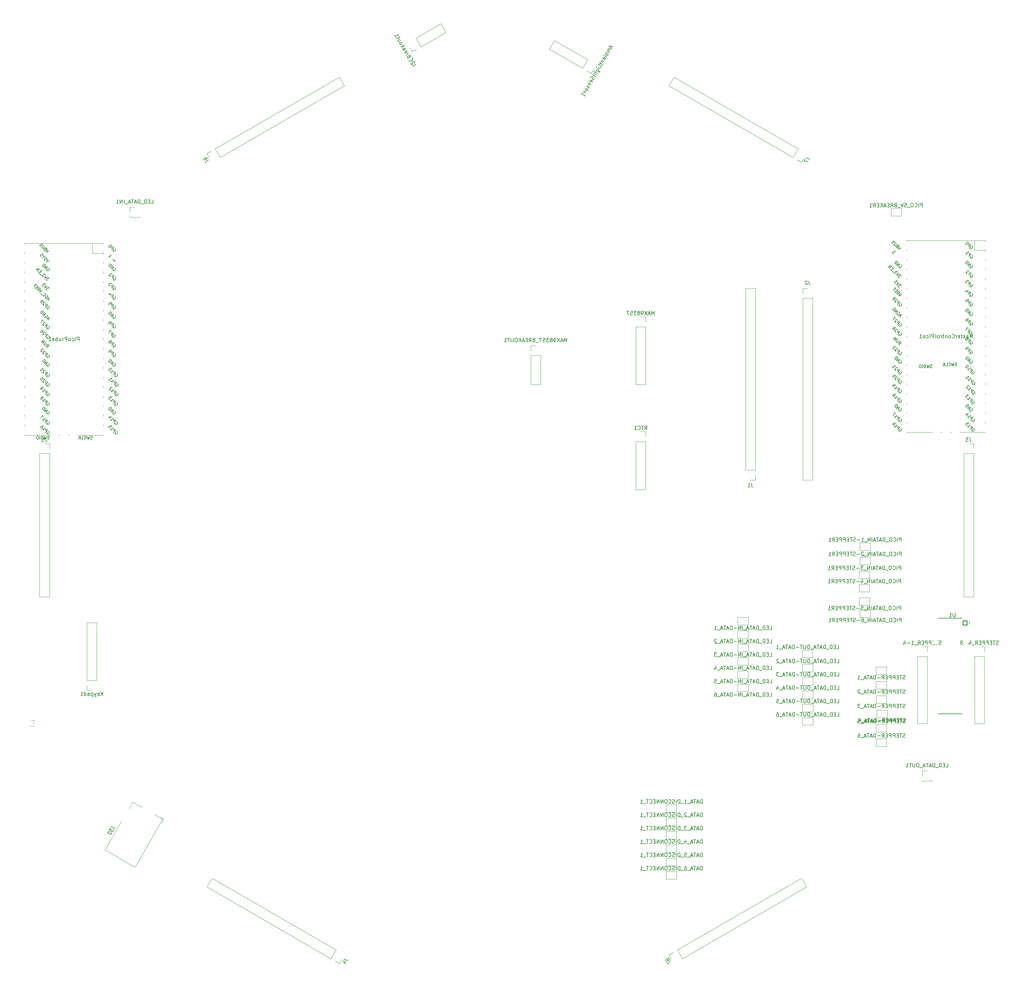
<source format=gbo>
%TF.GenerationSoftware,KiCad,Pcbnew,7.0.9*%
%TF.CreationDate,2024-01-04T10:45:34-06:00*%
%TF.ProjectId,HexDisplayPCB,48657844-6973-4706-9c61-795043422e6b,rev?*%
%TF.SameCoordinates,Original*%
%TF.FileFunction,Legend,Bot*%
%TF.FilePolarity,Positive*%
%FSLAX46Y46*%
G04 Gerber Fmt 4.6, Leading zero omitted, Abs format (unit mm)*
G04 Created by KiCad (PCBNEW 7.0.9) date 2024-01-04 10:45:34*
%MOMM*%
%LPD*%
G01*
G04 APERTURE LIST*
G04 Aperture macros list*
%AMRoundRect*
0 Rectangle with rounded corners*
0 $1 Rounding radius*
0 $2 $3 $4 $5 $6 $7 $8 $9 X,Y pos of 4 corners*
0 Add a 4 corners polygon primitive as box body*
4,1,4,$2,$3,$4,$5,$6,$7,$8,$9,$2,$3,0*
0 Add four circle primitives for the rounded corners*
1,1,$1+$1,$2,$3*
1,1,$1+$1,$4,$5*
1,1,$1+$1,$6,$7*
1,1,$1+$1,$8,$9*
0 Add four rect primitives between the rounded corners*
20,1,$1+$1,$2,$3,$4,$5,0*
20,1,$1+$1,$4,$5,$6,$7,0*
20,1,$1+$1,$6,$7,$8,$9,0*
20,1,$1+$1,$8,$9,$2,$3,0*%
%AMHorizOval*
0 Thick line with rounded ends*
0 $1 width*
0 $2 $3 position (X,Y) of the first rounded end (center of the circle)*
0 $4 $5 position (X,Y) of the second rounded end (center of the circle)*
0 Add line between two ends*
20,1,$1,$2,$3,$4,$5,0*
0 Add two circle primitives to create the rounded ends*
1,1,$1,$2,$3*
1,1,$1,$4,$5*%
%AMRotRect*
0 Rectangle, with rotation*
0 The origin of the aperture is its center*
0 $1 length*
0 $2 width*
0 $3 Rotation angle, in degrees counterclockwise*
0 Add horizontal line*
21,1,$1,$2,0,0,$3*%
%AMFreePoly0*
4,1,6,0.500000,-0.750000,-0.650000,-0.750000,-0.150000,0.000000,-0.650000,0.750000,0.500000,0.750000,0.500000,-0.750000,0.500000,-0.750000,$1*%
%AMFreePoly1*
4,1,6,1.000000,0.000000,0.500000,-0.750000,-0.500000,-0.750000,-0.500000,0.750000,0.500000,0.750000,1.000000,0.000000,1.000000,0.000000,$1*%
G04 Aperture macros list end*
%ADD10C,0.100000*%
%ADD11C,0.150000*%
%ADD12C,0.120000*%
%ADD13C,0.127000*%
%ADD14C,0.200000*%
%ADD15C,1.524000*%
%ADD16C,2.286000*%
%ADD17R,1.700000X1.700000*%
%ADD18O,1.700000X1.700000*%
%ADD19FreePoly0,0.000000*%
%ADD20FreePoly1,0.000000*%
%ADD21FreePoly0,180.000000*%
%ADD22FreePoly1,180.000000*%
%ADD23HorizOval,1.700000X0.000000X0.000000X0.000000X0.000000X0*%
%ADD24RotRect,1.700000X1.700000X60.000000*%
%ADD25RotRect,3.500000X3.500000X60.000000*%
%ADD26RoundRect,0.750000X0.491025X-1.149519X1.241025X0.149519X-0.491025X1.149519X-1.241025X-0.149519X0*%
%ADD27RoundRect,0.875000X0.320272X-1.195272X1.195272X0.320272X-0.320272X1.195272X-1.195272X-0.320272X0*%
%ADD28R,1.000000X1.500000*%
%ADD29RoundRect,0.102000X0.565000X0.565000X-0.565000X0.565000X-0.565000X-0.565000X0.565000X-0.565000X0*%
%ADD30C,1.334000*%
%ADD31HorizOval,1.700000X0.000000X0.000000X0.000000X0.000000X0*%
%ADD32RotRect,1.700000X1.700000X300.000000*%
%ADD33O,1.800000X1.800000*%
%ADD34O,1.500000X1.500000*%
%ADD35R,3.500000X1.700000*%
%ADD36R,1.700000X3.500000*%
G04 APERTURE END LIST*
D10*
X215672580Y-266191904D02*
X214863057Y-266191904D01*
X214863057Y-266191904D02*
X214767819Y-266144285D01*
X214767819Y-266144285D02*
X214720200Y-266096666D01*
X214720200Y-266096666D02*
X214672580Y-266001428D01*
X214672580Y-266001428D02*
X214672580Y-265810952D01*
X214672580Y-265810952D02*
X214720200Y-265715714D01*
X214720200Y-265715714D02*
X214767819Y-265668095D01*
X214767819Y-265668095D02*
X214863057Y-265620476D01*
X214863057Y-265620476D02*
X215672580Y-265620476D01*
X215577342Y-265191904D02*
X215624961Y-265144285D01*
X215624961Y-265144285D02*
X215672580Y-265049047D01*
X215672580Y-265049047D02*
X215672580Y-264810952D01*
X215672580Y-264810952D02*
X215624961Y-264715714D01*
X215624961Y-264715714D02*
X215577342Y-264668095D01*
X215577342Y-264668095D02*
X215482104Y-264620476D01*
X215482104Y-264620476D02*
X215386866Y-264620476D01*
X215386866Y-264620476D02*
X215244009Y-264668095D01*
X215244009Y-264668095D02*
X214672580Y-265239523D01*
X214672580Y-265239523D02*
X214672580Y-264620476D01*
D11*
X406733333Y-201614819D02*
X406733333Y-202329104D01*
X406733333Y-202329104D02*
X406780952Y-202471961D01*
X406780952Y-202471961D02*
X406876190Y-202567200D01*
X406876190Y-202567200D02*
X407019047Y-202614819D01*
X407019047Y-202614819D02*
X407114285Y-202614819D01*
X405733333Y-202614819D02*
X406304761Y-202614819D01*
X406019047Y-202614819D02*
X406019047Y-201614819D01*
X406019047Y-201614819D02*
X406114285Y-201757676D01*
X406114285Y-201757676D02*
X406209523Y-201852914D01*
X406209523Y-201852914D02*
X406304761Y-201900533D01*
X411524048Y-251174819D02*
X412000238Y-251174819D01*
X412000238Y-251174819D02*
X412000238Y-250174819D01*
X411190714Y-250651009D02*
X410857381Y-250651009D01*
X410714524Y-251174819D02*
X411190714Y-251174819D01*
X411190714Y-251174819D02*
X411190714Y-250174819D01*
X411190714Y-250174819D02*
X410714524Y-250174819D01*
X410285952Y-251174819D02*
X410285952Y-250174819D01*
X410285952Y-250174819D02*
X410047857Y-250174819D01*
X410047857Y-250174819D02*
X409905000Y-250222438D01*
X409905000Y-250222438D02*
X409809762Y-250317676D01*
X409809762Y-250317676D02*
X409762143Y-250412914D01*
X409762143Y-250412914D02*
X409714524Y-250603390D01*
X409714524Y-250603390D02*
X409714524Y-250746247D01*
X409714524Y-250746247D02*
X409762143Y-250936723D01*
X409762143Y-250936723D02*
X409809762Y-251031961D01*
X409809762Y-251031961D02*
X409905000Y-251127200D01*
X409905000Y-251127200D02*
X410047857Y-251174819D01*
X410047857Y-251174819D02*
X410285952Y-251174819D01*
X409524048Y-251270057D02*
X408762143Y-251270057D01*
X408524047Y-251174819D02*
X408524047Y-250174819D01*
X408524047Y-250174819D02*
X408285952Y-250174819D01*
X408285952Y-250174819D02*
X408143095Y-250222438D01*
X408143095Y-250222438D02*
X408047857Y-250317676D01*
X408047857Y-250317676D02*
X408000238Y-250412914D01*
X408000238Y-250412914D02*
X407952619Y-250603390D01*
X407952619Y-250603390D02*
X407952619Y-250746247D01*
X407952619Y-250746247D02*
X408000238Y-250936723D01*
X408000238Y-250936723D02*
X408047857Y-251031961D01*
X408047857Y-251031961D02*
X408143095Y-251127200D01*
X408143095Y-251127200D02*
X408285952Y-251174819D01*
X408285952Y-251174819D02*
X408524047Y-251174819D01*
X407571666Y-250889104D02*
X407095476Y-250889104D01*
X407666904Y-251174819D02*
X407333571Y-250174819D01*
X407333571Y-250174819D02*
X407000238Y-251174819D01*
X406809761Y-250174819D02*
X406238333Y-250174819D01*
X406524047Y-251174819D02*
X406524047Y-250174819D01*
X405952618Y-250889104D02*
X405476428Y-250889104D01*
X406047856Y-251174819D02*
X405714523Y-250174819D01*
X405714523Y-250174819D02*
X405381190Y-251174819D01*
X405285952Y-251270057D02*
X404524047Y-251270057D01*
X404285951Y-251174819D02*
X404285951Y-250174819D01*
X403809761Y-251174819D02*
X403809761Y-250174819D01*
X403809761Y-250174819D02*
X403238333Y-251174819D01*
X403238333Y-251174819D02*
X403238333Y-250174819D01*
X402762142Y-250793866D02*
X402000238Y-250793866D01*
X401524047Y-251174819D02*
X401524047Y-250174819D01*
X401524047Y-250174819D02*
X401285952Y-250174819D01*
X401285952Y-250174819D02*
X401143095Y-250222438D01*
X401143095Y-250222438D02*
X401047857Y-250317676D01*
X401047857Y-250317676D02*
X401000238Y-250412914D01*
X401000238Y-250412914D02*
X400952619Y-250603390D01*
X400952619Y-250603390D02*
X400952619Y-250746247D01*
X400952619Y-250746247D02*
X401000238Y-250936723D01*
X401000238Y-250936723D02*
X401047857Y-251031961D01*
X401047857Y-251031961D02*
X401143095Y-251127200D01*
X401143095Y-251127200D02*
X401285952Y-251174819D01*
X401285952Y-251174819D02*
X401524047Y-251174819D01*
X400571666Y-250889104D02*
X400095476Y-250889104D01*
X400666904Y-251174819D02*
X400333571Y-250174819D01*
X400333571Y-250174819D02*
X400000238Y-251174819D01*
X399809761Y-250174819D02*
X399238333Y-250174819D01*
X399524047Y-251174819D02*
X399524047Y-250174819D01*
X398952618Y-250889104D02*
X398476428Y-250889104D01*
X399047856Y-251174819D02*
X398714523Y-250174819D01*
X398714523Y-250174819D02*
X398381190Y-251174819D01*
X398285952Y-251270057D02*
X397524047Y-251270057D01*
X396857380Y-250508152D02*
X396857380Y-251174819D01*
X397095475Y-250127200D02*
X397333570Y-250841485D01*
X397333570Y-250841485D02*
X396714523Y-250841485D01*
X378237619Y-187354819D02*
X378570952Y-186878628D01*
X378809047Y-187354819D02*
X378809047Y-186354819D01*
X378809047Y-186354819D02*
X378428095Y-186354819D01*
X378428095Y-186354819D02*
X378332857Y-186402438D01*
X378332857Y-186402438D02*
X378285238Y-186450057D01*
X378285238Y-186450057D02*
X378237619Y-186545295D01*
X378237619Y-186545295D02*
X378237619Y-186688152D01*
X378237619Y-186688152D02*
X378285238Y-186783390D01*
X378285238Y-186783390D02*
X378332857Y-186831009D01*
X378332857Y-186831009D02*
X378428095Y-186878628D01*
X378428095Y-186878628D02*
X378809047Y-186878628D01*
X377951904Y-186354819D02*
X377380476Y-186354819D01*
X377666190Y-187354819D02*
X377666190Y-186354819D01*
X376475714Y-187259580D02*
X376523333Y-187307200D01*
X376523333Y-187307200D02*
X376666190Y-187354819D01*
X376666190Y-187354819D02*
X376761428Y-187354819D01*
X376761428Y-187354819D02*
X376904285Y-187307200D01*
X376904285Y-187307200D02*
X376999523Y-187211961D01*
X376999523Y-187211961D02*
X377047142Y-187116723D01*
X377047142Y-187116723D02*
X377094761Y-186926247D01*
X377094761Y-186926247D02*
X377094761Y-186783390D01*
X377094761Y-186783390D02*
X377047142Y-186592914D01*
X377047142Y-186592914D02*
X376999523Y-186497676D01*
X376999523Y-186497676D02*
X376904285Y-186402438D01*
X376904285Y-186402438D02*
X376761428Y-186354819D01*
X376761428Y-186354819D02*
X376666190Y-186354819D01*
X376666190Y-186354819D02*
X376523333Y-186402438D01*
X376523333Y-186402438D02*
X376475714Y-186450057D01*
X375523333Y-187354819D02*
X376094761Y-187354819D01*
X375809047Y-187354819D02*
X375809047Y-186354819D01*
X375809047Y-186354819D02*
X375904285Y-186497676D01*
X375904285Y-186497676D02*
X375999523Y-186592914D01*
X375999523Y-186592914D02*
X376094761Y-186640533D01*
X246950952Y-127224819D02*
X247427142Y-127224819D01*
X247427142Y-127224819D02*
X247427142Y-126224819D01*
X246617618Y-126701009D02*
X246284285Y-126701009D01*
X246141428Y-127224819D02*
X246617618Y-127224819D01*
X246617618Y-127224819D02*
X246617618Y-126224819D01*
X246617618Y-126224819D02*
X246141428Y-126224819D01*
X245712856Y-127224819D02*
X245712856Y-126224819D01*
X245712856Y-126224819D02*
X245474761Y-126224819D01*
X245474761Y-126224819D02*
X245331904Y-126272438D01*
X245331904Y-126272438D02*
X245236666Y-126367676D01*
X245236666Y-126367676D02*
X245189047Y-126462914D01*
X245189047Y-126462914D02*
X245141428Y-126653390D01*
X245141428Y-126653390D02*
X245141428Y-126796247D01*
X245141428Y-126796247D02*
X245189047Y-126986723D01*
X245189047Y-126986723D02*
X245236666Y-127081961D01*
X245236666Y-127081961D02*
X245331904Y-127177200D01*
X245331904Y-127177200D02*
X245474761Y-127224819D01*
X245474761Y-127224819D02*
X245712856Y-127224819D01*
X244950952Y-127320057D02*
X244189047Y-127320057D01*
X243950951Y-127224819D02*
X243950951Y-126224819D01*
X243950951Y-126224819D02*
X243712856Y-126224819D01*
X243712856Y-126224819D02*
X243569999Y-126272438D01*
X243569999Y-126272438D02*
X243474761Y-126367676D01*
X243474761Y-126367676D02*
X243427142Y-126462914D01*
X243427142Y-126462914D02*
X243379523Y-126653390D01*
X243379523Y-126653390D02*
X243379523Y-126796247D01*
X243379523Y-126796247D02*
X243427142Y-126986723D01*
X243427142Y-126986723D02*
X243474761Y-127081961D01*
X243474761Y-127081961D02*
X243569999Y-127177200D01*
X243569999Y-127177200D02*
X243712856Y-127224819D01*
X243712856Y-127224819D02*
X243950951Y-127224819D01*
X242998570Y-126939104D02*
X242522380Y-126939104D01*
X243093808Y-127224819D02*
X242760475Y-126224819D01*
X242760475Y-126224819D02*
X242427142Y-127224819D01*
X242236665Y-126224819D02*
X241665237Y-126224819D01*
X241950951Y-127224819D02*
X241950951Y-126224819D01*
X241379522Y-126939104D02*
X240903332Y-126939104D01*
X241474760Y-127224819D02*
X241141427Y-126224819D01*
X241141427Y-126224819D02*
X240808094Y-127224819D01*
X240712856Y-127320057D02*
X239950951Y-127320057D01*
X239712855Y-127224819D02*
X239712855Y-126224819D01*
X239236665Y-127224819D02*
X239236665Y-126224819D01*
X239236665Y-126224819D02*
X238665237Y-127224819D01*
X238665237Y-127224819D02*
X238665237Y-126224819D01*
X237665237Y-127224819D02*
X238236665Y-127224819D01*
X237950951Y-127224819D02*
X237950951Y-126224819D01*
X237950951Y-126224819D02*
X238046189Y-126367676D01*
X238046189Y-126367676D02*
X238141427Y-126462914D01*
X238141427Y-126462914D02*
X238236665Y-126510533D01*
X393569285Y-304464819D02*
X393569285Y-303464819D01*
X393569285Y-303464819D02*
X393331190Y-303464819D01*
X393331190Y-303464819D02*
X393188333Y-303512438D01*
X393188333Y-303512438D02*
X393093095Y-303607676D01*
X393093095Y-303607676D02*
X393045476Y-303702914D01*
X393045476Y-303702914D02*
X392997857Y-303893390D01*
X392997857Y-303893390D02*
X392997857Y-304036247D01*
X392997857Y-304036247D02*
X393045476Y-304226723D01*
X393045476Y-304226723D02*
X393093095Y-304321961D01*
X393093095Y-304321961D02*
X393188333Y-304417200D01*
X393188333Y-304417200D02*
X393331190Y-304464819D01*
X393331190Y-304464819D02*
X393569285Y-304464819D01*
X392616904Y-304179104D02*
X392140714Y-304179104D01*
X392712142Y-304464819D02*
X392378809Y-303464819D01*
X392378809Y-303464819D02*
X392045476Y-304464819D01*
X391854999Y-303464819D02*
X391283571Y-303464819D01*
X391569285Y-304464819D02*
X391569285Y-303464819D01*
X390997856Y-304179104D02*
X390521666Y-304179104D01*
X391093094Y-304464819D02*
X390759761Y-303464819D01*
X390759761Y-303464819D02*
X390426428Y-304464819D01*
X390331190Y-304560057D02*
X389569285Y-304560057D01*
X388902618Y-303464819D02*
X389093094Y-303464819D01*
X389093094Y-303464819D02*
X389188332Y-303512438D01*
X389188332Y-303512438D02*
X389235951Y-303560057D01*
X389235951Y-303560057D02*
X389331189Y-303702914D01*
X389331189Y-303702914D02*
X389378808Y-303893390D01*
X389378808Y-303893390D02*
X389378808Y-304274342D01*
X389378808Y-304274342D02*
X389331189Y-304369580D01*
X389331189Y-304369580D02*
X389283570Y-304417200D01*
X389283570Y-304417200D02*
X389188332Y-304464819D01*
X389188332Y-304464819D02*
X388997856Y-304464819D01*
X388997856Y-304464819D02*
X388902618Y-304417200D01*
X388902618Y-304417200D02*
X388854999Y-304369580D01*
X388854999Y-304369580D02*
X388807380Y-304274342D01*
X388807380Y-304274342D02*
X388807380Y-304036247D01*
X388807380Y-304036247D02*
X388854999Y-303941009D01*
X388854999Y-303941009D02*
X388902618Y-303893390D01*
X388902618Y-303893390D02*
X388997856Y-303845771D01*
X388997856Y-303845771D02*
X389188332Y-303845771D01*
X389188332Y-303845771D02*
X389283570Y-303893390D01*
X389283570Y-303893390D02*
X389331189Y-303941009D01*
X389331189Y-303941009D02*
X389378808Y-304036247D01*
X388616904Y-304560057D02*
X387854999Y-304560057D01*
X387616903Y-304464819D02*
X387616903Y-303464819D01*
X387616903Y-303464819D02*
X387378808Y-303464819D01*
X387378808Y-303464819D02*
X387235951Y-303512438D01*
X387235951Y-303512438D02*
X387140713Y-303607676D01*
X387140713Y-303607676D02*
X387093094Y-303702914D01*
X387093094Y-303702914D02*
X387045475Y-303893390D01*
X387045475Y-303893390D02*
X387045475Y-304036247D01*
X387045475Y-304036247D02*
X387093094Y-304226723D01*
X387093094Y-304226723D02*
X387140713Y-304321961D01*
X387140713Y-304321961D02*
X387235951Y-304417200D01*
X387235951Y-304417200D02*
X387378808Y-304464819D01*
X387378808Y-304464819D02*
X387616903Y-304464819D01*
X386616903Y-304464819D02*
X386616903Y-303464819D01*
X386188332Y-304417200D02*
X386045475Y-304464819D01*
X386045475Y-304464819D02*
X385807380Y-304464819D01*
X385807380Y-304464819D02*
X385712142Y-304417200D01*
X385712142Y-304417200D02*
X385664523Y-304369580D01*
X385664523Y-304369580D02*
X385616904Y-304274342D01*
X385616904Y-304274342D02*
X385616904Y-304179104D01*
X385616904Y-304179104D02*
X385664523Y-304083866D01*
X385664523Y-304083866D02*
X385712142Y-304036247D01*
X385712142Y-304036247D02*
X385807380Y-303988628D01*
X385807380Y-303988628D02*
X385997856Y-303941009D01*
X385997856Y-303941009D02*
X386093094Y-303893390D01*
X386093094Y-303893390D02*
X386140713Y-303845771D01*
X386140713Y-303845771D02*
X386188332Y-303750533D01*
X386188332Y-303750533D02*
X386188332Y-303655295D01*
X386188332Y-303655295D02*
X386140713Y-303560057D01*
X386140713Y-303560057D02*
X386093094Y-303512438D01*
X386093094Y-303512438D02*
X385997856Y-303464819D01*
X385997856Y-303464819D02*
X385759761Y-303464819D01*
X385759761Y-303464819D02*
X385616904Y-303512438D01*
X384616904Y-304369580D02*
X384664523Y-304417200D01*
X384664523Y-304417200D02*
X384807380Y-304464819D01*
X384807380Y-304464819D02*
X384902618Y-304464819D01*
X384902618Y-304464819D02*
X385045475Y-304417200D01*
X385045475Y-304417200D02*
X385140713Y-304321961D01*
X385140713Y-304321961D02*
X385188332Y-304226723D01*
X385188332Y-304226723D02*
X385235951Y-304036247D01*
X385235951Y-304036247D02*
X385235951Y-303893390D01*
X385235951Y-303893390D02*
X385188332Y-303702914D01*
X385188332Y-303702914D02*
X385140713Y-303607676D01*
X385140713Y-303607676D02*
X385045475Y-303512438D01*
X385045475Y-303512438D02*
X384902618Y-303464819D01*
X384902618Y-303464819D02*
X384807380Y-303464819D01*
X384807380Y-303464819D02*
X384664523Y-303512438D01*
X384664523Y-303512438D02*
X384616904Y-303560057D01*
X383997856Y-303464819D02*
X383807380Y-303464819D01*
X383807380Y-303464819D02*
X383712142Y-303512438D01*
X383712142Y-303512438D02*
X383616904Y-303607676D01*
X383616904Y-303607676D02*
X383569285Y-303798152D01*
X383569285Y-303798152D02*
X383569285Y-304131485D01*
X383569285Y-304131485D02*
X383616904Y-304321961D01*
X383616904Y-304321961D02*
X383712142Y-304417200D01*
X383712142Y-304417200D02*
X383807380Y-304464819D01*
X383807380Y-304464819D02*
X383997856Y-304464819D01*
X383997856Y-304464819D02*
X384093094Y-304417200D01*
X384093094Y-304417200D02*
X384188332Y-304321961D01*
X384188332Y-304321961D02*
X384235951Y-304131485D01*
X384235951Y-304131485D02*
X384235951Y-303798152D01*
X384235951Y-303798152D02*
X384188332Y-303607676D01*
X384188332Y-303607676D02*
X384093094Y-303512438D01*
X384093094Y-303512438D02*
X383997856Y-303464819D01*
X383140713Y-304464819D02*
X383140713Y-303464819D01*
X383140713Y-303464819D02*
X382569285Y-304464819D01*
X382569285Y-304464819D02*
X382569285Y-303464819D01*
X382093094Y-304464819D02*
X382093094Y-303464819D01*
X382093094Y-303464819D02*
X381521666Y-304464819D01*
X381521666Y-304464819D02*
X381521666Y-303464819D01*
X381045475Y-303941009D02*
X380712142Y-303941009D01*
X380569285Y-304464819D02*
X381045475Y-304464819D01*
X381045475Y-304464819D02*
X381045475Y-303464819D01*
X381045475Y-303464819D02*
X380569285Y-303464819D01*
X379569285Y-304369580D02*
X379616904Y-304417200D01*
X379616904Y-304417200D02*
X379759761Y-304464819D01*
X379759761Y-304464819D02*
X379854999Y-304464819D01*
X379854999Y-304464819D02*
X379997856Y-304417200D01*
X379997856Y-304417200D02*
X380093094Y-304321961D01*
X380093094Y-304321961D02*
X380140713Y-304226723D01*
X380140713Y-304226723D02*
X380188332Y-304036247D01*
X380188332Y-304036247D02*
X380188332Y-303893390D01*
X380188332Y-303893390D02*
X380140713Y-303702914D01*
X380140713Y-303702914D02*
X380093094Y-303607676D01*
X380093094Y-303607676D02*
X379997856Y-303512438D01*
X379997856Y-303512438D02*
X379854999Y-303464819D01*
X379854999Y-303464819D02*
X379759761Y-303464819D01*
X379759761Y-303464819D02*
X379616904Y-303512438D01*
X379616904Y-303512438D02*
X379569285Y-303560057D01*
X379283570Y-303464819D02*
X378712142Y-303464819D01*
X378997856Y-304464819D02*
X378997856Y-303464819D01*
X378616904Y-304560057D02*
X377854999Y-304560057D01*
X377093094Y-304464819D02*
X377664522Y-304464819D01*
X377378808Y-304464819D02*
X377378808Y-303464819D01*
X377378808Y-303464819D02*
X377474046Y-303607676D01*
X377474046Y-303607676D02*
X377569284Y-303702914D01*
X377569284Y-303702914D02*
X377664522Y-303750533D01*
X429425715Y-263564819D02*
X429901905Y-263564819D01*
X429901905Y-263564819D02*
X429901905Y-262564819D01*
X429092381Y-263041009D02*
X428759048Y-263041009D01*
X428616191Y-263564819D02*
X429092381Y-263564819D01*
X429092381Y-263564819D02*
X429092381Y-262564819D01*
X429092381Y-262564819D02*
X428616191Y-262564819D01*
X428187619Y-263564819D02*
X428187619Y-262564819D01*
X428187619Y-262564819D02*
X427949524Y-262564819D01*
X427949524Y-262564819D02*
X427806667Y-262612438D01*
X427806667Y-262612438D02*
X427711429Y-262707676D01*
X427711429Y-262707676D02*
X427663810Y-262802914D01*
X427663810Y-262802914D02*
X427616191Y-262993390D01*
X427616191Y-262993390D02*
X427616191Y-263136247D01*
X427616191Y-263136247D02*
X427663810Y-263326723D01*
X427663810Y-263326723D02*
X427711429Y-263421961D01*
X427711429Y-263421961D02*
X427806667Y-263517200D01*
X427806667Y-263517200D02*
X427949524Y-263564819D01*
X427949524Y-263564819D02*
X428187619Y-263564819D01*
X427425715Y-263660057D02*
X426663810Y-263660057D01*
X426425714Y-263564819D02*
X426425714Y-262564819D01*
X426425714Y-262564819D02*
X426187619Y-262564819D01*
X426187619Y-262564819D02*
X426044762Y-262612438D01*
X426044762Y-262612438D02*
X425949524Y-262707676D01*
X425949524Y-262707676D02*
X425901905Y-262802914D01*
X425901905Y-262802914D02*
X425854286Y-262993390D01*
X425854286Y-262993390D02*
X425854286Y-263136247D01*
X425854286Y-263136247D02*
X425901905Y-263326723D01*
X425901905Y-263326723D02*
X425949524Y-263421961D01*
X425949524Y-263421961D02*
X426044762Y-263517200D01*
X426044762Y-263517200D02*
X426187619Y-263564819D01*
X426187619Y-263564819D02*
X426425714Y-263564819D01*
X425473333Y-263279104D02*
X424997143Y-263279104D01*
X425568571Y-263564819D02*
X425235238Y-262564819D01*
X425235238Y-262564819D02*
X424901905Y-263564819D01*
X424711428Y-262564819D02*
X424140000Y-262564819D01*
X424425714Y-263564819D02*
X424425714Y-262564819D01*
X423854285Y-263279104D02*
X423378095Y-263279104D01*
X423949523Y-263564819D02*
X423616190Y-262564819D01*
X423616190Y-262564819D02*
X423282857Y-263564819D01*
X423187619Y-263660057D02*
X422425714Y-263660057D01*
X421997142Y-262564819D02*
X421806666Y-262564819D01*
X421806666Y-262564819D02*
X421711428Y-262612438D01*
X421711428Y-262612438D02*
X421616190Y-262707676D01*
X421616190Y-262707676D02*
X421568571Y-262898152D01*
X421568571Y-262898152D02*
X421568571Y-263231485D01*
X421568571Y-263231485D02*
X421616190Y-263421961D01*
X421616190Y-263421961D02*
X421711428Y-263517200D01*
X421711428Y-263517200D02*
X421806666Y-263564819D01*
X421806666Y-263564819D02*
X421997142Y-263564819D01*
X421997142Y-263564819D02*
X422092380Y-263517200D01*
X422092380Y-263517200D02*
X422187618Y-263421961D01*
X422187618Y-263421961D02*
X422235237Y-263231485D01*
X422235237Y-263231485D02*
X422235237Y-262898152D01*
X422235237Y-262898152D02*
X422187618Y-262707676D01*
X422187618Y-262707676D02*
X422092380Y-262612438D01*
X422092380Y-262612438D02*
X421997142Y-262564819D01*
X421139999Y-262564819D02*
X421139999Y-263374342D01*
X421139999Y-263374342D02*
X421092380Y-263469580D01*
X421092380Y-263469580D02*
X421044761Y-263517200D01*
X421044761Y-263517200D02*
X420949523Y-263564819D01*
X420949523Y-263564819D02*
X420759047Y-263564819D01*
X420759047Y-263564819D02*
X420663809Y-263517200D01*
X420663809Y-263517200D02*
X420616190Y-263469580D01*
X420616190Y-263469580D02*
X420568571Y-263374342D01*
X420568571Y-263374342D02*
X420568571Y-262564819D01*
X420235237Y-262564819D02*
X419663809Y-262564819D01*
X419949523Y-263564819D02*
X419949523Y-262564819D01*
X419330475Y-263183866D02*
X418568571Y-263183866D01*
X418092380Y-263564819D02*
X418092380Y-262564819D01*
X418092380Y-262564819D02*
X417854285Y-262564819D01*
X417854285Y-262564819D02*
X417711428Y-262612438D01*
X417711428Y-262612438D02*
X417616190Y-262707676D01*
X417616190Y-262707676D02*
X417568571Y-262802914D01*
X417568571Y-262802914D02*
X417520952Y-262993390D01*
X417520952Y-262993390D02*
X417520952Y-263136247D01*
X417520952Y-263136247D02*
X417568571Y-263326723D01*
X417568571Y-263326723D02*
X417616190Y-263421961D01*
X417616190Y-263421961D02*
X417711428Y-263517200D01*
X417711428Y-263517200D02*
X417854285Y-263564819D01*
X417854285Y-263564819D02*
X418092380Y-263564819D01*
X417139999Y-263279104D02*
X416663809Y-263279104D01*
X417235237Y-263564819D02*
X416901904Y-262564819D01*
X416901904Y-262564819D02*
X416568571Y-263564819D01*
X416378094Y-262564819D02*
X415806666Y-262564819D01*
X416092380Y-263564819D02*
X416092380Y-262564819D01*
X415520951Y-263279104D02*
X415044761Y-263279104D01*
X415616189Y-263564819D02*
X415282856Y-262564819D01*
X415282856Y-262564819D02*
X414949523Y-263564819D01*
X414854285Y-263660057D02*
X414092380Y-263660057D01*
X413425713Y-262564819D02*
X413616189Y-262564819D01*
X413616189Y-262564819D02*
X413711427Y-262612438D01*
X413711427Y-262612438D02*
X413759046Y-262660057D01*
X413759046Y-262660057D02*
X413854284Y-262802914D01*
X413854284Y-262802914D02*
X413901903Y-262993390D01*
X413901903Y-262993390D02*
X413901903Y-263374342D01*
X413901903Y-263374342D02*
X413854284Y-263469580D01*
X413854284Y-263469580D02*
X413806665Y-263517200D01*
X413806665Y-263517200D02*
X413711427Y-263564819D01*
X413711427Y-263564819D02*
X413520951Y-263564819D01*
X413520951Y-263564819D02*
X413425713Y-263517200D01*
X413425713Y-263517200D02*
X413378094Y-263469580D01*
X413378094Y-263469580D02*
X413330475Y-263374342D01*
X413330475Y-263374342D02*
X413330475Y-263136247D01*
X413330475Y-263136247D02*
X413378094Y-263041009D01*
X413378094Y-263041009D02*
X413425713Y-262993390D01*
X413425713Y-262993390D02*
X413520951Y-262945771D01*
X413520951Y-262945771D02*
X413711427Y-262945771D01*
X413711427Y-262945771D02*
X413806665Y-262993390D01*
X413806665Y-262993390D02*
X413854284Y-263041009D01*
X413854284Y-263041009D02*
X413901903Y-263136247D01*
X411524048Y-258274819D02*
X412000238Y-258274819D01*
X412000238Y-258274819D02*
X412000238Y-257274819D01*
X411190714Y-257751009D02*
X410857381Y-257751009D01*
X410714524Y-258274819D02*
X411190714Y-258274819D01*
X411190714Y-258274819D02*
X411190714Y-257274819D01*
X411190714Y-257274819D02*
X410714524Y-257274819D01*
X410285952Y-258274819D02*
X410285952Y-257274819D01*
X410285952Y-257274819D02*
X410047857Y-257274819D01*
X410047857Y-257274819D02*
X409905000Y-257322438D01*
X409905000Y-257322438D02*
X409809762Y-257417676D01*
X409809762Y-257417676D02*
X409762143Y-257512914D01*
X409762143Y-257512914D02*
X409714524Y-257703390D01*
X409714524Y-257703390D02*
X409714524Y-257846247D01*
X409714524Y-257846247D02*
X409762143Y-258036723D01*
X409762143Y-258036723D02*
X409809762Y-258131961D01*
X409809762Y-258131961D02*
X409905000Y-258227200D01*
X409905000Y-258227200D02*
X410047857Y-258274819D01*
X410047857Y-258274819D02*
X410285952Y-258274819D01*
X409524048Y-258370057D02*
X408762143Y-258370057D01*
X408524047Y-258274819D02*
X408524047Y-257274819D01*
X408524047Y-257274819D02*
X408285952Y-257274819D01*
X408285952Y-257274819D02*
X408143095Y-257322438D01*
X408143095Y-257322438D02*
X408047857Y-257417676D01*
X408047857Y-257417676D02*
X408000238Y-257512914D01*
X408000238Y-257512914D02*
X407952619Y-257703390D01*
X407952619Y-257703390D02*
X407952619Y-257846247D01*
X407952619Y-257846247D02*
X408000238Y-258036723D01*
X408000238Y-258036723D02*
X408047857Y-258131961D01*
X408047857Y-258131961D02*
X408143095Y-258227200D01*
X408143095Y-258227200D02*
X408285952Y-258274819D01*
X408285952Y-258274819D02*
X408524047Y-258274819D01*
X407571666Y-257989104D02*
X407095476Y-257989104D01*
X407666904Y-258274819D02*
X407333571Y-257274819D01*
X407333571Y-257274819D02*
X407000238Y-258274819D01*
X406809761Y-257274819D02*
X406238333Y-257274819D01*
X406524047Y-258274819D02*
X406524047Y-257274819D01*
X405952618Y-257989104D02*
X405476428Y-257989104D01*
X406047856Y-258274819D02*
X405714523Y-257274819D01*
X405714523Y-257274819D02*
X405381190Y-258274819D01*
X405285952Y-258370057D02*
X404524047Y-258370057D01*
X404285951Y-258274819D02*
X404285951Y-257274819D01*
X403809761Y-258274819D02*
X403809761Y-257274819D01*
X403809761Y-257274819D02*
X403238333Y-258274819D01*
X403238333Y-258274819D02*
X403238333Y-257274819D01*
X402762142Y-257893866D02*
X402000238Y-257893866D01*
X401524047Y-258274819D02*
X401524047Y-257274819D01*
X401524047Y-257274819D02*
X401285952Y-257274819D01*
X401285952Y-257274819D02*
X401143095Y-257322438D01*
X401143095Y-257322438D02*
X401047857Y-257417676D01*
X401047857Y-257417676D02*
X401000238Y-257512914D01*
X401000238Y-257512914D02*
X400952619Y-257703390D01*
X400952619Y-257703390D02*
X400952619Y-257846247D01*
X400952619Y-257846247D02*
X401000238Y-258036723D01*
X401000238Y-258036723D02*
X401047857Y-258131961D01*
X401047857Y-258131961D02*
X401143095Y-258227200D01*
X401143095Y-258227200D02*
X401285952Y-258274819D01*
X401285952Y-258274819D02*
X401524047Y-258274819D01*
X400571666Y-257989104D02*
X400095476Y-257989104D01*
X400666904Y-258274819D02*
X400333571Y-257274819D01*
X400333571Y-257274819D02*
X400000238Y-258274819D01*
X399809761Y-257274819D02*
X399238333Y-257274819D01*
X399524047Y-258274819D02*
X399524047Y-257274819D01*
X398952618Y-257989104D02*
X398476428Y-257989104D01*
X399047856Y-258274819D02*
X398714523Y-257274819D01*
X398714523Y-257274819D02*
X398381190Y-258274819D01*
X398285952Y-258370057D02*
X397524047Y-258370057D01*
X396857380Y-257274819D02*
X397047856Y-257274819D01*
X397047856Y-257274819D02*
X397143094Y-257322438D01*
X397143094Y-257322438D02*
X397190713Y-257370057D01*
X397190713Y-257370057D02*
X397285951Y-257512914D01*
X397285951Y-257512914D02*
X397333570Y-257703390D01*
X397333570Y-257703390D02*
X397333570Y-258084342D01*
X397333570Y-258084342D02*
X397285951Y-258179580D01*
X397285951Y-258179580D02*
X397238332Y-258227200D01*
X397238332Y-258227200D02*
X397143094Y-258274819D01*
X397143094Y-258274819D02*
X396952618Y-258274819D01*
X396952618Y-258274819D02*
X396857380Y-258227200D01*
X396857380Y-258227200D02*
X396809761Y-258179580D01*
X396809761Y-258179580D02*
X396762142Y-258084342D01*
X396762142Y-258084342D02*
X396762142Y-257846247D01*
X396762142Y-257846247D02*
X396809761Y-257751009D01*
X396809761Y-257751009D02*
X396857380Y-257703390D01*
X396857380Y-257703390D02*
X396952618Y-257655771D01*
X396952618Y-257655771D02*
X397143094Y-257655771D01*
X397143094Y-257655771D02*
X397238332Y-257703390D01*
X397238332Y-257703390D02*
X397285951Y-257751009D01*
X397285951Y-257751009D02*
X397333570Y-257846247D01*
X421221272Y-115085102D02*
X421839861Y-115442245D01*
X421839861Y-115442245D02*
X421987389Y-115472434D01*
X421987389Y-115472434D02*
X422117486Y-115437574D01*
X422117486Y-115437574D02*
X422230154Y-115337666D01*
X422230154Y-115337666D02*
X422277773Y-115255187D01*
X421030795Y-115415016D02*
X420697462Y-115992367D01*
X420697462Y-115992367D02*
X421777773Y-116121213D01*
X457143809Y-244457200D02*
X457000952Y-244504819D01*
X457000952Y-244504819D02*
X456762857Y-244504819D01*
X456762857Y-244504819D02*
X456667619Y-244457200D01*
X456667619Y-244457200D02*
X456620000Y-244409580D01*
X456620000Y-244409580D02*
X456572381Y-244314342D01*
X456572381Y-244314342D02*
X456572381Y-244219104D01*
X456572381Y-244219104D02*
X456620000Y-244123866D01*
X456620000Y-244123866D02*
X456667619Y-244076247D01*
X456667619Y-244076247D02*
X456762857Y-244028628D01*
X456762857Y-244028628D02*
X456953333Y-243981009D01*
X456953333Y-243981009D02*
X457048571Y-243933390D01*
X457048571Y-243933390D02*
X457096190Y-243885771D01*
X457096190Y-243885771D02*
X457143809Y-243790533D01*
X457143809Y-243790533D02*
X457143809Y-243695295D01*
X457143809Y-243695295D02*
X457096190Y-243600057D01*
X457096190Y-243600057D02*
X457048571Y-243552438D01*
X457048571Y-243552438D02*
X456953333Y-243504819D01*
X456953333Y-243504819D02*
X456715238Y-243504819D01*
X456715238Y-243504819D02*
X456572381Y-243552438D01*
X456286666Y-243504819D02*
X455715238Y-243504819D01*
X456000952Y-244504819D02*
X456000952Y-243504819D01*
X455381904Y-243981009D02*
X455048571Y-243981009D01*
X454905714Y-244504819D02*
X455381904Y-244504819D01*
X455381904Y-244504819D02*
X455381904Y-243504819D01*
X455381904Y-243504819D02*
X454905714Y-243504819D01*
X454477142Y-244504819D02*
X454477142Y-243504819D01*
X454477142Y-243504819D02*
X454096190Y-243504819D01*
X454096190Y-243504819D02*
X454000952Y-243552438D01*
X454000952Y-243552438D02*
X453953333Y-243600057D01*
X453953333Y-243600057D02*
X453905714Y-243695295D01*
X453905714Y-243695295D02*
X453905714Y-243838152D01*
X453905714Y-243838152D02*
X453953333Y-243933390D01*
X453953333Y-243933390D02*
X454000952Y-243981009D01*
X454000952Y-243981009D02*
X454096190Y-244028628D01*
X454096190Y-244028628D02*
X454477142Y-244028628D01*
X453477142Y-244504819D02*
X453477142Y-243504819D01*
X453477142Y-243504819D02*
X453096190Y-243504819D01*
X453096190Y-243504819D02*
X453000952Y-243552438D01*
X453000952Y-243552438D02*
X452953333Y-243600057D01*
X452953333Y-243600057D02*
X452905714Y-243695295D01*
X452905714Y-243695295D02*
X452905714Y-243838152D01*
X452905714Y-243838152D02*
X452953333Y-243933390D01*
X452953333Y-243933390D02*
X453000952Y-243981009D01*
X453000952Y-243981009D02*
X453096190Y-244028628D01*
X453096190Y-244028628D02*
X453477142Y-244028628D01*
X452477142Y-243981009D02*
X452143809Y-243981009D01*
X452000952Y-244504819D02*
X452477142Y-244504819D01*
X452477142Y-244504819D02*
X452477142Y-243504819D01*
X452477142Y-243504819D02*
X452000952Y-243504819D01*
X451000952Y-244504819D02*
X451334285Y-244028628D01*
X451572380Y-244504819D02*
X451572380Y-243504819D01*
X451572380Y-243504819D02*
X451191428Y-243504819D01*
X451191428Y-243504819D02*
X451096190Y-243552438D01*
X451096190Y-243552438D02*
X451048571Y-243600057D01*
X451048571Y-243600057D02*
X451000952Y-243695295D01*
X451000952Y-243695295D02*
X451000952Y-243838152D01*
X451000952Y-243838152D02*
X451048571Y-243933390D01*
X451048571Y-243933390D02*
X451096190Y-243981009D01*
X451096190Y-243981009D02*
X451191428Y-244028628D01*
X451191428Y-244028628D02*
X451572380Y-244028628D01*
X450810476Y-244600057D02*
X450048571Y-244600057D01*
X449286666Y-244504819D02*
X449858094Y-244504819D01*
X449572380Y-244504819D02*
X449572380Y-243504819D01*
X449572380Y-243504819D02*
X449667618Y-243647676D01*
X449667618Y-243647676D02*
X449762856Y-243742914D01*
X449762856Y-243742914D02*
X449858094Y-243790533D01*
X448858094Y-244123866D02*
X448096190Y-244123866D01*
X447191428Y-243838152D02*
X447191428Y-244504819D01*
X447429523Y-243457200D02*
X447667618Y-244171485D01*
X447667618Y-244171485D02*
X447048571Y-244171485D01*
X298258597Y-328064907D02*
X298877186Y-328422050D01*
X298877186Y-328422050D02*
X299024714Y-328452239D01*
X299024714Y-328452239D02*
X299154811Y-328417379D01*
X299154811Y-328417379D02*
X299267479Y-328317471D01*
X299267479Y-328317471D02*
X299315098Y-328234992D01*
X298094891Y-329015120D02*
X298672241Y-329348454D01*
X297884024Y-328618448D02*
X298621661Y-328769394D01*
X298621661Y-328769394D02*
X298312137Y-329305505D01*
X411524048Y-240524819D02*
X412000238Y-240524819D01*
X412000238Y-240524819D02*
X412000238Y-239524819D01*
X411190714Y-240001009D02*
X410857381Y-240001009D01*
X410714524Y-240524819D02*
X411190714Y-240524819D01*
X411190714Y-240524819D02*
X411190714Y-239524819D01*
X411190714Y-239524819D02*
X410714524Y-239524819D01*
X410285952Y-240524819D02*
X410285952Y-239524819D01*
X410285952Y-239524819D02*
X410047857Y-239524819D01*
X410047857Y-239524819D02*
X409905000Y-239572438D01*
X409905000Y-239572438D02*
X409809762Y-239667676D01*
X409809762Y-239667676D02*
X409762143Y-239762914D01*
X409762143Y-239762914D02*
X409714524Y-239953390D01*
X409714524Y-239953390D02*
X409714524Y-240096247D01*
X409714524Y-240096247D02*
X409762143Y-240286723D01*
X409762143Y-240286723D02*
X409809762Y-240381961D01*
X409809762Y-240381961D02*
X409905000Y-240477200D01*
X409905000Y-240477200D02*
X410047857Y-240524819D01*
X410047857Y-240524819D02*
X410285952Y-240524819D01*
X409524048Y-240620057D02*
X408762143Y-240620057D01*
X408524047Y-240524819D02*
X408524047Y-239524819D01*
X408524047Y-239524819D02*
X408285952Y-239524819D01*
X408285952Y-239524819D02*
X408143095Y-239572438D01*
X408143095Y-239572438D02*
X408047857Y-239667676D01*
X408047857Y-239667676D02*
X408000238Y-239762914D01*
X408000238Y-239762914D02*
X407952619Y-239953390D01*
X407952619Y-239953390D02*
X407952619Y-240096247D01*
X407952619Y-240096247D02*
X408000238Y-240286723D01*
X408000238Y-240286723D02*
X408047857Y-240381961D01*
X408047857Y-240381961D02*
X408143095Y-240477200D01*
X408143095Y-240477200D02*
X408285952Y-240524819D01*
X408285952Y-240524819D02*
X408524047Y-240524819D01*
X407571666Y-240239104D02*
X407095476Y-240239104D01*
X407666904Y-240524819D02*
X407333571Y-239524819D01*
X407333571Y-239524819D02*
X407000238Y-240524819D01*
X406809761Y-239524819D02*
X406238333Y-239524819D01*
X406524047Y-240524819D02*
X406524047Y-239524819D01*
X405952618Y-240239104D02*
X405476428Y-240239104D01*
X406047856Y-240524819D02*
X405714523Y-239524819D01*
X405714523Y-239524819D02*
X405381190Y-240524819D01*
X405285952Y-240620057D02*
X404524047Y-240620057D01*
X404285951Y-240524819D02*
X404285951Y-239524819D01*
X403809761Y-240524819D02*
X403809761Y-239524819D01*
X403809761Y-239524819D02*
X403238333Y-240524819D01*
X403238333Y-240524819D02*
X403238333Y-239524819D01*
X402762142Y-240143866D02*
X402000238Y-240143866D01*
X401524047Y-240524819D02*
X401524047Y-239524819D01*
X401524047Y-239524819D02*
X401285952Y-239524819D01*
X401285952Y-239524819D02*
X401143095Y-239572438D01*
X401143095Y-239572438D02*
X401047857Y-239667676D01*
X401047857Y-239667676D02*
X401000238Y-239762914D01*
X401000238Y-239762914D02*
X400952619Y-239953390D01*
X400952619Y-239953390D02*
X400952619Y-240096247D01*
X400952619Y-240096247D02*
X401000238Y-240286723D01*
X401000238Y-240286723D02*
X401047857Y-240381961D01*
X401047857Y-240381961D02*
X401143095Y-240477200D01*
X401143095Y-240477200D02*
X401285952Y-240524819D01*
X401285952Y-240524819D02*
X401524047Y-240524819D01*
X400571666Y-240239104D02*
X400095476Y-240239104D01*
X400666904Y-240524819D02*
X400333571Y-239524819D01*
X400333571Y-239524819D02*
X400000238Y-240524819D01*
X399809761Y-239524819D02*
X399238333Y-239524819D01*
X399524047Y-240524819D02*
X399524047Y-239524819D01*
X398952618Y-240239104D02*
X398476428Y-240239104D01*
X399047856Y-240524819D02*
X398714523Y-239524819D01*
X398714523Y-239524819D02*
X398381190Y-240524819D01*
X398285952Y-240620057D02*
X397524047Y-240620057D01*
X396762142Y-240524819D02*
X397333570Y-240524819D01*
X397047856Y-240524819D02*
X397047856Y-239524819D01*
X397047856Y-239524819D02*
X397143094Y-239667676D01*
X397143094Y-239667676D02*
X397238332Y-239762914D01*
X397238332Y-239762914D02*
X397333570Y-239810533D01*
X464827025Y-189521925D02*
X464827025Y-190236210D01*
X464827025Y-190236210D02*
X464874644Y-190379067D01*
X464874644Y-190379067D02*
X464969882Y-190474306D01*
X464969882Y-190474306D02*
X465112739Y-190521925D01*
X465112739Y-190521925D02*
X465207977Y-190521925D01*
X464446072Y-189521925D02*
X463827025Y-189521925D01*
X463827025Y-189521925D02*
X464160358Y-189902877D01*
X464160358Y-189902877D02*
X464017501Y-189902877D01*
X464017501Y-189902877D02*
X463922263Y-189950496D01*
X463922263Y-189950496D02*
X463874644Y-189998115D01*
X463874644Y-189998115D02*
X463827025Y-190093353D01*
X463827025Y-190093353D02*
X463827025Y-190331448D01*
X463827025Y-190331448D02*
X463874644Y-190426686D01*
X463874644Y-190426686D02*
X463922263Y-190474306D01*
X463922263Y-190474306D02*
X464017501Y-190521925D01*
X464017501Y-190521925D02*
X464303215Y-190521925D01*
X464303215Y-190521925D02*
X464398453Y-190474306D01*
X464398453Y-190474306D02*
X464446072Y-190426686D01*
X429425715Y-252914819D02*
X429901905Y-252914819D01*
X429901905Y-252914819D02*
X429901905Y-251914819D01*
X429092381Y-252391009D02*
X428759048Y-252391009D01*
X428616191Y-252914819D02*
X429092381Y-252914819D01*
X429092381Y-252914819D02*
X429092381Y-251914819D01*
X429092381Y-251914819D02*
X428616191Y-251914819D01*
X428187619Y-252914819D02*
X428187619Y-251914819D01*
X428187619Y-251914819D02*
X427949524Y-251914819D01*
X427949524Y-251914819D02*
X427806667Y-251962438D01*
X427806667Y-251962438D02*
X427711429Y-252057676D01*
X427711429Y-252057676D02*
X427663810Y-252152914D01*
X427663810Y-252152914D02*
X427616191Y-252343390D01*
X427616191Y-252343390D02*
X427616191Y-252486247D01*
X427616191Y-252486247D02*
X427663810Y-252676723D01*
X427663810Y-252676723D02*
X427711429Y-252771961D01*
X427711429Y-252771961D02*
X427806667Y-252867200D01*
X427806667Y-252867200D02*
X427949524Y-252914819D01*
X427949524Y-252914819D02*
X428187619Y-252914819D01*
X427425715Y-253010057D02*
X426663810Y-253010057D01*
X426425714Y-252914819D02*
X426425714Y-251914819D01*
X426425714Y-251914819D02*
X426187619Y-251914819D01*
X426187619Y-251914819D02*
X426044762Y-251962438D01*
X426044762Y-251962438D02*
X425949524Y-252057676D01*
X425949524Y-252057676D02*
X425901905Y-252152914D01*
X425901905Y-252152914D02*
X425854286Y-252343390D01*
X425854286Y-252343390D02*
X425854286Y-252486247D01*
X425854286Y-252486247D02*
X425901905Y-252676723D01*
X425901905Y-252676723D02*
X425949524Y-252771961D01*
X425949524Y-252771961D02*
X426044762Y-252867200D01*
X426044762Y-252867200D02*
X426187619Y-252914819D01*
X426187619Y-252914819D02*
X426425714Y-252914819D01*
X425473333Y-252629104D02*
X424997143Y-252629104D01*
X425568571Y-252914819D02*
X425235238Y-251914819D01*
X425235238Y-251914819D02*
X424901905Y-252914819D01*
X424711428Y-251914819D02*
X424140000Y-251914819D01*
X424425714Y-252914819D02*
X424425714Y-251914819D01*
X423854285Y-252629104D02*
X423378095Y-252629104D01*
X423949523Y-252914819D02*
X423616190Y-251914819D01*
X423616190Y-251914819D02*
X423282857Y-252914819D01*
X423187619Y-253010057D02*
X422425714Y-253010057D01*
X421997142Y-251914819D02*
X421806666Y-251914819D01*
X421806666Y-251914819D02*
X421711428Y-251962438D01*
X421711428Y-251962438D02*
X421616190Y-252057676D01*
X421616190Y-252057676D02*
X421568571Y-252248152D01*
X421568571Y-252248152D02*
X421568571Y-252581485D01*
X421568571Y-252581485D02*
X421616190Y-252771961D01*
X421616190Y-252771961D02*
X421711428Y-252867200D01*
X421711428Y-252867200D02*
X421806666Y-252914819D01*
X421806666Y-252914819D02*
X421997142Y-252914819D01*
X421997142Y-252914819D02*
X422092380Y-252867200D01*
X422092380Y-252867200D02*
X422187618Y-252771961D01*
X422187618Y-252771961D02*
X422235237Y-252581485D01*
X422235237Y-252581485D02*
X422235237Y-252248152D01*
X422235237Y-252248152D02*
X422187618Y-252057676D01*
X422187618Y-252057676D02*
X422092380Y-251962438D01*
X422092380Y-251962438D02*
X421997142Y-251914819D01*
X421139999Y-251914819D02*
X421139999Y-252724342D01*
X421139999Y-252724342D02*
X421092380Y-252819580D01*
X421092380Y-252819580D02*
X421044761Y-252867200D01*
X421044761Y-252867200D02*
X420949523Y-252914819D01*
X420949523Y-252914819D02*
X420759047Y-252914819D01*
X420759047Y-252914819D02*
X420663809Y-252867200D01*
X420663809Y-252867200D02*
X420616190Y-252819580D01*
X420616190Y-252819580D02*
X420568571Y-252724342D01*
X420568571Y-252724342D02*
X420568571Y-251914819D01*
X420235237Y-251914819D02*
X419663809Y-251914819D01*
X419949523Y-252914819D02*
X419949523Y-251914819D01*
X419330475Y-252533866D02*
X418568571Y-252533866D01*
X418092380Y-252914819D02*
X418092380Y-251914819D01*
X418092380Y-251914819D02*
X417854285Y-251914819D01*
X417854285Y-251914819D02*
X417711428Y-251962438D01*
X417711428Y-251962438D02*
X417616190Y-252057676D01*
X417616190Y-252057676D02*
X417568571Y-252152914D01*
X417568571Y-252152914D02*
X417520952Y-252343390D01*
X417520952Y-252343390D02*
X417520952Y-252486247D01*
X417520952Y-252486247D02*
X417568571Y-252676723D01*
X417568571Y-252676723D02*
X417616190Y-252771961D01*
X417616190Y-252771961D02*
X417711428Y-252867200D01*
X417711428Y-252867200D02*
X417854285Y-252914819D01*
X417854285Y-252914819D02*
X418092380Y-252914819D01*
X417139999Y-252629104D02*
X416663809Y-252629104D01*
X417235237Y-252914819D02*
X416901904Y-251914819D01*
X416901904Y-251914819D02*
X416568571Y-252914819D01*
X416378094Y-251914819D02*
X415806666Y-251914819D01*
X416092380Y-252914819D02*
X416092380Y-251914819D01*
X415520951Y-252629104D02*
X415044761Y-252629104D01*
X415616189Y-252914819D02*
X415282856Y-251914819D01*
X415282856Y-251914819D02*
X414949523Y-252914819D01*
X414854285Y-253010057D02*
X414092380Y-253010057D01*
X413949522Y-251914819D02*
X413330475Y-251914819D01*
X413330475Y-251914819D02*
X413663808Y-252295771D01*
X413663808Y-252295771D02*
X413520951Y-252295771D01*
X413520951Y-252295771D02*
X413425713Y-252343390D01*
X413425713Y-252343390D02*
X413378094Y-252391009D01*
X413378094Y-252391009D02*
X413330475Y-252486247D01*
X413330475Y-252486247D02*
X413330475Y-252724342D01*
X413330475Y-252724342D02*
X413378094Y-252819580D01*
X413378094Y-252819580D02*
X413425713Y-252867200D01*
X413425713Y-252867200D02*
X413520951Y-252914819D01*
X413520951Y-252914819D02*
X413806665Y-252914819D01*
X413806665Y-252914819D02*
X413901903Y-252867200D01*
X413901903Y-252867200D02*
X413949522Y-252819580D01*
X218899385Y-189521258D02*
X218899385Y-190235543D01*
X218899385Y-190235543D02*
X218947004Y-190378400D01*
X218947004Y-190378400D02*
X219042242Y-190473639D01*
X219042242Y-190473639D02*
X219185099Y-190521258D01*
X219185099Y-190521258D02*
X219280337Y-190521258D01*
X217947004Y-189521258D02*
X218423194Y-189521258D01*
X218423194Y-189521258D02*
X218470813Y-189997448D01*
X218470813Y-189997448D02*
X218423194Y-189949829D01*
X218423194Y-189949829D02*
X218327956Y-189902210D01*
X218327956Y-189902210D02*
X218089861Y-189902210D01*
X218089861Y-189902210D02*
X217994623Y-189949829D01*
X217994623Y-189949829D02*
X217947004Y-189997448D01*
X217947004Y-189997448D02*
X217899385Y-190092686D01*
X217899385Y-190092686D02*
X217899385Y-190330781D01*
X217899385Y-190330781D02*
X217947004Y-190426019D01*
X217947004Y-190426019D02*
X217994623Y-190473639D01*
X217994623Y-190473639D02*
X218089861Y-190521258D01*
X218089861Y-190521258D02*
X218327956Y-190521258D01*
X218327956Y-190521258D02*
X218423194Y-190473639D01*
X218423194Y-190473639D02*
X218470813Y-190426019D01*
X421973333Y-147814819D02*
X421973333Y-148529104D01*
X421973333Y-148529104D02*
X422020952Y-148671961D01*
X422020952Y-148671961D02*
X422116190Y-148767200D01*
X422116190Y-148767200D02*
X422259047Y-148814819D01*
X422259047Y-148814819D02*
X422354285Y-148814819D01*
X421544761Y-147910057D02*
X421497142Y-147862438D01*
X421497142Y-147862438D02*
X421401904Y-147814819D01*
X421401904Y-147814819D02*
X421163809Y-147814819D01*
X421163809Y-147814819D02*
X421068571Y-147862438D01*
X421068571Y-147862438D02*
X421020952Y-147910057D01*
X421020952Y-147910057D02*
X420973333Y-148005295D01*
X420973333Y-148005295D02*
X420973333Y-148100533D01*
X420973333Y-148100533D02*
X421020952Y-148243390D01*
X421020952Y-148243390D02*
X421592380Y-148814819D01*
X421592380Y-148814819D02*
X420973333Y-148814819D01*
X446369047Y-235294819D02*
X446369047Y-234294819D01*
X446369047Y-234294819D02*
X445988095Y-234294819D01*
X445988095Y-234294819D02*
X445892857Y-234342438D01*
X445892857Y-234342438D02*
X445845238Y-234390057D01*
X445845238Y-234390057D02*
X445797619Y-234485295D01*
X445797619Y-234485295D02*
X445797619Y-234628152D01*
X445797619Y-234628152D02*
X445845238Y-234723390D01*
X445845238Y-234723390D02*
X445892857Y-234771009D01*
X445892857Y-234771009D02*
X445988095Y-234818628D01*
X445988095Y-234818628D02*
X446369047Y-234818628D01*
X445369047Y-235294819D02*
X445369047Y-234294819D01*
X444321429Y-235199580D02*
X444369048Y-235247200D01*
X444369048Y-235247200D02*
X444511905Y-235294819D01*
X444511905Y-235294819D02*
X444607143Y-235294819D01*
X444607143Y-235294819D02*
X444750000Y-235247200D01*
X444750000Y-235247200D02*
X444845238Y-235151961D01*
X444845238Y-235151961D02*
X444892857Y-235056723D01*
X444892857Y-235056723D02*
X444940476Y-234866247D01*
X444940476Y-234866247D02*
X444940476Y-234723390D01*
X444940476Y-234723390D02*
X444892857Y-234532914D01*
X444892857Y-234532914D02*
X444845238Y-234437676D01*
X444845238Y-234437676D02*
X444750000Y-234342438D01*
X444750000Y-234342438D02*
X444607143Y-234294819D01*
X444607143Y-234294819D02*
X444511905Y-234294819D01*
X444511905Y-234294819D02*
X444369048Y-234342438D01*
X444369048Y-234342438D02*
X444321429Y-234390057D01*
X443702381Y-234294819D02*
X443511905Y-234294819D01*
X443511905Y-234294819D02*
X443416667Y-234342438D01*
X443416667Y-234342438D02*
X443321429Y-234437676D01*
X443321429Y-234437676D02*
X443273810Y-234628152D01*
X443273810Y-234628152D02*
X443273810Y-234961485D01*
X443273810Y-234961485D02*
X443321429Y-235151961D01*
X443321429Y-235151961D02*
X443416667Y-235247200D01*
X443416667Y-235247200D02*
X443511905Y-235294819D01*
X443511905Y-235294819D02*
X443702381Y-235294819D01*
X443702381Y-235294819D02*
X443797619Y-235247200D01*
X443797619Y-235247200D02*
X443892857Y-235151961D01*
X443892857Y-235151961D02*
X443940476Y-234961485D01*
X443940476Y-234961485D02*
X443940476Y-234628152D01*
X443940476Y-234628152D02*
X443892857Y-234437676D01*
X443892857Y-234437676D02*
X443797619Y-234342438D01*
X443797619Y-234342438D02*
X443702381Y-234294819D01*
X443083334Y-235390057D02*
X442321429Y-235390057D01*
X442083333Y-235294819D02*
X442083333Y-234294819D01*
X442083333Y-234294819D02*
X441845238Y-234294819D01*
X441845238Y-234294819D02*
X441702381Y-234342438D01*
X441702381Y-234342438D02*
X441607143Y-234437676D01*
X441607143Y-234437676D02*
X441559524Y-234532914D01*
X441559524Y-234532914D02*
X441511905Y-234723390D01*
X441511905Y-234723390D02*
X441511905Y-234866247D01*
X441511905Y-234866247D02*
X441559524Y-235056723D01*
X441559524Y-235056723D02*
X441607143Y-235151961D01*
X441607143Y-235151961D02*
X441702381Y-235247200D01*
X441702381Y-235247200D02*
X441845238Y-235294819D01*
X441845238Y-235294819D02*
X442083333Y-235294819D01*
X441130952Y-235009104D02*
X440654762Y-235009104D01*
X441226190Y-235294819D02*
X440892857Y-234294819D01*
X440892857Y-234294819D02*
X440559524Y-235294819D01*
X440369047Y-234294819D02*
X439797619Y-234294819D01*
X440083333Y-235294819D02*
X440083333Y-234294819D01*
X439511904Y-235009104D02*
X439035714Y-235009104D01*
X439607142Y-235294819D02*
X439273809Y-234294819D01*
X439273809Y-234294819D02*
X438940476Y-235294819D01*
X438607142Y-235294819D02*
X438607142Y-234294819D01*
X438130952Y-235294819D02*
X438130952Y-234294819D01*
X438130952Y-234294819D02*
X437559524Y-235294819D01*
X437559524Y-235294819D02*
X437559524Y-234294819D01*
X437321429Y-235390057D02*
X436559524Y-235390057D01*
X435845238Y-234294819D02*
X436321428Y-234294819D01*
X436321428Y-234294819D02*
X436369047Y-234771009D01*
X436369047Y-234771009D02*
X436321428Y-234723390D01*
X436321428Y-234723390D02*
X436226190Y-234675771D01*
X436226190Y-234675771D02*
X435988095Y-234675771D01*
X435988095Y-234675771D02*
X435892857Y-234723390D01*
X435892857Y-234723390D02*
X435845238Y-234771009D01*
X435845238Y-234771009D02*
X435797619Y-234866247D01*
X435797619Y-234866247D02*
X435797619Y-235104342D01*
X435797619Y-235104342D02*
X435845238Y-235199580D01*
X435845238Y-235199580D02*
X435892857Y-235247200D01*
X435892857Y-235247200D02*
X435988095Y-235294819D01*
X435988095Y-235294819D02*
X436226190Y-235294819D01*
X436226190Y-235294819D02*
X436321428Y-235247200D01*
X436321428Y-235247200D02*
X436369047Y-235199580D01*
X435369047Y-234913866D02*
X434607143Y-234913866D01*
X434178571Y-235247200D02*
X434035714Y-235294819D01*
X434035714Y-235294819D02*
X433797619Y-235294819D01*
X433797619Y-235294819D02*
X433702381Y-235247200D01*
X433702381Y-235247200D02*
X433654762Y-235199580D01*
X433654762Y-235199580D02*
X433607143Y-235104342D01*
X433607143Y-235104342D02*
X433607143Y-235009104D01*
X433607143Y-235009104D02*
X433654762Y-234913866D01*
X433654762Y-234913866D02*
X433702381Y-234866247D01*
X433702381Y-234866247D02*
X433797619Y-234818628D01*
X433797619Y-234818628D02*
X433988095Y-234771009D01*
X433988095Y-234771009D02*
X434083333Y-234723390D01*
X434083333Y-234723390D02*
X434130952Y-234675771D01*
X434130952Y-234675771D02*
X434178571Y-234580533D01*
X434178571Y-234580533D02*
X434178571Y-234485295D01*
X434178571Y-234485295D02*
X434130952Y-234390057D01*
X434130952Y-234390057D02*
X434083333Y-234342438D01*
X434083333Y-234342438D02*
X433988095Y-234294819D01*
X433988095Y-234294819D02*
X433750000Y-234294819D01*
X433750000Y-234294819D02*
X433607143Y-234342438D01*
X433321428Y-234294819D02*
X432750000Y-234294819D01*
X433035714Y-235294819D02*
X433035714Y-234294819D01*
X432416666Y-234771009D02*
X432083333Y-234771009D01*
X431940476Y-235294819D02*
X432416666Y-235294819D01*
X432416666Y-235294819D02*
X432416666Y-234294819D01*
X432416666Y-234294819D02*
X431940476Y-234294819D01*
X431511904Y-235294819D02*
X431511904Y-234294819D01*
X431511904Y-234294819D02*
X431130952Y-234294819D01*
X431130952Y-234294819D02*
X431035714Y-234342438D01*
X431035714Y-234342438D02*
X430988095Y-234390057D01*
X430988095Y-234390057D02*
X430940476Y-234485295D01*
X430940476Y-234485295D02*
X430940476Y-234628152D01*
X430940476Y-234628152D02*
X430988095Y-234723390D01*
X430988095Y-234723390D02*
X431035714Y-234771009D01*
X431035714Y-234771009D02*
X431130952Y-234818628D01*
X431130952Y-234818628D02*
X431511904Y-234818628D01*
X430511904Y-235294819D02*
X430511904Y-234294819D01*
X430511904Y-234294819D02*
X430130952Y-234294819D01*
X430130952Y-234294819D02*
X430035714Y-234342438D01*
X430035714Y-234342438D02*
X429988095Y-234390057D01*
X429988095Y-234390057D02*
X429940476Y-234485295D01*
X429940476Y-234485295D02*
X429940476Y-234628152D01*
X429940476Y-234628152D02*
X429988095Y-234723390D01*
X429988095Y-234723390D02*
X430035714Y-234771009D01*
X430035714Y-234771009D02*
X430130952Y-234818628D01*
X430130952Y-234818628D02*
X430511904Y-234818628D01*
X429511904Y-234771009D02*
X429178571Y-234771009D01*
X429035714Y-235294819D02*
X429511904Y-235294819D01*
X429511904Y-235294819D02*
X429511904Y-234294819D01*
X429511904Y-234294819D02*
X429035714Y-234294819D01*
X428035714Y-235294819D02*
X428369047Y-234818628D01*
X428607142Y-235294819D02*
X428607142Y-234294819D01*
X428607142Y-234294819D02*
X428226190Y-234294819D01*
X428226190Y-234294819D02*
X428130952Y-234342438D01*
X428130952Y-234342438D02*
X428083333Y-234390057D01*
X428083333Y-234390057D02*
X428035714Y-234485295D01*
X428035714Y-234485295D02*
X428035714Y-234628152D01*
X428035714Y-234628152D02*
X428083333Y-234723390D01*
X428083333Y-234723390D02*
X428130952Y-234771009D01*
X428130952Y-234771009D02*
X428226190Y-234818628D01*
X428226190Y-234818628D02*
X428607142Y-234818628D01*
X427083333Y-235294819D02*
X427654761Y-235294819D01*
X427369047Y-235294819D02*
X427369047Y-234294819D01*
X427369047Y-234294819D02*
X427464285Y-234437676D01*
X427464285Y-234437676D02*
X427559523Y-234532914D01*
X427559523Y-234532914D02*
X427654761Y-234580533D01*
X393569285Y-293814819D02*
X393569285Y-292814819D01*
X393569285Y-292814819D02*
X393331190Y-292814819D01*
X393331190Y-292814819D02*
X393188333Y-292862438D01*
X393188333Y-292862438D02*
X393093095Y-292957676D01*
X393093095Y-292957676D02*
X393045476Y-293052914D01*
X393045476Y-293052914D02*
X392997857Y-293243390D01*
X392997857Y-293243390D02*
X392997857Y-293386247D01*
X392997857Y-293386247D02*
X393045476Y-293576723D01*
X393045476Y-293576723D02*
X393093095Y-293671961D01*
X393093095Y-293671961D02*
X393188333Y-293767200D01*
X393188333Y-293767200D02*
X393331190Y-293814819D01*
X393331190Y-293814819D02*
X393569285Y-293814819D01*
X392616904Y-293529104D02*
X392140714Y-293529104D01*
X392712142Y-293814819D02*
X392378809Y-292814819D01*
X392378809Y-292814819D02*
X392045476Y-293814819D01*
X391854999Y-292814819D02*
X391283571Y-292814819D01*
X391569285Y-293814819D02*
X391569285Y-292814819D01*
X390997856Y-293529104D02*
X390521666Y-293529104D01*
X391093094Y-293814819D02*
X390759761Y-292814819D01*
X390759761Y-292814819D02*
X390426428Y-293814819D01*
X390331190Y-293910057D02*
X389569285Y-293910057D01*
X389426427Y-292814819D02*
X388807380Y-292814819D01*
X388807380Y-292814819D02*
X389140713Y-293195771D01*
X389140713Y-293195771D02*
X388997856Y-293195771D01*
X388997856Y-293195771D02*
X388902618Y-293243390D01*
X388902618Y-293243390D02*
X388854999Y-293291009D01*
X388854999Y-293291009D02*
X388807380Y-293386247D01*
X388807380Y-293386247D02*
X388807380Y-293624342D01*
X388807380Y-293624342D02*
X388854999Y-293719580D01*
X388854999Y-293719580D02*
X388902618Y-293767200D01*
X388902618Y-293767200D02*
X388997856Y-293814819D01*
X388997856Y-293814819D02*
X389283570Y-293814819D01*
X389283570Y-293814819D02*
X389378808Y-293767200D01*
X389378808Y-293767200D02*
X389426427Y-293719580D01*
X388616904Y-293910057D02*
X387854999Y-293910057D01*
X387616903Y-293814819D02*
X387616903Y-292814819D01*
X387616903Y-292814819D02*
X387378808Y-292814819D01*
X387378808Y-292814819D02*
X387235951Y-292862438D01*
X387235951Y-292862438D02*
X387140713Y-292957676D01*
X387140713Y-292957676D02*
X387093094Y-293052914D01*
X387093094Y-293052914D02*
X387045475Y-293243390D01*
X387045475Y-293243390D02*
X387045475Y-293386247D01*
X387045475Y-293386247D02*
X387093094Y-293576723D01*
X387093094Y-293576723D02*
X387140713Y-293671961D01*
X387140713Y-293671961D02*
X387235951Y-293767200D01*
X387235951Y-293767200D02*
X387378808Y-293814819D01*
X387378808Y-293814819D02*
X387616903Y-293814819D01*
X386616903Y-293814819D02*
X386616903Y-292814819D01*
X386188332Y-293767200D02*
X386045475Y-293814819D01*
X386045475Y-293814819D02*
X385807380Y-293814819D01*
X385807380Y-293814819D02*
X385712142Y-293767200D01*
X385712142Y-293767200D02*
X385664523Y-293719580D01*
X385664523Y-293719580D02*
X385616904Y-293624342D01*
X385616904Y-293624342D02*
X385616904Y-293529104D01*
X385616904Y-293529104D02*
X385664523Y-293433866D01*
X385664523Y-293433866D02*
X385712142Y-293386247D01*
X385712142Y-293386247D02*
X385807380Y-293338628D01*
X385807380Y-293338628D02*
X385997856Y-293291009D01*
X385997856Y-293291009D02*
X386093094Y-293243390D01*
X386093094Y-293243390D02*
X386140713Y-293195771D01*
X386140713Y-293195771D02*
X386188332Y-293100533D01*
X386188332Y-293100533D02*
X386188332Y-293005295D01*
X386188332Y-293005295D02*
X386140713Y-292910057D01*
X386140713Y-292910057D02*
X386093094Y-292862438D01*
X386093094Y-292862438D02*
X385997856Y-292814819D01*
X385997856Y-292814819D02*
X385759761Y-292814819D01*
X385759761Y-292814819D02*
X385616904Y-292862438D01*
X384616904Y-293719580D02*
X384664523Y-293767200D01*
X384664523Y-293767200D02*
X384807380Y-293814819D01*
X384807380Y-293814819D02*
X384902618Y-293814819D01*
X384902618Y-293814819D02*
X385045475Y-293767200D01*
X385045475Y-293767200D02*
X385140713Y-293671961D01*
X385140713Y-293671961D02*
X385188332Y-293576723D01*
X385188332Y-293576723D02*
X385235951Y-293386247D01*
X385235951Y-293386247D02*
X385235951Y-293243390D01*
X385235951Y-293243390D02*
X385188332Y-293052914D01*
X385188332Y-293052914D02*
X385140713Y-292957676D01*
X385140713Y-292957676D02*
X385045475Y-292862438D01*
X385045475Y-292862438D02*
X384902618Y-292814819D01*
X384902618Y-292814819D02*
X384807380Y-292814819D01*
X384807380Y-292814819D02*
X384664523Y-292862438D01*
X384664523Y-292862438D02*
X384616904Y-292910057D01*
X383997856Y-292814819D02*
X383807380Y-292814819D01*
X383807380Y-292814819D02*
X383712142Y-292862438D01*
X383712142Y-292862438D02*
X383616904Y-292957676D01*
X383616904Y-292957676D02*
X383569285Y-293148152D01*
X383569285Y-293148152D02*
X383569285Y-293481485D01*
X383569285Y-293481485D02*
X383616904Y-293671961D01*
X383616904Y-293671961D02*
X383712142Y-293767200D01*
X383712142Y-293767200D02*
X383807380Y-293814819D01*
X383807380Y-293814819D02*
X383997856Y-293814819D01*
X383997856Y-293814819D02*
X384093094Y-293767200D01*
X384093094Y-293767200D02*
X384188332Y-293671961D01*
X384188332Y-293671961D02*
X384235951Y-293481485D01*
X384235951Y-293481485D02*
X384235951Y-293148152D01*
X384235951Y-293148152D02*
X384188332Y-292957676D01*
X384188332Y-292957676D02*
X384093094Y-292862438D01*
X384093094Y-292862438D02*
X383997856Y-292814819D01*
X383140713Y-293814819D02*
X383140713Y-292814819D01*
X383140713Y-292814819D02*
X382569285Y-293814819D01*
X382569285Y-293814819D02*
X382569285Y-292814819D01*
X382093094Y-293814819D02*
X382093094Y-292814819D01*
X382093094Y-292814819D02*
X381521666Y-293814819D01*
X381521666Y-293814819D02*
X381521666Y-292814819D01*
X381045475Y-293291009D02*
X380712142Y-293291009D01*
X380569285Y-293814819D02*
X381045475Y-293814819D01*
X381045475Y-293814819D02*
X381045475Y-292814819D01*
X381045475Y-292814819D02*
X380569285Y-292814819D01*
X379569285Y-293719580D02*
X379616904Y-293767200D01*
X379616904Y-293767200D02*
X379759761Y-293814819D01*
X379759761Y-293814819D02*
X379854999Y-293814819D01*
X379854999Y-293814819D02*
X379997856Y-293767200D01*
X379997856Y-293767200D02*
X380093094Y-293671961D01*
X380093094Y-293671961D02*
X380140713Y-293576723D01*
X380140713Y-293576723D02*
X380188332Y-293386247D01*
X380188332Y-293386247D02*
X380188332Y-293243390D01*
X380188332Y-293243390D02*
X380140713Y-293052914D01*
X380140713Y-293052914D02*
X380093094Y-292957676D01*
X380093094Y-292957676D02*
X379997856Y-292862438D01*
X379997856Y-292862438D02*
X379854999Y-292814819D01*
X379854999Y-292814819D02*
X379759761Y-292814819D01*
X379759761Y-292814819D02*
X379616904Y-292862438D01*
X379616904Y-292862438D02*
X379569285Y-292910057D01*
X379283570Y-292814819D02*
X378712142Y-292814819D01*
X378997856Y-293814819D02*
X378997856Y-292814819D01*
X378616904Y-293910057D02*
X377854999Y-293910057D01*
X377093094Y-293814819D02*
X377664522Y-293814819D01*
X377378808Y-293814819D02*
X377378808Y-292814819D01*
X377378808Y-292814819D02*
X377474046Y-292957676D01*
X377474046Y-292957676D02*
X377569284Y-293052914D01*
X377569284Y-293052914D02*
X377664522Y-293100533D01*
X447520714Y-261287200D02*
X447377857Y-261334819D01*
X447377857Y-261334819D02*
X447139762Y-261334819D01*
X447139762Y-261334819D02*
X447044524Y-261287200D01*
X447044524Y-261287200D02*
X446996905Y-261239580D01*
X446996905Y-261239580D02*
X446949286Y-261144342D01*
X446949286Y-261144342D02*
X446949286Y-261049104D01*
X446949286Y-261049104D02*
X446996905Y-260953866D01*
X446996905Y-260953866D02*
X447044524Y-260906247D01*
X447044524Y-260906247D02*
X447139762Y-260858628D01*
X447139762Y-260858628D02*
X447330238Y-260811009D01*
X447330238Y-260811009D02*
X447425476Y-260763390D01*
X447425476Y-260763390D02*
X447473095Y-260715771D01*
X447473095Y-260715771D02*
X447520714Y-260620533D01*
X447520714Y-260620533D02*
X447520714Y-260525295D01*
X447520714Y-260525295D02*
X447473095Y-260430057D01*
X447473095Y-260430057D02*
X447425476Y-260382438D01*
X447425476Y-260382438D02*
X447330238Y-260334819D01*
X447330238Y-260334819D02*
X447092143Y-260334819D01*
X447092143Y-260334819D02*
X446949286Y-260382438D01*
X446663571Y-260334819D02*
X446092143Y-260334819D01*
X446377857Y-261334819D02*
X446377857Y-260334819D01*
X445758809Y-260811009D02*
X445425476Y-260811009D01*
X445282619Y-261334819D02*
X445758809Y-261334819D01*
X445758809Y-261334819D02*
X445758809Y-260334819D01*
X445758809Y-260334819D02*
X445282619Y-260334819D01*
X444854047Y-261334819D02*
X444854047Y-260334819D01*
X444854047Y-260334819D02*
X444473095Y-260334819D01*
X444473095Y-260334819D02*
X444377857Y-260382438D01*
X444377857Y-260382438D02*
X444330238Y-260430057D01*
X444330238Y-260430057D02*
X444282619Y-260525295D01*
X444282619Y-260525295D02*
X444282619Y-260668152D01*
X444282619Y-260668152D02*
X444330238Y-260763390D01*
X444330238Y-260763390D02*
X444377857Y-260811009D01*
X444377857Y-260811009D02*
X444473095Y-260858628D01*
X444473095Y-260858628D02*
X444854047Y-260858628D01*
X443854047Y-261334819D02*
X443854047Y-260334819D01*
X443854047Y-260334819D02*
X443473095Y-260334819D01*
X443473095Y-260334819D02*
X443377857Y-260382438D01*
X443377857Y-260382438D02*
X443330238Y-260430057D01*
X443330238Y-260430057D02*
X443282619Y-260525295D01*
X443282619Y-260525295D02*
X443282619Y-260668152D01*
X443282619Y-260668152D02*
X443330238Y-260763390D01*
X443330238Y-260763390D02*
X443377857Y-260811009D01*
X443377857Y-260811009D02*
X443473095Y-260858628D01*
X443473095Y-260858628D02*
X443854047Y-260858628D01*
X442854047Y-260811009D02*
X442520714Y-260811009D01*
X442377857Y-261334819D02*
X442854047Y-261334819D01*
X442854047Y-261334819D02*
X442854047Y-260334819D01*
X442854047Y-260334819D02*
X442377857Y-260334819D01*
X441377857Y-261334819D02*
X441711190Y-260858628D01*
X441949285Y-261334819D02*
X441949285Y-260334819D01*
X441949285Y-260334819D02*
X441568333Y-260334819D01*
X441568333Y-260334819D02*
X441473095Y-260382438D01*
X441473095Y-260382438D02*
X441425476Y-260430057D01*
X441425476Y-260430057D02*
X441377857Y-260525295D01*
X441377857Y-260525295D02*
X441377857Y-260668152D01*
X441377857Y-260668152D02*
X441425476Y-260763390D01*
X441425476Y-260763390D02*
X441473095Y-260811009D01*
X441473095Y-260811009D02*
X441568333Y-260858628D01*
X441568333Y-260858628D02*
X441949285Y-260858628D01*
X440949285Y-260953866D02*
X440187381Y-260953866D01*
X439711190Y-261334819D02*
X439711190Y-260334819D01*
X439711190Y-260334819D02*
X439473095Y-260334819D01*
X439473095Y-260334819D02*
X439330238Y-260382438D01*
X439330238Y-260382438D02*
X439235000Y-260477676D01*
X439235000Y-260477676D02*
X439187381Y-260572914D01*
X439187381Y-260572914D02*
X439139762Y-260763390D01*
X439139762Y-260763390D02*
X439139762Y-260906247D01*
X439139762Y-260906247D02*
X439187381Y-261096723D01*
X439187381Y-261096723D02*
X439235000Y-261191961D01*
X439235000Y-261191961D02*
X439330238Y-261287200D01*
X439330238Y-261287200D02*
X439473095Y-261334819D01*
X439473095Y-261334819D02*
X439711190Y-261334819D01*
X438758809Y-261049104D02*
X438282619Y-261049104D01*
X438854047Y-261334819D02*
X438520714Y-260334819D01*
X438520714Y-260334819D02*
X438187381Y-261334819D01*
X437996904Y-260334819D02*
X437425476Y-260334819D01*
X437711190Y-261334819D02*
X437711190Y-260334819D01*
X437139761Y-261049104D02*
X436663571Y-261049104D01*
X437234999Y-261334819D02*
X436901666Y-260334819D01*
X436901666Y-260334819D02*
X436568333Y-261334819D01*
X436473095Y-261430057D02*
X435711190Y-261430057D01*
X435568332Y-260334819D02*
X434949285Y-260334819D01*
X434949285Y-260334819D02*
X435282618Y-260715771D01*
X435282618Y-260715771D02*
X435139761Y-260715771D01*
X435139761Y-260715771D02*
X435044523Y-260763390D01*
X435044523Y-260763390D02*
X434996904Y-260811009D01*
X434996904Y-260811009D02*
X434949285Y-260906247D01*
X434949285Y-260906247D02*
X434949285Y-261144342D01*
X434949285Y-261144342D02*
X434996904Y-261239580D01*
X434996904Y-261239580D02*
X435044523Y-261287200D01*
X435044523Y-261287200D02*
X435139761Y-261334819D01*
X435139761Y-261334819D02*
X435425475Y-261334819D01*
X435425475Y-261334819D02*
X435520713Y-261287200D01*
X435520713Y-261287200D02*
X435568332Y-261239580D01*
X411524048Y-254724819D02*
X412000238Y-254724819D01*
X412000238Y-254724819D02*
X412000238Y-253724819D01*
X411190714Y-254201009D02*
X410857381Y-254201009D01*
X410714524Y-254724819D02*
X411190714Y-254724819D01*
X411190714Y-254724819D02*
X411190714Y-253724819D01*
X411190714Y-253724819D02*
X410714524Y-253724819D01*
X410285952Y-254724819D02*
X410285952Y-253724819D01*
X410285952Y-253724819D02*
X410047857Y-253724819D01*
X410047857Y-253724819D02*
X409905000Y-253772438D01*
X409905000Y-253772438D02*
X409809762Y-253867676D01*
X409809762Y-253867676D02*
X409762143Y-253962914D01*
X409762143Y-253962914D02*
X409714524Y-254153390D01*
X409714524Y-254153390D02*
X409714524Y-254296247D01*
X409714524Y-254296247D02*
X409762143Y-254486723D01*
X409762143Y-254486723D02*
X409809762Y-254581961D01*
X409809762Y-254581961D02*
X409905000Y-254677200D01*
X409905000Y-254677200D02*
X410047857Y-254724819D01*
X410047857Y-254724819D02*
X410285952Y-254724819D01*
X409524048Y-254820057D02*
X408762143Y-254820057D01*
X408524047Y-254724819D02*
X408524047Y-253724819D01*
X408524047Y-253724819D02*
X408285952Y-253724819D01*
X408285952Y-253724819D02*
X408143095Y-253772438D01*
X408143095Y-253772438D02*
X408047857Y-253867676D01*
X408047857Y-253867676D02*
X408000238Y-253962914D01*
X408000238Y-253962914D02*
X407952619Y-254153390D01*
X407952619Y-254153390D02*
X407952619Y-254296247D01*
X407952619Y-254296247D02*
X408000238Y-254486723D01*
X408000238Y-254486723D02*
X408047857Y-254581961D01*
X408047857Y-254581961D02*
X408143095Y-254677200D01*
X408143095Y-254677200D02*
X408285952Y-254724819D01*
X408285952Y-254724819D02*
X408524047Y-254724819D01*
X407571666Y-254439104D02*
X407095476Y-254439104D01*
X407666904Y-254724819D02*
X407333571Y-253724819D01*
X407333571Y-253724819D02*
X407000238Y-254724819D01*
X406809761Y-253724819D02*
X406238333Y-253724819D01*
X406524047Y-254724819D02*
X406524047Y-253724819D01*
X405952618Y-254439104D02*
X405476428Y-254439104D01*
X406047856Y-254724819D02*
X405714523Y-253724819D01*
X405714523Y-253724819D02*
X405381190Y-254724819D01*
X405285952Y-254820057D02*
X404524047Y-254820057D01*
X404285951Y-254724819D02*
X404285951Y-253724819D01*
X403809761Y-254724819D02*
X403809761Y-253724819D01*
X403809761Y-253724819D02*
X403238333Y-254724819D01*
X403238333Y-254724819D02*
X403238333Y-253724819D01*
X402762142Y-254343866D02*
X402000238Y-254343866D01*
X401524047Y-254724819D02*
X401524047Y-253724819D01*
X401524047Y-253724819D02*
X401285952Y-253724819D01*
X401285952Y-253724819D02*
X401143095Y-253772438D01*
X401143095Y-253772438D02*
X401047857Y-253867676D01*
X401047857Y-253867676D02*
X401000238Y-253962914D01*
X401000238Y-253962914D02*
X400952619Y-254153390D01*
X400952619Y-254153390D02*
X400952619Y-254296247D01*
X400952619Y-254296247D02*
X401000238Y-254486723D01*
X401000238Y-254486723D02*
X401047857Y-254581961D01*
X401047857Y-254581961D02*
X401143095Y-254677200D01*
X401143095Y-254677200D02*
X401285952Y-254724819D01*
X401285952Y-254724819D02*
X401524047Y-254724819D01*
X400571666Y-254439104D02*
X400095476Y-254439104D01*
X400666904Y-254724819D02*
X400333571Y-253724819D01*
X400333571Y-253724819D02*
X400000238Y-254724819D01*
X399809761Y-253724819D02*
X399238333Y-253724819D01*
X399524047Y-254724819D02*
X399524047Y-253724819D01*
X398952618Y-254439104D02*
X398476428Y-254439104D01*
X399047856Y-254724819D02*
X398714523Y-253724819D01*
X398714523Y-253724819D02*
X398381190Y-254724819D01*
X398285952Y-254820057D02*
X397524047Y-254820057D01*
X396809761Y-253724819D02*
X397285951Y-253724819D01*
X397285951Y-253724819D02*
X397333570Y-254201009D01*
X397333570Y-254201009D02*
X397285951Y-254153390D01*
X397285951Y-254153390D02*
X397190713Y-254105771D01*
X397190713Y-254105771D02*
X396952618Y-254105771D01*
X396952618Y-254105771D02*
X396857380Y-254153390D01*
X396857380Y-254153390D02*
X396809761Y-254201009D01*
X396809761Y-254201009D02*
X396762142Y-254296247D01*
X396762142Y-254296247D02*
X396762142Y-254534342D01*
X396762142Y-254534342D02*
X396809761Y-254629580D01*
X396809761Y-254629580D02*
X396857380Y-254677200D01*
X396857380Y-254677200D02*
X396952618Y-254724819D01*
X396952618Y-254724819D02*
X397190713Y-254724819D01*
X397190713Y-254724819D02*
X397285951Y-254677200D01*
X397285951Y-254677200D02*
X397333570Y-254629580D01*
X411524048Y-244074819D02*
X412000238Y-244074819D01*
X412000238Y-244074819D02*
X412000238Y-243074819D01*
X411190714Y-243551009D02*
X410857381Y-243551009D01*
X410714524Y-244074819D02*
X411190714Y-244074819D01*
X411190714Y-244074819D02*
X411190714Y-243074819D01*
X411190714Y-243074819D02*
X410714524Y-243074819D01*
X410285952Y-244074819D02*
X410285952Y-243074819D01*
X410285952Y-243074819D02*
X410047857Y-243074819D01*
X410047857Y-243074819D02*
X409905000Y-243122438D01*
X409905000Y-243122438D02*
X409809762Y-243217676D01*
X409809762Y-243217676D02*
X409762143Y-243312914D01*
X409762143Y-243312914D02*
X409714524Y-243503390D01*
X409714524Y-243503390D02*
X409714524Y-243646247D01*
X409714524Y-243646247D02*
X409762143Y-243836723D01*
X409762143Y-243836723D02*
X409809762Y-243931961D01*
X409809762Y-243931961D02*
X409905000Y-244027200D01*
X409905000Y-244027200D02*
X410047857Y-244074819D01*
X410047857Y-244074819D02*
X410285952Y-244074819D01*
X409524048Y-244170057D02*
X408762143Y-244170057D01*
X408524047Y-244074819D02*
X408524047Y-243074819D01*
X408524047Y-243074819D02*
X408285952Y-243074819D01*
X408285952Y-243074819D02*
X408143095Y-243122438D01*
X408143095Y-243122438D02*
X408047857Y-243217676D01*
X408047857Y-243217676D02*
X408000238Y-243312914D01*
X408000238Y-243312914D02*
X407952619Y-243503390D01*
X407952619Y-243503390D02*
X407952619Y-243646247D01*
X407952619Y-243646247D02*
X408000238Y-243836723D01*
X408000238Y-243836723D02*
X408047857Y-243931961D01*
X408047857Y-243931961D02*
X408143095Y-244027200D01*
X408143095Y-244027200D02*
X408285952Y-244074819D01*
X408285952Y-244074819D02*
X408524047Y-244074819D01*
X407571666Y-243789104D02*
X407095476Y-243789104D01*
X407666904Y-244074819D02*
X407333571Y-243074819D01*
X407333571Y-243074819D02*
X407000238Y-244074819D01*
X406809761Y-243074819D02*
X406238333Y-243074819D01*
X406524047Y-244074819D02*
X406524047Y-243074819D01*
X405952618Y-243789104D02*
X405476428Y-243789104D01*
X406047856Y-244074819D02*
X405714523Y-243074819D01*
X405714523Y-243074819D02*
X405381190Y-244074819D01*
X405285952Y-244170057D02*
X404524047Y-244170057D01*
X404285951Y-244074819D02*
X404285951Y-243074819D01*
X403809761Y-244074819D02*
X403809761Y-243074819D01*
X403809761Y-243074819D02*
X403238333Y-244074819D01*
X403238333Y-244074819D02*
X403238333Y-243074819D01*
X402762142Y-243693866D02*
X402000238Y-243693866D01*
X401524047Y-244074819D02*
X401524047Y-243074819D01*
X401524047Y-243074819D02*
X401285952Y-243074819D01*
X401285952Y-243074819D02*
X401143095Y-243122438D01*
X401143095Y-243122438D02*
X401047857Y-243217676D01*
X401047857Y-243217676D02*
X401000238Y-243312914D01*
X401000238Y-243312914D02*
X400952619Y-243503390D01*
X400952619Y-243503390D02*
X400952619Y-243646247D01*
X400952619Y-243646247D02*
X401000238Y-243836723D01*
X401000238Y-243836723D02*
X401047857Y-243931961D01*
X401047857Y-243931961D02*
X401143095Y-244027200D01*
X401143095Y-244027200D02*
X401285952Y-244074819D01*
X401285952Y-244074819D02*
X401524047Y-244074819D01*
X400571666Y-243789104D02*
X400095476Y-243789104D01*
X400666904Y-244074819D02*
X400333571Y-243074819D01*
X400333571Y-243074819D02*
X400000238Y-244074819D01*
X399809761Y-243074819D02*
X399238333Y-243074819D01*
X399524047Y-244074819D02*
X399524047Y-243074819D01*
X398952618Y-243789104D02*
X398476428Y-243789104D01*
X399047856Y-244074819D02*
X398714523Y-243074819D01*
X398714523Y-243074819D02*
X398381190Y-244074819D01*
X398285952Y-244170057D02*
X397524047Y-244170057D01*
X397333570Y-243170057D02*
X397285951Y-243122438D01*
X397285951Y-243122438D02*
X397190713Y-243074819D01*
X397190713Y-243074819D02*
X396952618Y-243074819D01*
X396952618Y-243074819D02*
X396857380Y-243122438D01*
X396857380Y-243122438D02*
X396809761Y-243170057D01*
X396809761Y-243170057D02*
X396762142Y-243265295D01*
X396762142Y-243265295D02*
X396762142Y-243360533D01*
X396762142Y-243360533D02*
X396809761Y-243503390D01*
X396809761Y-243503390D02*
X397381189Y-244074819D01*
X397381189Y-244074819D02*
X396762142Y-244074819D01*
X393569285Y-300914819D02*
X393569285Y-299914819D01*
X393569285Y-299914819D02*
X393331190Y-299914819D01*
X393331190Y-299914819D02*
X393188333Y-299962438D01*
X393188333Y-299962438D02*
X393093095Y-300057676D01*
X393093095Y-300057676D02*
X393045476Y-300152914D01*
X393045476Y-300152914D02*
X392997857Y-300343390D01*
X392997857Y-300343390D02*
X392997857Y-300486247D01*
X392997857Y-300486247D02*
X393045476Y-300676723D01*
X393045476Y-300676723D02*
X393093095Y-300771961D01*
X393093095Y-300771961D02*
X393188333Y-300867200D01*
X393188333Y-300867200D02*
X393331190Y-300914819D01*
X393331190Y-300914819D02*
X393569285Y-300914819D01*
X392616904Y-300629104D02*
X392140714Y-300629104D01*
X392712142Y-300914819D02*
X392378809Y-299914819D01*
X392378809Y-299914819D02*
X392045476Y-300914819D01*
X391854999Y-299914819D02*
X391283571Y-299914819D01*
X391569285Y-300914819D02*
X391569285Y-299914819D01*
X390997856Y-300629104D02*
X390521666Y-300629104D01*
X391093094Y-300914819D02*
X390759761Y-299914819D01*
X390759761Y-299914819D02*
X390426428Y-300914819D01*
X390331190Y-301010057D02*
X389569285Y-301010057D01*
X388854999Y-299914819D02*
X389331189Y-299914819D01*
X389331189Y-299914819D02*
X389378808Y-300391009D01*
X389378808Y-300391009D02*
X389331189Y-300343390D01*
X389331189Y-300343390D02*
X389235951Y-300295771D01*
X389235951Y-300295771D02*
X388997856Y-300295771D01*
X388997856Y-300295771D02*
X388902618Y-300343390D01*
X388902618Y-300343390D02*
X388854999Y-300391009D01*
X388854999Y-300391009D02*
X388807380Y-300486247D01*
X388807380Y-300486247D02*
X388807380Y-300724342D01*
X388807380Y-300724342D02*
X388854999Y-300819580D01*
X388854999Y-300819580D02*
X388902618Y-300867200D01*
X388902618Y-300867200D02*
X388997856Y-300914819D01*
X388997856Y-300914819D02*
X389235951Y-300914819D01*
X389235951Y-300914819D02*
X389331189Y-300867200D01*
X389331189Y-300867200D02*
X389378808Y-300819580D01*
X388616904Y-301010057D02*
X387854999Y-301010057D01*
X387616903Y-300914819D02*
X387616903Y-299914819D01*
X387616903Y-299914819D02*
X387378808Y-299914819D01*
X387378808Y-299914819D02*
X387235951Y-299962438D01*
X387235951Y-299962438D02*
X387140713Y-300057676D01*
X387140713Y-300057676D02*
X387093094Y-300152914D01*
X387093094Y-300152914D02*
X387045475Y-300343390D01*
X387045475Y-300343390D02*
X387045475Y-300486247D01*
X387045475Y-300486247D02*
X387093094Y-300676723D01*
X387093094Y-300676723D02*
X387140713Y-300771961D01*
X387140713Y-300771961D02*
X387235951Y-300867200D01*
X387235951Y-300867200D02*
X387378808Y-300914819D01*
X387378808Y-300914819D02*
X387616903Y-300914819D01*
X386616903Y-300914819D02*
X386616903Y-299914819D01*
X386188332Y-300867200D02*
X386045475Y-300914819D01*
X386045475Y-300914819D02*
X385807380Y-300914819D01*
X385807380Y-300914819D02*
X385712142Y-300867200D01*
X385712142Y-300867200D02*
X385664523Y-300819580D01*
X385664523Y-300819580D02*
X385616904Y-300724342D01*
X385616904Y-300724342D02*
X385616904Y-300629104D01*
X385616904Y-300629104D02*
X385664523Y-300533866D01*
X385664523Y-300533866D02*
X385712142Y-300486247D01*
X385712142Y-300486247D02*
X385807380Y-300438628D01*
X385807380Y-300438628D02*
X385997856Y-300391009D01*
X385997856Y-300391009D02*
X386093094Y-300343390D01*
X386093094Y-300343390D02*
X386140713Y-300295771D01*
X386140713Y-300295771D02*
X386188332Y-300200533D01*
X386188332Y-300200533D02*
X386188332Y-300105295D01*
X386188332Y-300105295D02*
X386140713Y-300010057D01*
X386140713Y-300010057D02*
X386093094Y-299962438D01*
X386093094Y-299962438D02*
X385997856Y-299914819D01*
X385997856Y-299914819D02*
X385759761Y-299914819D01*
X385759761Y-299914819D02*
X385616904Y-299962438D01*
X384616904Y-300819580D02*
X384664523Y-300867200D01*
X384664523Y-300867200D02*
X384807380Y-300914819D01*
X384807380Y-300914819D02*
X384902618Y-300914819D01*
X384902618Y-300914819D02*
X385045475Y-300867200D01*
X385045475Y-300867200D02*
X385140713Y-300771961D01*
X385140713Y-300771961D02*
X385188332Y-300676723D01*
X385188332Y-300676723D02*
X385235951Y-300486247D01*
X385235951Y-300486247D02*
X385235951Y-300343390D01*
X385235951Y-300343390D02*
X385188332Y-300152914D01*
X385188332Y-300152914D02*
X385140713Y-300057676D01*
X385140713Y-300057676D02*
X385045475Y-299962438D01*
X385045475Y-299962438D02*
X384902618Y-299914819D01*
X384902618Y-299914819D02*
X384807380Y-299914819D01*
X384807380Y-299914819D02*
X384664523Y-299962438D01*
X384664523Y-299962438D02*
X384616904Y-300010057D01*
X383997856Y-299914819D02*
X383807380Y-299914819D01*
X383807380Y-299914819D02*
X383712142Y-299962438D01*
X383712142Y-299962438D02*
X383616904Y-300057676D01*
X383616904Y-300057676D02*
X383569285Y-300248152D01*
X383569285Y-300248152D02*
X383569285Y-300581485D01*
X383569285Y-300581485D02*
X383616904Y-300771961D01*
X383616904Y-300771961D02*
X383712142Y-300867200D01*
X383712142Y-300867200D02*
X383807380Y-300914819D01*
X383807380Y-300914819D02*
X383997856Y-300914819D01*
X383997856Y-300914819D02*
X384093094Y-300867200D01*
X384093094Y-300867200D02*
X384188332Y-300771961D01*
X384188332Y-300771961D02*
X384235951Y-300581485D01*
X384235951Y-300581485D02*
X384235951Y-300248152D01*
X384235951Y-300248152D02*
X384188332Y-300057676D01*
X384188332Y-300057676D02*
X384093094Y-299962438D01*
X384093094Y-299962438D02*
X383997856Y-299914819D01*
X383140713Y-300914819D02*
X383140713Y-299914819D01*
X383140713Y-299914819D02*
X382569285Y-300914819D01*
X382569285Y-300914819D02*
X382569285Y-299914819D01*
X382093094Y-300914819D02*
X382093094Y-299914819D01*
X382093094Y-299914819D02*
X381521666Y-300914819D01*
X381521666Y-300914819D02*
X381521666Y-299914819D01*
X381045475Y-300391009D02*
X380712142Y-300391009D01*
X380569285Y-300914819D02*
X381045475Y-300914819D01*
X381045475Y-300914819D02*
X381045475Y-299914819D01*
X381045475Y-299914819D02*
X380569285Y-299914819D01*
X379569285Y-300819580D02*
X379616904Y-300867200D01*
X379616904Y-300867200D02*
X379759761Y-300914819D01*
X379759761Y-300914819D02*
X379854999Y-300914819D01*
X379854999Y-300914819D02*
X379997856Y-300867200D01*
X379997856Y-300867200D02*
X380093094Y-300771961D01*
X380093094Y-300771961D02*
X380140713Y-300676723D01*
X380140713Y-300676723D02*
X380188332Y-300486247D01*
X380188332Y-300486247D02*
X380188332Y-300343390D01*
X380188332Y-300343390D02*
X380140713Y-300152914D01*
X380140713Y-300152914D02*
X380093094Y-300057676D01*
X380093094Y-300057676D02*
X379997856Y-299962438D01*
X379997856Y-299962438D02*
X379854999Y-299914819D01*
X379854999Y-299914819D02*
X379759761Y-299914819D01*
X379759761Y-299914819D02*
X379616904Y-299962438D01*
X379616904Y-299962438D02*
X379569285Y-300010057D01*
X379283570Y-299914819D02*
X378712142Y-299914819D01*
X378997856Y-300914819D02*
X378997856Y-299914819D01*
X378616904Y-301010057D02*
X377854999Y-301010057D01*
X377093094Y-300914819D02*
X377664522Y-300914819D01*
X377378808Y-300914819D02*
X377378808Y-299914819D01*
X377378808Y-299914819D02*
X377474046Y-300057676D01*
X377474046Y-300057676D02*
X377569284Y-300152914D01*
X377569284Y-300152914D02*
X377664522Y-300200533D01*
X236297975Y-292913104D02*
X236916564Y-293270247D01*
X236916564Y-293270247D02*
X237064092Y-293300436D01*
X237064092Y-293300436D02*
X237194189Y-293265577D01*
X237194189Y-293265577D02*
X237306857Y-293165668D01*
X237306857Y-293165668D02*
X237354476Y-293083190D01*
X236107498Y-293243019D02*
X235797975Y-293779130D01*
X235797975Y-293779130D02*
X236294556Y-293680931D01*
X236294556Y-293680931D02*
X236223127Y-293804649D01*
X236223127Y-293804649D02*
X236216747Y-293910937D01*
X236216747Y-293910937D02*
X236234177Y-293975986D01*
X236234177Y-293975986D02*
X236292846Y-294064844D01*
X236292846Y-294064844D02*
X236499043Y-294183892D01*
X236499043Y-294183892D02*
X236605331Y-294190271D01*
X236605331Y-294190271D02*
X236670380Y-294172842D01*
X236670380Y-294172842D02*
X236759238Y-294114173D01*
X236759238Y-294114173D02*
X236902095Y-293866737D01*
X236902095Y-293866737D02*
X236908475Y-293760449D01*
X236908475Y-293760449D02*
X236891045Y-293695400D01*
X235488451Y-294315241D02*
X235440832Y-294397719D01*
X235440832Y-294397719D02*
X235434452Y-294504007D01*
X235434452Y-294504007D02*
X235451882Y-294569056D01*
X235451882Y-294569056D02*
X235510551Y-294657915D01*
X235510551Y-294657915D02*
X235651699Y-294794392D01*
X235651699Y-294794392D02*
X235857895Y-294913440D01*
X235857895Y-294913440D02*
X236046662Y-294967438D01*
X236046662Y-294967438D02*
X236152950Y-294973818D01*
X236152950Y-294973818D02*
X236217999Y-294956388D01*
X236217999Y-294956388D02*
X236306857Y-294897719D01*
X236306857Y-294897719D02*
X236354476Y-294815241D01*
X236354476Y-294815241D02*
X236360856Y-294708953D01*
X236360856Y-294708953D02*
X236343426Y-294643904D01*
X236343426Y-294643904D02*
X236284757Y-294555045D01*
X236284757Y-294555045D02*
X236143609Y-294418568D01*
X236143609Y-294418568D02*
X235937413Y-294299520D01*
X235937413Y-294299520D02*
X235748646Y-294245522D01*
X235748646Y-294245522D02*
X235642358Y-294239142D01*
X235642358Y-294239142D02*
X235577309Y-294256572D01*
X235577309Y-294256572D02*
X235488451Y-294315241D01*
X447520714Y-265307200D02*
X447377857Y-265354819D01*
X447377857Y-265354819D02*
X447139762Y-265354819D01*
X447139762Y-265354819D02*
X447044524Y-265307200D01*
X447044524Y-265307200D02*
X446996905Y-265259580D01*
X446996905Y-265259580D02*
X446949286Y-265164342D01*
X446949286Y-265164342D02*
X446949286Y-265069104D01*
X446949286Y-265069104D02*
X446996905Y-264973866D01*
X446996905Y-264973866D02*
X447044524Y-264926247D01*
X447044524Y-264926247D02*
X447139762Y-264878628D01*
X447139762Y-264878628D02*
X447330238Y-264831009D01*
X447330238Y-264831009D02*
X447425476Y-264783390D01*
X447425476Y-264783390D02*
X447473095Y-264735771D01*
X447473095Y-264735771D02*
X447520714Y-264640533D01*
X447520714Y-264640533D02*
X447520714Y-264545295D01*
X447520714Y-264545295D02*
X447473095Y-264450057D01*
X447473095Y-264450057D02*
X447425476Y-264402438D01*
X447425476Y-264402438D02*
X447330238Y-264354819D01*
X447330238Y-264354819D02*
X447092143Y-264354819D01*
X447092143Y-264354819D02*
X446949286Y-264402438D01*
X446663571Y-264354819D02*
X446092143Y-264354819D01*
X446377857Y-265354819D02*
X446377857Y-264354819D01*
X445758809Y-264831009D02*
X445425476Y-264831009D01*
X445282619Y-265354819D02*
X445758809Y-265354819D01*
X445758809Y-265354819D02*
X445758809Y-264354819D01*
X445758809Y-264354819D02*
X445282619Y-264354819D01*
X444854047Y-265354819D02*
X444854047Y-264354819D01*
X444854047Y-264354819D02*
X444473095Y-264354819D01*
X444473095Y-264354819D02*
X444377857Y-264402438D01*
X444377857Y-264402438D02*
X444330238Y-264450057D01*
X444330238Y-264450057D02*
X444282619Y-264545295D01*
X444282619Y-264545295D02*
X444282619Y-264688152D01*
X444282619Y-264688152D02*
X444330238Y-264783390D01*
X444330238Y-264783390D02*
X444377857Y-264831009D01*
X444377857Y-264831009D02*
X444473095Y-264878628D01*
X444473095Y-264878628D02*
X444854047Y-264878628D01*
X443854047Y-265354819D02*
X443854047Y-264354819D01*
X443854047Y-264354819D02*
X443473095Y-264354819D01*
X443473095Y-264354819D02*
X443377857Y-264402438D01*
X443377857Y-264402438D02*
X443330238Y-264450057D01*
X443330238Y-264450057D02*
X443282619Y-264545295D01*
X443282619Y-264545295D02*
X443282619Y-264688152D01*
X443282619Y-264688152D02*
X443330238Y-264783390D01*
X443330238Y-264783390D02*
X443377857Y-264831009D01*
X443377857Y-264831009D02*
X443473095Y-264878628D01*
X443473095Y-264878628D02*
X443854047Y-264878628D01*
X442854047Y-264831009D02*
X442520714Y-264831009D01*
X442377857Y-265354819D02*
X442854047Y-265354819D01*
X442854047Y-265354819D02*
X442854047Y-264354819D01*
X442854047Y-264354819D02*
X442377857Y-264354819D01*
X441377857Y-265354819D02*
X441711190Y-264878628D01*
X441949285Y-265354819D02*
X441949285Y-264354819D01*
X441949285Y-264354819D02*
X441568333Y-264354819D01*
X441568333Y-264354819D02*
X441473095Y-264402438D01*
X441473095Y-264402438D02*
X441425476Y-264450057D01*
X441425476Y-264450057D02*
X441377857Y-264545295D01*
X441377857Y-264545295D02*
X441377857Y-264688152D01*
X441377857Y-264688152D02*
X441425476Y-264783390D01*
X441425476Y-264783390D02*
X441473095Y-264831009D01*
X441473095Y-264831009D02*
X441568333Y-264878628D01*
X441568333Y-264878628D02*
X441949285Y-264878628D01*
X440949285Y-264973866D02*
X440187381Y-264973866D01*
X439711190Y-265354819D02*
X439711190Y-264354819D01*
X439711190Y-264354819D02*
X439473095Y-264354819D01*
X439473095Y-264354819D02*
X439330238Y-264402438D01*
X439330238Y-264402438D02*
X439235000Y-264497676D01*
X439235000Y-264497676D02*
X439187381Y-264592914D01*
X439187381Y-264592914D02*
X439139762Y-264783390D01*
X439139762Y-264783390D02*
X439139762Y-264926247D01*
X439139762Y-264926247D02*
X439187381Y-265116723D01*
X439187381Y-265116723D02*
X439235000Y-265211961D01*
X439235000Y-265211961D02*
X439330238Y-265307200D01*
X439330238Y-265307200D02*
X439473095Y-265354819D01*
X439473095Y-265354819D02*
X439711190Y-265354819D01*
X438758809Y-265069104D02*
X438282619Y-265069104D01*
X438854047Y-265354819D02*
X438520714Y-264354819D01*
X438520714Y-264354819D02*
X438187381Y-265354819D01*
X437996904Y-264354819D02*
X437425476Y-264354819D01*
X437711190Y-265354819D02*
X437711190Y-264354819D01*
X437139761Y-265069104D02*
X436663571Y-265069104D01*
X437234999Y-265354819D02*
X436901666Y-264354819D01*
X436901666Y-264354819D02*
X436568333Y-265354819D01*
X436473095Y-265450057D02*
X435711190Y-265450057D01*
X434996904Y-264354819D02*
X435473094Y-264354819D01*
X435473094Y-264354819D02*
X435520713Y-264831009D01*
X435520713Y-264831009D02*
X435473094Y-264783390D01*
X435473094Y-264783390D02*
X435377856Y-264735771D01*
X435377856Y-264735771D02*
X435139761Y-264735771D01*
X435139761Y-264735771D02*
X435044523Y-264783390D01*
X435044523Y-264783390D02*
X434996904Y-264831009D01*
X434996904Y-264831009D02*
X434949285Y-264926247D01*
X434949285Y-264926247D02*
X434949285Y-265164342D01*
X434949285Y-265164342D02*
X434996904Y-265259580D01*
X434996904Y-265259580D02*
X435044523Y-265307200D01*
X435044523Y-265307200D02*
X435139761Y-265354819D01*
X435139761Y-265354819D02*
X435377856Y-265354819D01*
X435377856Y-265354819D02*
X435473094Y-265307200D01*
X435473094Y-265307200D02*
X435520713Y-265259580D01*
X452149999Y-128194819D02*
X452149999Y-127194819D01*
X452149999Y-127194819D02*
X451769047Y-127194819D01*
X451769047Y-127194819D02*
X451673809Y-127242438D01*
X451673809Y-127242438D02*
X451626190Y-127290057D01*
X451626190Y-127290057D02*
X451578571Y-127385295D01*
X451578571Y-127385295D02*
X451578571Y-127528152D01*
X451578571Y-127528152D02*
X451626190Y-127623390D01*
X451626190Y-127623390D02*
X451673809Y-127671009D01*
X451673809Y-127671009D02*
X451769047Y-127718628D01*
X451769047Y-127718628D02*
X452149999Y-127718628D01*
X451149999Y-128194819D02*
X451149999Y-127194819D01*
X450102381Y-128099580D02*
X450150000Y-128147200D01*
X450150000Y-128147200D02*
X450292857Y-128194819D01*
X450292857Y-128194819D02*
X450388095Y-128194819D01*
X450388095Y-128194819D02*
X450530952Y-128147200D01*
X450530952Y-128147200D02*
X450626190Y-128051961D01*
X450626190Y-128051961D02*
X450673809Y-127956723D01*
X450673809Y-127956723D02*
X450721428Y-127766247D01*
X450721428Y-127766247D02*
X450721428Y-127623390D01*
X450721428Y-127623390D02*
X450673809Y-127432914D01*
X450673809Y-127432914D02*
X450626190Y-127337676D01*
X450626190Y-127337676D02*
X450530952Y-127242438D01*
X450530952Y-127242438D02*
X450388095Y-127194819D01*
X450388095Y-127194819D02*
X450292857Y-127194819D01*
X450292857Y-127194819D02*
X450150000Y-127242438D01*
X450150000Y-127242438D02*
X450102381Y-127290057D01*
X449483333Y-127194819D02*
X449292857Y-127194819D01*
X449292857Y-127194819D02*
X449197619Y-127242438D01*
X449197619Y-127242438D02*
X449102381Y-127337676D01*
X449102381Y-127337676D02*
X449054762Y-127528152D01*
X449054762Y-127528152D02*
X449054762Y-127861485D01*
X449054762Y-127861485D02*
X449102381Y-128051961D01*
X449102381Y-128051961D02*
X449197619Y-128147200D01*
X449197619Y-128147200D02*
X449292857Y-128194819D01*
X449292857Y-128194819D02*
X449483333Y-128194819D01*
X449483333Y-128194819D02*
X449578571Y-128147200D01*
X449578571Y-128147200D02*
X449673809Y-128051961D01*
X449673809Y-128051961D02*
X449721428Y-127861485D01*
X449721428Y-127861485D02*
X449721428Y-127528152D01*
X449721428Y-127528152D02*
X449673809Y-127337676D01*
X449673809Y-127337676D02*
X449578571Y-127242438D01*
X449578571Y-127242438D02*
X449483333Y-127194819D01*
X448864286Y-128290057D02*
X448102381Y-128290057D01*
X447388095Y-127194819D02*
X447864285Y-127194819D01*
X447864285Y-127194819D02*
X447911904Y-127671009D01*
X447911904Y-127671009D02*
X447864285Y-127623390D01*
X447864285Y-127623390D02*
X447769047Y-127575771D01*
X447769047Y-127575771D02*
X447530952Y-127575771D01*
X447530952Y-127575771D02*
X447435714Y-127623390D01*
X447435714Y-127623390D02*
X447388095Y-127671009D01*
X447388095Y-127671009D02*
X447340476Y-127766247D01*
X447340476Y-127766247D02*
X447340476Y-128004342D01*
X447340476Y-128004342D02*
X447388095Y-128099580D01*
X447388095Y-128099580D02*
X447435714Y-128147200D01*
X447435714Y-128147200D02*
X447530952Y-128194819D01*
X447530952Y-128194819D02*
X447769047Y-128194819D01*
X447769047Y-128194819D02*
X447864285Y-128147200D01*
X447864285Y-128147200D02*
X447911904Y-128099580D01*
X447054761Y-127194819D02*
X446721428Y-128194819D01*
X446721428Y-128194819D02*
X446388095Y-127194819D01*
X446292857Y-128290057D02*
X445530952Y-128290057D01*
X444959523Y-127671009D02*
X444816666Y-127718628D01*
X444816666Y-127718628D02*
X444769047Y-127766247D01*
X444769047Y-127766247D02*
X444721428Y-127861485D01*
X444721428Y-127861485D02*
X444721428Y-128004342D01*
X444721428Y-128004342D02*
X444769047Y-128099580D01*
X444769047Y-128099580D02*
X444816666Y-128147200D01*
X444816666Y-128147200D02*
X444911904Y-128194819D01*
X444911904Y-128194819D02*
X445292856Y-128194819D01*
X445292856Y-128194819D02*
X445292856Y-127194819D01*
X445292856Y-127194819D02*
X444959523Y-127194819D01*
X444959523Y-127194819D02*
X444864285Y-127242438D01*
X444864285Y-127242438D02*
X444816666Y-127290057D01*
X444816666Y-127290057D02*
X444769047Y-127385295D01*
X444769047Y-127385295D02*
X444769047Y-127480533D01*
X444769047Y-127480533D02*
X444816666Y-127575771D01*
X444816666Y-127575771D02*
X444864285Y-127623390D01*
X444864285Y-127623390D02*
X444959523Y-127671009D01*
X444959523Y-127671009D02*
X445292856Y-127671009D01*
X443721428Y-128194819D02*
X444054761Y-127718628D01*
X444292856Y-128194819D02*
X444292856Y-127194819D01*
X444292856Y-127194819D02*
X443911904Y-127194819D01*
X443911904Y-127194819D02*
X443816666Y-127242438D01*
X443816666Y-127242438D02*
X443769047Y-127290057D01*
X443769047Y-127290057D02*
X443721428Y-127385295D01*
X443721428Y-127385295D02*
X443721428Y-127528152D01*
X443721428Y-127528152D02*
X443769047Y-127623390D01*
X443769047Y-127623390D02*
X443816666Y-127671009D01*
X443816666Y-127671009D02*
X443911904Y-127718628D01*
X443911904Y-127718628D02*
X444292856Y-127718628D01*
X443292856Y-127671009D02*
X442959523Y-127671009D01*
X442816666Y-128194819D02*
X443292856Y-128194819D01*
X443292856Y-128194819D02*
X443292856Y-127194819D01*
X443292856Y-127194819D02*
X442816666Y-127194819D01*
X442435713Y-127909104D02*
X441959523Y-127909104D01*
X442530951Y-128194819D02*
X442197618Y-127194819D01*
X442197618Y-127194819D02*
X441864285Y-128194819D01*
X441530951Y-128194819D02*
X441530951Y-127194819D01*
X440959523Y-128194819D02*
X441388094Y-127623390D01*
X440959523Y-127194819D02*
X441530951Y-127766247D01*
X440530951Y-127671009D02*
X440197618Y-127671009D01*
X440054761Y-128194819D02*
X440530951Y-128194819D01*
X440530951Y-128194819D02*
X440530951Y-127194819D01*
X440530951Y-127194819D02*
X440054761Y-127194819D01*
X439054761Y-128194819D02*
X439388094Y-127718628D01*
X439626189Y-128194819D02*
X439626189Y-127194819D01*
X439626189Y-127194819D02*
X439245237Y-127194819D01*
X439245237Y-127194819D02*
X439149999Y-127242438D01*
X439149999Y-127242438D02*
X439102380Y-127290057D01*
X439102380Y-127290057D02*
X439054761Y-127385295D01*
X439054761Y-127385295D02*
X439054761Y-127528152D01*
X439054761Y-127528152D02*
X439102380Y-127623390D01*
X439102380Y-127623390D02*
X439149999Y-127671009D01*
X439149999Y-127671009D02*
X439245237Y-127718628D01*
X439245237Y-127718628D02*
X439626189Y-127718628D01*
X438102380Y-128194819D02*
X438673808Y-128194819D01*
X438388094Y-128194819D02*
X438388094Y-127194819D01*
X438388094Y-127194819D02*
X438483332Y-127337676D01*
X438483332Y-127337676D02*
X438578570Y-127432914D01*
X438578570Y-127432914D02*
X438673808Y-127480533D01*
X369476612Y-85476882D02*
X369238517Y-85889275D01*
X369771667Y-85537261D02*
X368738975Y-85325936D01*
X368738975Y-85325936D02*
X369438333Y-86114611D01*
X369271667Y-86403286D02*
X368694316Y-86069953D01*
X368776795Y-86117572D02*
X368711746Y-86135002D01*
X368711746Y-86135002D02*
X368622888Y-86193671D01*
X368622888Y-86193671D02*
X368551459Y-86317389D01*
X368551459Y-86317389D02*
X368545080Y-86423677D01*
X368545080Y-86423677D02*
X368603749Y-86512535D01*
X368603749Y-86512535D02*
X369057381Y-86774440D01*
X368603749Y-86512535D02*
X368497461Y-86506155D01*
X368497461Y-86506155D02*
X368408602Y-86564825D01*
X368408602Y-86564825D02*
X368337174Y-86688542D01*
X368337174Y-86688542D02*
X368330794Y-86794831D01*
X368330794Y-86794831D02*
X368389463Y-86883689D01*
X368389463Y-86883689D02*
X368843095Y-87145594D01*
X368605000Y-87557986D02*
X367738975Y-87057986D01*
X368068889Y-87248463D02*
X367980031Y-87307132D01*
X367980031Y-87307132D02*
X367884793Y-87472089D01*
X367884793Y-87472089D02*
X367878413Y-87578377D01*
X367878413Y-87578377D02*
X367895843Y-87643426D01*
X367895843Y-87643426D02*
X367954512Y-87732284D01*
X367954512Y-87732284D02*
X368201948Y-87875141D01*
X368201948Y-87875141D02*
X368308236Y-87881521D01*
X368308236Y-87881521D02*
X368373285Y-87864091D01*
X368373285Y-87864091D02*
X368462143Y-87805422D01*
X368462143Y-87805422D02*
X368557381Y-87640465D01*
X368557381Y-87640465D02*
X368563761Y-87534177D01*
X368152619Y-88341533D02*
X367575269Y-88008200D01*
X367286594Y-87841533D02*
X367351643Y-87824104D01*
X367351643Y-87824104D02*
X367369072Y-87889152D01*
X367369072Y-87889152D02*
X367304024Y-87906582D01*
X367304024Y-87906582D02*
X367286594Y-87841533D01*
X367286594Y-87841533D02*
X367369072Y-87889152D01*
X367682809Y-89060031D02*
X367771667Y-89001362D01*
X367771667Y-89001362D02*
X367866905Y-88836405D01*
X367866905Y-88836405D02*
X367873285Y-88730116D01*
X367873285Y-88730116D02*
X367814616Y-88641258D01*
X367814616Y-88641258D02*
X367484701Y-88450782D01*
X367484701Y-88450782D02*
X367378413Y-88444402D01*
X367378413Y-88444402D02*
X367289555Y-88503071D01*
X367289555Y-88503071D02*
X367194317Y-88668028D01*
X367194317Y-88668028D02*
X367187937Y-88774317D01*
X367187937Y-88774317D02*
X367246606Y-88863175D01*
X367246606Y-88863175D02*
X367329085Y-88910794D01*
X367329085Y-88910794D02*
X367649659Y-88546020D01*
X366908602Y-89162900D02*
X367485953Y-89496234D01*
X366991081Y-89210519D02*
X366926032Y-89227949D01*
X366926032Y-89227949D02*
X366837174Y-89286618D01*
X366837174Y-89286618D02*
X366765745Y-89410336D01*
X366765745Y-89410336D02*
X366759366Y-89516624D01*
X366759366Y-89516624D02*
X366818035Y-89605483D01*
X366818035Y-89605483D02*
X367271667Y-89867387D01*
X366527650Y-89822729D02*
X366337174Y-90152644D01*
X366167546Y-89779780D02*
X366909854Y-90208352D01*
X366909854Y-90208352D02*
X366968523Y-90297210D01*
X366968523Y-90297210D02*
X366962143Y-90403498D01*
X366962143Y-90403498D02*
X366914524Y-90485977D01*
X366509762Y-91187046D02*
X366747857Y-90774652D01*
X366747857Y-90774652D02*
X365881832Y-90274652D01*
X366343095Y-91475721D02*
X365765745Y-91142387D01*
X365477070Y-90975721D02*
X365542119Y-90958291D01*
X365542119Y-90958291D02*
X365559548Y-91023340D01*
X365559548Y-91023340D02*
X365494500Y-91040770D01*
X365494500Y-91040770D02*
X365477070Y-90975721D01*
X365477070Y-90975721D02*
X365559548Y-91023340D01*
X365313364Y-91925934D02*
X366014432Y-92330696D01*
X366014432Y-92330696D02*
X366120721Y-92337076D01*
X366120721Y-92337076D02*
X366185769Y-92319646D01*
X366185769Y-92319646D02*
X366274628Y-92260977D01*
X366274628Y-92260977D02*
X366346056Y-92137259D01*
X366346056Y-92137259D02*
X366352436Y-92030971D01*
X365849475Y-92235458D02*
X365938334Y-92176789D01*
X365938334Y-92176789D02*
X366033572Y-92011831D01*
X366033572Y-92011831D02*
X366039951Y-91905543D01*
X366039951Y-91905543D02*
X366022522Y-91840494D01*
X366022522Y-91840494D02*
X365963853Y-91751636D01*
X365963853Y-91751636D02*
X365716417Y-91608779D01*
X365716417Y-91608779D02*
X365610129Y-91602399D01*
X365610129Y-91602399D02*
X365545080Y-91619829D01*
X365545080Y-91619829D02*
X365456221Y-91678498D01*
X365456221Y-91678498D02*
X365360983Y-91843455D01*
X365360983Y-91843455D02*
X365354604Y-91949743D01*
X365652619Y-92671660D02*
X364786594Y-92171660D01*
X365438334Y-93042814D02*
X364984701Y-92780909D01*
X364984701Y-92780909D02*
X364926032Y-92692051D01*
X364926032Y-92692051D02*
X364932412Y-92585763D01*
X364932412Y-92585763D02*
X365003840Y-92462045D01*
X365003840Y-92462045D02*
X365092699Y-92403376D01*
X365092699Y-92403376D02*
X365157748Y-92385946D01*
X364694317Y-92998156D02*
X364503840Y-93328070D01*
X364334213Y-92955207D02*
X365076520Y-93383779D01*
X365076520Y-93383779D02*
X365135189Y-93472637D01*
X365135189Y-93472637D02*
X365128810Y-93578925D01*
X365128810Y-93578925D02*
X365081191Y-93661404D01*
X364897094Y-93885030D02*
X364866905Y-94032558D01*
X364866905Y-94032558D02*
X364747857Y-94238754D01*
X364747857Y-94238754D02*
X364658999Y-94297423D01*
X364658999Y-94297423D02*
X364593950Y-94314853D01*
X364593950Y-94314853D02*
X364487662Y-94308473D01*
X364487662Y-94308473D02*
X364405183Y-94260854D01*
X364405183Y-94260854D02*
X364346514Y-94171996D01*
X364346514Y-94171996D02*
X364329084Y-94106947D01*
X364329084Y-94106947D02*
X364335464Y-94000659D01*
X364335464Y-94000659D02*
X364389463Y-93811892D01*
X364389463Y-93811892D02*
X364395843Y-93705604D01*
X364395843Y-93705604D02*
X364378413Y-93640555D01*
X364378413Y-93640555D02*
X364319744Y-93551697D01*
X364319744Y-93551697D02*
X364237265Y-93504078D01*
X364237265Y-93504078D02*
X364130977Y-93497698D01*
X364130977Y-93497698D02*
X364065928Y-93515128D01*
X364065928Y-93515128D02*
X363977070Y-93573797D01*
X363977070Y-93573797D02*
X363858022Y-93779994D01*
X363858022Y-93779994D02*
X363827833Y-93927521D01*
X364206618Y-95080970D02*
X364295476Y-95022301D01*
X364295476Y-95022301D02*
X364390714Y-94857344D01*
X364390714Y-94857344D02*
X364397094Y-94751056D01*
X364397094Y-94751056D02*
X364338425Y-94662198D01*
X364338425Y-94662198D02*
X364008510Y-94471721D01*
X364008510Y-94471721D02*
X363902222Y-94465342D01*
X363902222Y-94465342D02*
X363813364Y-94524011D01*
X363813364Y-94524011D02*
X363718126Y-94688968D01*
X363718126Y-94688968D02*
X363711746Y-94795256D01*
X363711746Y-94795256D02*
X363770415Y-94884114D01*
X363770415Y-94884114D02*
X363852894Y-94931733D01*
X363852894Y-94931733D02*
X364173468Y-94566959D01*
X363432411Y-95183840D02*
X364009762Y-95517173D01*
X363514890Y-95231459D02*
X363449841Y-95248888D01*
X363449841Y-95248888D02*
X363360983Y-95307558D01*
X363360983Y-95307558D02*
X363289554Y-95431275D01*
X363289554Y-95431275D02*
X363283175Y-95537564D01*
X363283175Y-95537564D02*
X363341844Y-95626422D01*
X363341844Y-95626422D02*
X363795476Y-95888327D01*
X363539951Y-96235671D02*
X363533571Y-96341959D01*
X363533571Y-96341959D02*
X363438333Y-96506916D01*
X363438333Y-96506916D02*
X363349475Y-96565585D01*
X363349475Y-96565585D02*
X363243187Y-96559206D01*
X363243187Y-96559206D02*
X363201947Y-96535396D01*
X363201947Y-96535396D02*
X363143278Y-96446538D01*
X363143278Y-96446538D02*
X363149658Y-96340250D01*
X363149658Y-96340250D02*
X363221087Y-96216532D01*
X363221087Y-96216532D02*
X363227466Y-96110244D01*
X363227466Y-96110244D02*
X363168797Y-96021385D01*
X363168797Y-96021385D02*
X363127558Y-95997576D01*
X363127558Y-95997576D02*
X363021270Y-95991196D01*
X363021270Y-95991196D02*
X362932411Y-96049865D01*
X362932411Y-96049865D02*
X362860983Y-96173583D01*
X362860983Y-96173583D02*
X362854603Y-96279871D01*
X363081190Y-97125506D02*
X363087570Y-97019218D01*
X363087570Y-97019218D02*
X363070140Y-96954169D01*
X363070140Y-96954169D02*
X363011471Y-96865311D01*
X363011471Y-96865311D02*
X362764035Y-96722454D01*
X362764035Y-96722454D02*
X362657747Y-96716074D01*
X362657747Y-96716074D02*
X362592698Y-96733504D01*
X362592698Y-96733504D02*
X362503840Y-96792173D01*
X362503840Y-96792173D02*
X362432411Y-96915891D01*
X362432411Y-96915891D02*
X362426032Y-97022179D01*
X362426032Y-97022179D02*
X362443461Y-97087228D01*
X362443461Y-97087228D02*
X362502130Y-97176086D01*
X362502130Y-97176086D02*
X362749566Y-97318943D01*
X362749566Y-97318943D02*
X362855854Y-97325323D01*
X362855854Y-97325323D02*
X362920903Y-97307893D01*
X362920903Y-97307893D02*
X363009762Y-97249224D01*
X363009762Y-97249224D02*
X363081190Y-97125506D01*
X362700238Y-97785335D02*
X362122887Y-97452002D01*
X362287845Y-97547240D02*
X362181557Y-97540860D01*
X362181557Y-97540860D02*
X362116508Y-97558290D01*
X362116508Y-97558290D02*
X362027649Y-97616959D01*
X362027649Y-97616959D02*
X361980030Y-97699438D01*
X362128809Y-98775079D02*
X362414523Y-98280207D01*
X362271666Y-98527643D02*
X361405641Y-98027643D01*
X361405641Y-98027643D02*
X361576978Y-98016593D01*
X361576978Y-98016593D02*
X361707075Y-97981733D01*
X361707075Y-97981733D02*
X361795934Y-97923064D01*
X380809047Y-156874819D02*
X380809047Y-155874819D01*
X380809047Y-155874819D02*
X380475714Y-156589104D01*
X380475714Y-156589104D02*
X380142381Y-155874819D01*
X380142381Y-155874819D02*
X380142381Y-156874819D01*
X379713809Y-156589104D02*
X379237619Y-156589104D01*
X379809047Y-156874819D02*
X379475714Y-155874819D01*
X379475714Y-155874819D02*
X379142381Y-156874819D01*
X378904285Y-155874819D02*
X378237619Y-156874819D01*
X378237619Y-155874819D02*
X378904285Y-156874819D01*
X377809047Y-156874819D02*
X377618571Y-156874819D01*
X377618571Y-156874819D02*
X377523333Y-156827200D01*
X377523333Y-156827200D02*
X377475714Y-156779580D01*
X377475714Y-156779580D02*
X377380476Y-156636723D01*
X377380476Y-156636723D02*
X377332857Y-156446247D01*
X377332857Y-156446247D02*
X377332857Y-156065295D01*
X377332857Y-156065295D02*
X377380476Y-155970057D01*
X377380476Y-155970057D02*
X377428095Y-155922438D01*
X377428095Y-155922438D02*
X377523333Y-155874819D01*
X377523333Y-155874819D02*
X377713809Y-155874819D01*
X377713809Y-155874819D02*
X377809047Y-155922438D01*
X377809047Y-155922438D02*
X377856666Y-155970057D01*
X377856666Y-155970057D02*
X377904285Y-156065295D01*
X377904285Y-156065295D02*
X377904285Y-156303390D01*
X377904285Y-156303390D02*
X377856666Y-156398628D01*
X377856666Y-156398628D02*
X377809047Y-156446247D01*
X377809047Y-156446247D02*
X377713809Y-156493866D01*
X377713809Y-156493866D02*
X377523333Y-156493866D01*
X377523333Y-156493866D02*
X377428095Y-156446247D01*
X377428095Y-156446247D02*
X377380476Y-156398628D01*
X377380476Y-156398628D02*
X377332857Y-156303390D01*
X376761428Y-156303390D02*
X376856666Y-156255771D01*
X376856666Y-156255771D02*
X376904285Y-156208152D01*
X376904285Y-156208152D02*
X376951904Y-156112914D01*
X376951904Y-156112914D02*
X376951904Y-156065295D01*
X376951904Y-156065295D02*
X376904285Y-155970057D01*
X376904285Y-155970057D02*
X376856666Y-155922438D01*
X376856666Y-155922438D02*
X376761428Y-155874819D01*
X376761428Y-155874819D02*
X376570952Y-155874819D01*
X376570952Y-155874819D02*
X376475714Y-155922438D01*
X376475714Y-155922438D02*
X376428095Y-155970057D01*
X376428095Y-155970057D02*
X376380476Y-156065295D01*
X376380476Y-156065295D02*
X376380476Y-156112914D01*
X376380476Y-156112914D02*
X376428095Y-156208152D01*
X376428095Y-156208152D02*
X376475714Y-156255771D01*
X376475714Y-156255771D02*
X376570952Y-156303390D01*
X376570952Y-156303390D02*
X376761428Y-156303390D01*
X376761428Y-156303390D02*
X376856666Y-156351009D01*
X376856666Y-156351009D02*
X376904285Y-156398628D01*
X376904285Y-156398628D02*
X376951904Y-156493866D01*
X376951904Y-156493866D02*
X376951904Y-156684342D01*
X376951904Y-156684342D02*
X376904285Y-156779580D01*
X376904285Y-156779580D02*
X376856666Y-156827200D01*
X376856666Y-156827200D02*
X376761428Y-156874819D01*
X376761428Y-156874819D02*
X376570952Y-156874819D01*
X376570952Y-156874819D02*
X376475714Y-156827200D01*
X376475714Y-156827200D02*
X376428095Y-156779580D01*
X376428095Y-156779580D02*
X376380476Y-156684342D01*
X376380476Y-156684342D02*
X376380476Y-156493866D01*
X376380476Y-156493866D02*
X376428095Y-156398628D01*
X376428095Y-156398628D02*
X376475714Y-156351009D01*
X376475714Y-156351009D02*
X376570952Y-156303390D01*
X376047142Y-155874819D02*
X375428095Y-155874819D01*
X375428095Y-155874819D02*
X375761428Y-156255771D01*
X375761428Y-156255771D02*
X375618571Y-156255771D01*
X375618571Y-156255771D02*
X375523333Y-156303390D01*
X375523333Y-156303390D02*
X375475714Y-156351009D01*
X375475714Y-156351009D02*
X375428095Y-156446247D01*
X375428095Y-156446247D02*
X375428095Y-156684342D01*
X375428095Y-156684342D02*
X375475714Y-156779580D01*
X375475714Y-156779580D02*
X375523333Y-156827200D01*
X375523333Y-156827200D02*
X375618571Y-156874819D01*
X375618571Y-156874819D02*
X375904285Y-156874819D01*
X375904285Y-156874819D02*
X375999523Y-156827200D01*
X375999523Y-156827200D02*
X376047142Y-156779580D01*
X374523333Y-155874819D02*
X374999523Y-155874819D01*
X374999523Y-155874819D02*
X375047142Y-156351009D01*
X375047142Y-156351009D02*
X374999523Y-156303390D01*
X374999523Y-156303390D02*
X374904285Y-156255771D01*
X374904285Y-156255771D02*
X374666190Y-156255771D01*
X374666190Y-156255771D02*
X374570952Y-156303390D01*
X374570952Y-156303390D02*
X374523333Y-156351009D01*
X374523333Y-156351009D02*
X374475714Y-156446247D01*
X374475714Y-156446247D02*
X374475714Y-156684342D01*
X374475714Y-156684342D02*
X374523333Y-156779580D01*
X374523333Y-156779580D02*
X374570952Y-156827200D01*
X374570952Y-156827200D02*
X374666190Y-156874819D01*
X374666190Y-156874819D02*
X374904285Y-156874819D01*
X374904285Y-156874819D02*
X374999523Y-156827200D01*
X374999523Y-156827200D02*
X375047142Y-156779580D01*
X374142380Y-155874819D02*
X373475714Y-155874819D01*
X373475714Y-155874819D02*
X373904285Y-156874819D01*
X429425715Y-256464819D02*
X429901905Y-256464819D01*
X429901905Y-256464819D02*
X429901905Y-255464819D01*
X429092381Y-255941009D02*
X428759048Y-255941009D01*
X428616191Y-256464819D02*
X429092381Y-256464819D01*
X429092381Y-256464819D02*
X429092381Y-255464819D01*
X429092381Y-255464819D02*
X428616191Y-255464819D01*
X428187619Y-256464819D02*
X428187619Y-255464819D01*
X428187619Y-255464819D02*
X427949524Y-255464819D01*
X427949524Y-255464819D02*
X427806667Y-255512438D01*
X427806667Y-255512438D02*
X427711429Y-255607676D01*
X427711429Y-255607676D02*
X427663810Y-255702914D01*
X427663810Y-255702914D02*
X427616191Y-255893390D01*
X427616191Y-255893390D02*
X427616191Y-256036247D01*
X427616191Y-256036247D02*
X427663810Y-256226723D01*
X427663810Y-256226723D02*
X427711429Y-256321961D01*
X427711429Y-256321961D02*
X427806667Y-256417200D01*
X427806667Y-256417200D02*
X427949524Y-256464819D01*
X427949524Y-256464819D02*
X428187619Y-256464819D01*
X427425715Y-256560057D02*
X426663810Y-256560057D01*
X426425714Y-256464819D02*
X426425714Y-255464819D01*
X426425714Y-255464819D02*
X426187619Y-255464819D01*
X426187619Y-255464819D02*
X426044762Y-255512438D01*
X426044762Y-255512438D02*
X425949524Y-255607676D01*
X425949524Y-255607676D02*
X425901905Y-255702914D01*
X425901905Y-255702914D02*
X425854286Y-255893390D01*
X425854286Y-255893390D02*
X425854286Y-256036247D01*
X425854286Y-256036247D02*
X425901905Y-256226723D01*
X425901905Y-256226723D02*
X425949524Y-256321961D01*
X425949524Y-256321961D02*
X426044762Y-256417200D01*
X426044762Y-256417200D02*
X426187619Y-256464819D01*
X426187619Y-256464819D02*
X426425714Y-256464819D01*
X425473333Y-256179104D02*
X424997143Y-256179104D01*
X425568571Y-256464819D02*
X425235238Y-255464819D01*
X425235238Y-255464819D02*
X424901905Y-256464819D01*
X424711428Y-255464819D02*
X424140000Y-255464819D01*
X424425714Y-256464819D02*
X424425714Y-255464819D01*
X423854285Y-256179104D02*
X423378095Y-256179104D01*
X423949523Y-256464819D02*
X423616190Y-255464819D01*
X423616190Y-255464819D02*
X423282857Y-256464819D01*
X423187619Y-256560057D02*
X422425714Y-256560057D01*
X421997142Y-255464819D02*
X421806666Y-255464819D01*
X421806666Y-255464819D02*
X421711428Y-255512438D01*
X421711428Y-255512438D02*
X421616190Y-255607676D01*
X421616190Y-255607676D02*
X421568571Y-255798152D01*
X421568571Y-255798152D02*
X421568571Y-256131485D01*
X421568571Y-256131485D02*
X421616190Y-256321961D01*
X421616190Y-256321961D02*
X421711428Y-256417200D01*
X421711428Y-256417200D02*
X421806666Y-256464819D01*
X421806666Y-256464819D02*
X421997142Y-256464819D01*
X421997142Y-256464819D02*
X422092380Y-256417200D01*
X422092380Y-256417200D02*
X422187618Y-256321961D01*
X422187618Y-256321961D02*
X422235237Y-256131485D01*
X422235237Y-256131485D02*
X422235237Y-255798152D01*
X422235237Y-255798152D02*
X422187618Y-255607676D01*
X422187618Y-255607676D02*
X422092380Y-255512438D01*
X422092380Y-255512438D02*
X421997142Y-255464819D01*
X421139999Y-255464819D02*
X421139999Y-256274342D01*
X421139999Y-256274342D02*
X421092380Y-256369580D01*
X421092380Y-256369580D02*
X421044761Y-256417200D01*
X421044761Y-256417200D02*
X420949523Y-256464819D01*
X420949523Y-256464819D02*
X420759047Y-256464819D01*
X420759047Y-256464819D02*
X420663809Y-256417200D01*
X420663809Y-256417200D02*
X420616190Y-256369580D01*
X420616190Y-256369580D02*
X420568571Y-256274342D01*
X420568571Y-256274342D02*
X420568571Y-255464819D01*
X420235237Y-255464819D02*
X419663809Y-255464819D01*
X419949523Y-256464819D02*
X419949523Y-255464819D01*
X419330475Y-256083866D02*
X418568571Y-256083866D01*
X418092380Y-256464819D02*
X418092380Y-255464819D01*
X418092380Y-255464819D02*
X417854285Y-255464819D01*
X417854285Y-255464819D02*
X417711428Y-255512438D01*
X417711428Y-255512438D02*
X417616190Y-255607676D01*
X417616190Y-255607676D02*
X417568571Y-255702914D01*
X417568571Y-255702914D02*
X417520952Y-255893390D01*
X417520952Y-255893390D02*
X417520952Y-256036247D01*
X417520952Y-256036247D02*
X417568571Y-256226723D01*
X417568571Y-256226723D02*
X417616190Y-256321961D01*
X417616190Y-256321961D02*
X417711428Y-256417200D01*
X417711428Y-256417200D02*
X417854285Y-256464819D01*
X417854285Y-256464819D02*
X418092380Y-256464819D01*
X417139999Y-256179104D02*
X416663809Y-256179104D01*
X417235237Y-256464819D02*
X416901904Y-255464819D01*
X416901904Y-255464819D02*
X416568571Y-256464819D01*
X416378094Y-255464819D02*
X415806666Y-255464819D01*
X416092380Y-256464819D02*
X416092380Y-255464819D01*
X415520951Y-256179104D02*
X415044761Y-256179104D01*
X415616189Y-256464819D02*
X415282856Y-255464819D01*
X415282856Y-255464819D02*
X414949523Y-256464819D01*
X414854285Y-256560057D02*
X414092380Y-256560057D01*
X413425713Y-255798152D02*
X413425713Y-256464819D01*
X413663808Y-255417200D02*
X413901903Y-256131485D01*
X413901903Y-256131485D02*
X413282856Y-256131485D01*
X446369047Y-224594819D02*
X446369047Y-223594819D01*
X446369047Y-223594819D02*
X445988095Y-223594819D01*
X445988095Y-223594819D02*
X445892857Y-223642438D01*
X445892857Y-223642438D02*
X445845238Y-223690057D01*
X445845238Y-223690057D02*
X445797619Y-223785295D01*
X445797619Y-223785295D02*
X445797619Y-223928152D01*
X445797619Y-223928152D02*
X445845238Y-224023390D01*
X445845238Y-224023390D02*
X445892857Y-224071009D01*
X445892857Y-224071009D02*
X445988095Y-224118628D01*
X445988095Y-224118628D02*
X446369047Y-224118628D01*
X445369047Y-224594819D02*
X445369047Y-223594819D01*
X444321429Y-224499580D02*
X444369048Y-224547200D01*
X444369048Y-224547200D02*
X444511905Y-224594819D01*
X444511905Y-224594819D02*
X444607143Y-224594819D01*
X444607143Y-224594819D02*
X444750000Y-224547200D01*
X444750000Y-224547200D02*
X444845238Y-224451961D01*
X444845238Y-224451961D02*
X444892857Y-224356723D01*
X444892857Y-224356723D02*
X444940476Y-224166247D01*
X444940476Y-224166247D02*
X444940476Y-224023390D01*
X444940476Y-224023390D02*
X444892857Y-223832914D01*
X444892857Y-223832914D02*
X444845238Y-223737676D01*
X444845238Y-223737676D02*
X444750000Y-223642438D01*
X444750000Y-223642438D02*
X444607143Y-223594819D01*
X444607143Y-223594819D02*
X444511905Y-223594819D01*
X444511905Y-223594819D02*
X444369048Y-223642438D01*
X444369048Y-223642438D02*
X444321429Y-223690057D01*
X443702381Y-223594819D02*
X443511905Y-223594819D01*
X443511905Y-223594819D02*
X443416667Y-223642438D01*
X443416667Y-223642438D02*
X443321429Y-223737676D01*
X443321429Y-223737676D02*
X443273810Y-223928152D01*
X443273810Y-223928152D02*
X443273810Y-224261485D01*
X443273810Y-224261485D02*
X443321429Y-224451961D01*
X443321429Y-224451961D02*
X443416667Y-224547200D01*
X443416667Y-224547200D02*
X443511905Y-224594819D01*
X443511905Y-224594819D02*
X443702381Y-224594819D01*
X443702381Y-224594819D02*
X443797619Y-224547200D01*
X443797619Y-224547200D02*
X443892857Y-224451961D01*
X443892857Y-224451961D02*
X443940476Y-224261485D01*
X443940476Y-224261485D02*
X443940476Y-223928152D01*
X443940476Y-223928152D02*
X443892857Y-223737676D01*
X443892857Y-223737676D02*
X443797619Y-223642438D01*
X443797619Y-223642438D02*
X443702381Y-223594819D01*
X443083334Y-224690057D02*
X442321429Y-224690057D01*
X442083333Y-224594819D02*
X442083333Y-223594819D01*
X442083333Y-223594819D02*
X441845238Y-223594819D01*
X441845238Y-223594819D02*
X441702381Y-223642438D01*
X441702381Y-223642438D02*
X441607143Y-223737676D01*
X441607143Y-223737676D02*
X441559524Y-223832914D01*
X441559524Y-223832914D02*
X441511905Y-224023390D01*
X441511905Y-224023390D02*
X441511905Y-224166247D01*
X441511905Y-224166247D02*
X441559524Y-224356723D01*
X441559524Y-224356723D02*
X441607143Y-224451961D01*
X441607143Y-224451961D02*
X441702381Y-224547200D01*
X441702381Y-224547200D02*
X441845238Y-224594819D01*
X441845238Y-224594819D02*
X442083333Y-224594819D01*
X441130952Y-224309104D02*
X440654762Y-224309104D01*
X441226190Y-224594819D02*
X440892857Y-223594819D01*
X440892857Y-223594819D02*
X440559524Y-224594819D01*
X440369047Y-223594819D02*
X439797619Y-223594819D01*
X440083333Y-224594819D02*
X440083333Y-223594819D01*
X439511904Y-224309104D02*
X439035714Y-224309104D01*
X439607142Y-224594819D02*
X439273809Y-223594819D01*
X439273809Y-223594819D02*
X438940476Y-224594819D01*
X438607142Y-224594819D02*
X438607142Y-223594819D01*
X438130952Y-224594819D02*
X438130952Y-223594819D01*
X438130952Y-223594819D02*
X437559524Y-224594819D01*
X437559524Y-224594819D02*
X437559524Y-223594819D01*
X437321429Y-224690057D02*
X436559524Y-224690057D01*
X436416666Y-223594819D02*
X435797619Y-223594819D01*
X435797619Y-223594819D02*
X436130952Y-223975771D01*
X436130952Y-223975771D02*
X435988095Y-223975771D01*
X435988095Y-223975771D02*
X435892857Y-224023390D01*
X435892857Y-224023390D02*
X435845238Y-224071009D01*
X435845238Y-224071009D02*
X435797619Y-224166247D01*
X435797619Y-224166247D02*
X435797619Y-224404342D01*
X435797619Y-224404342D02*
X435845238Y-224499580D01*
X435845238Y-224499580D02*
X435892857Y-224547200D01*
X435892857Y-224547200D02*
X435988095Y-224594819D01*
X435988095Y-224594819D02*
X436273809Y-224594819D01*
X436273809Y-224594819D02*
X436369047Y-224547200D01*
X436369047Y-224547200D02*
X436416666Y-224499580D01*
X435369047Y-224213866D02*
X434607143Y-224213866D01*
X434178571Y-224547200D02*
X434035714Y-224594819D01*
X434035714Y-224594819D02*
X433797619Y-224594819D01*
X433797619Y-224594819D02*
X433702381Y-224547200D01*
X433702381Y-224547200D02*
X433654762Y-224499580D01*
X433654762Y-224499580D02*
X433607143Y-224404342D01*
X433607143Y-224404342D02*
X433607143Y-224309104D01*
X433607143Y-224309104D02*
X433654762Y-224213866D01*
X433654762Y-224213866D02*
X433702381Y-224166247D01*
X433702381Y-224166247D02*
X433797619Y-224118628D01*
X433797619Y-224118628D02*
X433988095Y-224071009D01*
X433988095Y-224071009D02*
X434083333Y-224023390D01*
X434083333Y-224023390D02*
X434130952Y-223975771D01*
X434130952Y-223975771D02*
X434178571Y-223880533D01*
X434178571Y-223880533D02*
X434178571Y-223785295D01*
X434178571Y-223785295D02*
X434130952Y-223690057D01*
X434130952Y-223690057D02*
X434083333Y-223642438D01*
X434083333Y-223642438D02*
X433988095Y-223594819D01*
X433988095Y-223594819D02*
X433750000Y-223594819D01*
X433750000Y-223594819D02*
X433607143Y-223642438D01*
X433321428Y-223594819D02*
X432750000Y-223594819D01*
X433035714Y-224594819D02*
X433035714Y-223594819D01*
X432416666Y-224071009D02*
X432083333Y-224071009D01*
X431940476Y-224594819D02*
X432416666Y-224594819D01*
X432416666Y-224594819D02*
X432416666Y-223594819D01*
X432416666Y-223594819D02*
X431940476Y-223594819D01*
X431511904Y-224594819D02*
X431511904Y-223594819D01*
X431511904Y-223594819D02*
X431130952Y-223594819D01*
X431130952Y-223594819D02*
X431035714Y-223642438D01*
X431035714Y-223642438D02*
X430988095Y-223690057D01*
X430988095Y-223690057D02*
X430940476Y-223785295D01*
X430940476Y-223785295D02*
X430940476Y-223928152D01*
X430940476Y-223928152D02*
X430988095Y-224023390D01*
X430988095Y-224023390D02*
X431035714Y-224071009D01*
X431035714Y-224071009D02*
X431130952Y-224118628D01*
X431130952Y-224118628D02*
X431511904Y-224118628D01*
X430511904Y-224594819D02*
X430511904Y-223594819D01*
X430511904Y-223594819D02*
X430130952Y-223594819D01*
X430130952Y-223594819D02*
X430035714Y-223642438D01*
X430035714Y-223642438D02*
X429988095Y-223690057D01*
X429988095Y-223690057D02*
X429940476Y-223785295D01*
X429940476Y-223785295D02*
X429940476Y-223928152D01*
X429940476Y-223928152D02*
X429988095Y-224023390D01*
X429988095Y-224023390D02*
X430035714Y-224071009D01*
X430035714Y-224071009D02*
X430130952Y-224118628D01*
X430130952Y-224118628D02*
X430511904Y-224118628D01*
X429511904Y-224071009D02*
X429178571Y-224071009D01*
X429035714Y-224594819D02*
X429511904Y-224594819D01*
X429511904Y-224594819D02*
X429511904Y-223594819D01*
X429511904Y-223594819D02*
X429035714Y-223594819D01*
X428035714Y-224594819D02*
X428369047Y-224118628D01*
X428607142Y-224594819D02*
X428607142Y-223594819D01*
X428607142Y-223594819D02*
X428226190Y-223594819D01*
X428226190Y-223594819D02*
X428130952Y-223642438D01*
X428130952Y-223642438D02*
X428083333Y-223690057D01*
X428083333Y-223690057D02*
X428035714Y-223785295D01*
X428035714Y-223785295D02*
X428035714Y-223928152D01*
X428035714Y-223928152D02*
X428083333Y-224023390D01*
X428083333Y-224023390D02*
X428130952Y-224071009D01*
X428130952Y-224071009D02*
X428226190Y-224118628D01*
X428226190Y-224118628D02*
X428607142Y-224118628D01*
X427083333Y-224594819D02*
X427654761Y-224594819D01*
X427369047Y-224594819D02*
X427369047Y-223594819D01*
X427369047Y-223594819D02*
X427464285Y-223737676D01*
X427464285Y-223737676D02*
X427559523Y-223832914D01*
X427559523Y-223832914D02*
X427654761Y-223880533D01*
X460906904Y-236132819D02*
X460906904Y-236942342D01*
X460906904Y-236942342D02*
X460859285Y-237037580D01*
X460859285Y-237037580D02*
X460811666Y-237085200D01*
X460811666Y-237085200D02*
X460716428Y-237132819D01*
X460716428Y-237132819D02*
X460525952Y-237132819D01*
X460525952Y-237132819D02*
X460430714Y-237085200D01*
X460430714Y-237085200D02*
X460383095Y-237037580D01*
X460383095Y-237037580D02*
X460335476Y-236942342D01*
X460335476Y-236942342D02*
X460335476Y-236132819D01*
X459335476Y-237132819D02*
X459906904Y-237132819D01*
X459621190Y-237132819D02*
X459621190Y-236132819D01*
X459621190Y-236132819D02*
X459716428Y-236275676D01*
X459716428Y-236275676D02*
X459811666Y-236370914D01*
X459811666Y-236370914D02*
X459906904Y-236418533D01*
X393569285Y-286714819D02*
X393569285Y-285714819D01*
X393569285Y-285714819D02*
X393331190Y-285714819D01*
X393331190Y-285714819D02*
X393188333Y-285762438D01*
X393188333Y-285762438D02*
X393093095Y-285857676D01*
X393093095Y-285857676D02*
X393045476Y-285952914D01*
X393045476Y-285952914D02*
X392997857Y-286143390D01*
X392997857Y-286143390D02*
X392997857Y-286286247D01*
X392997857Y-286286247D02*
X393045476Y-286476723D01*
X393045476Y-286476723D02*
X393093095Y-286571961D01*
X393093095Y-286571961D02*
X393188333Y-286667200D01*
X393188333Y-286667200D02*
X393331190Y-286714819D01*
X393331190Y-286714819D02*
X393569285Y-286714819D01*
X392616904Y-286429104D02*
X392140714Y-286429104D01*
X392712142Y-286714819D02*
X392378809Y-285714819D01*
X392378809Y-285714819D02*
X392045476Y-286714819D01*
X391854999Y-285714819D02*
X391283571Y-285714819D01*
X391569285Y-286714819D02*
X391569285Y-285714819D01*
X390997856Y-286429104D02*
X390521666Y-286429104D01*
X391093094Y-286714819D02*
X390759761Y-285714819D01*
X390759761Y-285714819D02*
X390426428Y-286714819D01*
X390331190Y-286810057D02*
X389569285Y-286810057D01*
X388807380Y-286714819D02*
X389378808Y-286714819D01*
X389093094Y-286714819D02*
X389093094Y-285714819D01*
X389093094Y-285714819D02*
X389188332Y-285857676D01*
X389188332Y-285857676D02*
X389283570Y-285952914D01*
X389283570Y-285952914D02*
X389378808Y-286000533D01*
X388616904Y-286810057D02*
X387854999Y-286810057D01*
X387616903Y-286714819D02*
X387616903Y-285714819D01*
X387616903Y-285714819D02*
X387378808Y-285714819D01*
X387378808Y-285714819D02*
X387235951Y-285762438D01*
X387235951Y-285762438D02*
X387140713Y-285857676D01*
X387140713Y-285857676D02*
X387093094Y-285952914D01*
X387093094Y-285952914D02*
X387045475Y-286143390D01*
X387045475Y-286143390D02*
X387045475Y-286286247D01*
X387045475Y-286286247D02*
X387093094Y-286476723D01*
X387093094Y-286476723D02*
X387140713Y-286571961D01*
X387140713Y-286571961D02*
X387235951Y-286667200D01*
X387235951Y-286667200D02*
X387378808Y-286714819D01*
X387378808Y-286714819D02*
X387616903Y-286714819D01*
X386616903Y-286714819D02*
X386616903Y-285714819D01*
X386188332Y-286667200D02*
X386045475Y-286714819D01*
X386045475Y-286714819D02*
X385807380Y-286714819D01*
X385807380Y-286714819D02*
X385712142Y-286667200D01*
X385712142Y-286667200D02*
X385664523Y-286619580D01*
X385664523Y-286619580D02*
X385616904Y-286524342D01*
X385616904Y-286524342D02*
X385616904Y-286429104D01*
X385616904Y-286429104D02*
X385664523Y-286333866D01*
X385664523Y-286333866D02*
X385712142Y-286286247D01*
X385712142Y-286286247D02*
X385807380Y-286238628D01*
X385807380Y-286238628D02*
X385997856Y-286191009D01*
X385997856Y-286191009D02*
X386093094Y-286143390D01*
X386093094Y-286143390D02*
X386140713Y-286095771D01*
X386140713Y-286095771D02*
X386188332Y-286000533D01*
X386188332Y-286000533D02*
X386188332Y-285905295D01*
X386188332Y-285905295D02*
X386140713Y-285810057D01*
X386140713Y-285810057D02*
X386093094Y-285762438D01*
X386093094Y-285762438D02*
X385997856Y-285714819D01*
X385997856Y-285714819D02*
X385759761Y-285714819D01*
X385759761Y-285714819D02*
X385616904Y-285762438D01*
X384616904Y-286619580D02*
X384664523Y-286667200D01*
X384664523Y-286667200D02*
X384807380Y-286714819D01*
X384807380Y-286714819D02*
X384902618Y-286714819D01*
X384902618Y-286714819D02*
X385045475Y-286667200D01*
X385045475Y-286667200D02*
X385140713Y-286571961D01*
X385140713Y-286571961D02*
X385188332Y-286476723D01*
X385188332Y-286476723D02*
X385235951Y-286286247D01*
X385235951Y-286286247D02*
X385235951Y-286143390D01*
X385235951Y-286143390D02*
X385188332Y-285952914D01*
X385188332Y-285952914D02*
X385140713Y-285857676D01*
X385140713Y-285857676D02*
X385045475Y-285762438D01*
X385045475Y-285762438D02*
X384902618Y-285714819D01*
X384902618Y-285714819D02*
X384807380Y-285714819D01*
X384807380Y-285714819D02*
X384664523Y-285762438D01*
X384664523Y-285762438D02*
X384616904Y-285810057D01*
X383997856Y-285714819D02*
X383807380Y-285714819D01*
X383807380Y-285714819D02*
X383712142Y-285762438D01*
X383712142Y-285762438D02*
X383616904Y-285857676D01*
X383616904Y-285857676D02*
X383569285Y-286048152D01*
X383569285Y-286048152D02*
X383569285Y-286381485D01*
X383569285Y-286381485D02*
X383616904Y-286571961D01*
X383616904Y-286571961D02*
X383712142Y-286667200D01*
X383712142Y-286667200D02*
X383807380Y-286714819D01*
X383807380Y-286714819D02*
X383997856Y-286714819D01*
X383997856Y-286714819D02*
X384093094Y-286667200D01*
X384093094Y-286667200D02*
X384188332Y-286571961D01*
X384188332Y-286571961D02*
X384235951Y-286381485D01*
X384235951Y-286381485D02*
X384235951Y-286048152D01*
X384235951Y-286048152D02*
X384188332Y-285857676D01*
X384188332Y-285857676D02*
X384093094Y-285762438D01*
X384093094Y-285762438D02*
X383997856Y-285714819D01*
X383140713Y-286714819D02*
X383140713Y-285714819D01*
X383140713Y-285714819D02*
X382569285Y-286714819D01*
X382569285Y-286714819D02*
X382569285Y-285714819D01*
X382093094Y-286714819D02*
X382093094Y-285714819D01*
X382093094Y-285714819D02*
X381521666Y-286714819D01*
X381521666Y-286714819D02*
X381521666Y-285714819D01*
X381045475Y-286191009D02*
X380712142Y-286191009D01*
X380569285Y-286714819D02*
X381045475Y-286714819D01*
X381045475Y-286714819D02*
X381045475Y-285714819D01*
X381045475Y-285714819D02*
X380569285Y-285714819D01*
X379569285Y-286619580D02*
X379616904Y-286667200D01*
X379616904Y-286667200D02*
X379759761Y-286714819D01*
X379759761Y-286714819D02*
X379854999Y-286714819D01*
X379854999Y-286714819D02*
X379997856Y-286667200D01*
X379997856Y-286667200D02*
X380093094Y-286571961D01*
X380093094Y-286571961D02*
X380140713Y-286476723D01*
X380140713Y-286476723D02*
X380188332Y-286286247D01*
X380188332Y-286286247D02*
X380188332Y-286143390D01*
X380188332Y-286143390D02*
X380140713Y-285952914D01*
X380140713Y-285952914D02*
X380093094Y-285857676D01*
X380093094Y-285857676D02*
X379997856Y-285762438D01*
X379997856Y-285762438D02*
X379854999Y-285714819D01*
X379854999Y-285714819D02*
X379759761Y-285714819D01*
X379759761Y-285714819D02*
X379616904Y-285762438D01*
X379616904Y-285762438D02*
X379569285Y-285810057D01*
X379283570Y-285714819D02*
X378712142Y-285714819D01*
X378997856Y-286714819D02*
X378997856Y-285714819D01*
X378616904Y-286810057D02*
X377854999Y-286810057D01*
X377093094Y-286714819D02*
X377664522Y-286714819D01*
X377378808Y-286714819D02*
X377378808Y-285714819D01*
X377378808Y-285714819D02*
X377474046Y-285857676D01*
X377474046Y-285857676D02*
X377569284Y-285952914D01*
X377569284Y-285952914D02*
X377664522Y-286000533D01*
X447700714Y-265097200D02*
X447557857Y-265144819D01*
X447557857Y-265144819D02*
X447319762Y-265144819D01*
X447319762Y-265144819D02*
X447224524Y-265097200D01*
X447224524Y-265097200D02*
X447176905Y-265049580D01*
X447176905Y-265049580D02*
X447129286Y-264954342D01*
X447129286Y-264954342D02*
X447129286Y-264859104D01*
X447129286Y-264859104D02*
X447176905Y-264763866D01*
X447176905Y-264763866D02*
X447224524Y-264716247D01*
X447224524Y-264716247D02*
X447319762Y-264668628D01*
X447319762Y-264668628D02*
X447510238Y-264621009D01*
X447510238Y-264621009D02*
X447605476Y-264573390D01*
X447605476Y-264573390D02*
X447653095Y-264525771D01*
X447653095Y-264525771D02*
X447700714Y-264430533D01*
X447700714Y-264430533D02*
X447700714Y-264335295D01*
X447700714Y-264335295D02*
X447653095Y-264240057D01*
X447653095Y-264240057D02*
X447605476Y-264192438D01*
X447605476Y-264192438D02*
X447510238Y-264144819D01*
X447510238Y-264144819D02*
X447272143Y-264144819D01*
X447272143Y-264144819D02*
X447129286Y-264192438D01*
X446843571Y-264144819D02*
X446272143Y-264144819D01*
X446557857Y-265144819D02*
X446557857Y-264144819D01*
X445938809Y-264621009D02*
X445605476Y-264621009D01*
X445462619Y-265144819D02*
X445938809Y-265144819D01*
X445938809Y-265144819D02*
X445938809Y-264144819D01*
X445938809Y-264144819D02*
X445462619Y-264144819D01*
X445034047Y-265144819D02*
X445034047Y-264144819D01*
X445034047Y-264144819D02*
X444653095Y-264144819D01*
X444653095Y-264144819D02*
X444557857Y-264192438D01*
X444557857Y-264192438D02*
X444510238Y-264240057D01*
X444510238Y-264240057D02*
X444462619Y-264335295D01*
X444462619Y-264335295D02*
X444462619Y-264478152D01*
X444462619Y-264478152D02*
X444510238Y-264573390D01*
X444510238Y-264573390D02*
X444557857Y-264621009D01*
X444557857Y-264621009D02*
X444653095Y-264668628D01*
X444653095Y-264668628D02*
X445034047Y-264668628D01*
X444034047Y-265144819D02*
X444034047Y-264144819D01*
X444034047Y-264144819D02*
X443653095Y-264144819D01*
X443653095Y-264144819D02*
X443557857Y-264192438D01*
X443557857Y-264192438D02*
X443510238Y-264240057D01*
X443510238Y-264240057D02*
X443462619Y-264335295D01*
X443462619Y-264335295D02*
X443462619Y-264478152D01*
X443462619Y-264478152D02*
X443510238Y-264573390D01*
X443510238Y-264573390D02*
X443557857Y-264621009D01*
X443557857Y-264621009D02*
X443653095Y-264668628D01*
X443653095Y-264668628D02*
X444034047Y-264668628D01*
X443034047Y-264621009D02*
X442700714Y-264621009D01*
X442557857Y-265144819D02*
X443034047Y-265144819D01*
X443034047Y-265144819D02*
X443034047Y-264144819D01*
X443034047Y-264144819D02*
X442557857Y-264144819D01*
X441557857Y-265144819D02*
X441891190Y-264668628D01*
X442129285Y-265144819D02*
X442129285Y-264144819D01*
X442129285Y-264144819D02*
X441748333Y-264144819D01*
X441748333Y-264144819D02*
X441653095Y-264192438D01*
X441653095Y-264192438D02*
X441605476Y-264240057D01*
X441605476Y-264240057D02*
X441557857Y-264335295D01*
X441557857Y-264335295D02*
X441557857Y-264478152D01*
X441557857Y-264478152D02*
X441605476Y-264573390D01*
X441605476Y-264573390D02*
X441653095Y-264621009D01*
X441653095Y-264621009D02*
X441748333Y-264668628D01*
X441748333Y-264668628D02*
X442129285Y-264668628D01*
X441129285Y-264763866D02*
X440367381Y-264763866D01*
X439891190Y-265144819D02*
X439891190Y-264144819D01*
X439891190Y-264144819D02*
X439653095Y-264144819D01*
X439653095Y-264144819D02*
X439510238Y-264192438D01*
X439510238Y-264192438D02*
X439415000Y-264287676D01*
X439415000Y-264287676D02*
X439367381Y-264382914D01*
X439367381Y-264382914D02*
X439319762Y-264573390D01*
X439319762Y-264573390D02*
X439319762Y-264716247D01*
X439319762Y-264716247D02*
X439367381Y-264906723D01*
X439367381Y-264906723D02*
X439415000Y-265001961D01*
X439415000Y-265001961D02*
X439510238Y-265097200D01*
X439510238Y-265097200D02*
X439653095Y-265144819D01*
X439653095Y-265144819D02*
X439891190Y-265144819D01*
X438938809Y-264859104D02*
X438462619Y-264859104D01*
X439034047Y-265144819D02*
X438700714Y-264144819D01*
X438700714Y-264144819D02*
X438367381Y-265144819D01*
X438176904Y-264144819D02*
X437605476Y-264144819D01*
X437891190Y-265144819D02*
X437891190Y-264144819D01*
X437319761Y-264859104D02*
X436843571Y-264859104D01*
X437414999Y-265144819D02*
X437081666Y-264144819D01*
X437081666Y-264144819D02*
X436748333Y-265144819D01*
X436653095Y-265240057D02*
X435891190Y-265240057D01*
X435224523Y-264478152D02*
X435224523Y-265144819D01*
X435462618Y-264097200D02*
X435700713Y-264811485D01*
X435700713Y-264811485D02*
X435081666Y-264811485D01*
X429425715Y-260014819D02*
X429901905Y-260014819D01*
X429901905Y-260014819D02*
X429901905Y-259014819D01*
X429092381Y-259491009D02*
X428759048Y-259491009D01*
X428616191Y-260014819D02*
X429092381Y-260014819D01*
X429092381Y-260014819D02*
X429092381Y-259014819D01*
X429092381Y-259014819D02*
X428616191Y-259014819D01*
X428187619Y-260014819D02*
X428187619Y-259014819D01*
X428187619Y-259014819D02*
X427949524Y-259014819D01*
X427949524Y-259014819D02*
X427806667Y-259062438D01*
X427806667Y-259062438D02*
X427711429Y-259157676D01*
X427711429Y-259157676D02*
X427663810Y-259252914D01*
X427663810Y-259252914D02*
X427616191Y-259443390D01*
X427616191Y-259443390D02*
X427616191Y-259586247D01*
X427616191Y-259586247D02*
X427663810Y-259776723D01*
X427663810Y-259776723D02*
X427711429Y-259871961D01*
X427711429Y-259871961D02*
X427806667Y-259967200D01*
X427806667Y-259967200D02*
X427949524Y-260014819D01*
X427949524Y-260014819D02*
X428187619Y-260014819D01*
X427425715Y-260110057D02*
X426663810Y-260110057D01*
X426425714Y-260014819D02*
X426425714Y-259014819D01*
X426425714Y-259014819D02*
X426187619Y-259014819D01*
X426187619Y-259014819D02*
X426044762Y-259062438D01*
X426044762Y-259062438D02*
X425949524Y-259157676D01*
X425949524Y-259157676D02*
X425901905Y-259252914D01*
X425901905Y-259252914D02*
X425854286Y-259443390D01*
X425854286Y-259443390D02*
X425854286Y-259586247D01*
X425854286Y-259586247D02*
X425901905Y-259776723D01*
X425901905Y-259776723D02*
X425949524Y-259871961D01*
X425949524Y-259871961D02*
X426044762Y-259967200D01*
X426044762Y-259967200D02*
X426187619Y-260014819D01*
X426187619Y-260014819D02*
X426425714Y-260014819D01*
X425473333Y-259729104D02*
X424997143Y-259729104D01*
X425568571Y-260014819D02*
X425235238Y-259014819D01*
X425235238Y-259014819D02*
X424901905Y-260014819D01*
X424711428Y-259014819D02*
X424140000Y-259014819D01*
X424425714Y-260014819D02*
X424425714Y-259014819D01*
X423854285Y-259729104D02*
X423378095Y-259729104D01*
X423949523Y-260014819D02*
X423616190Y-259014819D01*
X423616190Y-259014819D02*
X423282857Y-260014819D01*
X423187619Y-260110057D02*
X422425714Y-260110057D01*
X421997142Y-259014819D02*
X421806666Y-259014819D01*
X421806666Y-259014819D02*
X421711428Y-259062438D01*
X421711428Y-259062438D02*
X421616190Y-259157676D01*
X421616190Y-259157676D02*
X421568571Y-259348152D01*
X421568571Y-259348152D02*
X421568571Y-259681485D01*
X421568571Y-259681485D02*
X421616190Y-259871961D01*
X421616190Y-259871961D02*
X421711428Y-259967200D01*
X421711428Y-259967200D02*
X421806666Y-260014819D01*
X421806666Y-260014819D02*
X421997142Y-260014819D01*
X421997142Y-260014819D02*
X422092380Y-259967200D01*
X422092380Y-259967200D02*
X422187618Y-259871961D01*
X422187618Y-259871961D02*
X422235237Y-259681485D01*
X422235237Y-259681485D02*
X422235237Y-259348152D01*
X422235237Y-259348152D02*
X422187618Y-259157676D01*
X422187618Y-259157676D02*
X422092380Y-259062438D01*
X422092380Y-259062438D02*
X421997142Y-259014819D01*
X421139999Y-259014819D02*
X421139999Y-259824342D01*
X421139999Y-259824342D02*
X421092380Y-259919580D01*
X421092380Y-259919580D02*
X421044761Y-259967200D01*
X421044761Y-259967200D02*
X420949523Y-260014819D01*
X420949523Y-260014819D02*
X420759047Y-260014819D01*
X420759047Y-260014819D02*
X420663809Y-259967200D01*
X420663809Y-259967200D02*
X420616190Y-259919580D01*
X420616190Y-259919580D02*
X420568571Y-259824342D01*
X420568571Y-259824342D02*
X420568571Y-259014819D01*
X420235237Y-259014819D02*
X419663809Y-259014819D01*
X419949523Y-260014819D02*
X419949523Y-259014819D01*
X419330475Y-259633866D02*
X418568571Y-259633866D01*
X418092380Y-260014819D02*
X418092380Y-259014819D01*
X418092380Y-259014819D02*
X417854285Y-259014819D01*
X417854285Y-259014819D02*
X417711428Y-259062438D01*
X417711428Y-259062438D02*
X417616190Y-259157676D01*
X417616190Y-259157676D02*
X417568571Y-259252914D01*
X417568571Y-259252914D02*
X417520952Y-259443390D01*
X417520952Y-259443390D02*
X417520952Y-259586247D01*
X417520952Y-259586247D02*
X417568571Y-259776723D01*
X417568571Y-259776723D02*
X417616190Y-259871961D01*
X417616190Y-259871961D02*
X417711428Y-259967200D01*
X417711428Y-259967200D02*
X417854285Y-260014819D01*
X417854285Y-260014819D02*
X418092380Y-260014819D01*
X417139999Y-259729104D02*
X416663809Y-259729104D01*
X417235237Y-260014819D02*
X416901904Y-259014819D01*
X416901904Y-259014819D02*
X416568571Y-260014819D01*
X416378094Y-259014819D02*
X415806666Y-259014819D01*
X416092380Y-260014819D02*
X416092380Y-259014819D01*
X415520951Y-259729104D02*
X415044761Y-259729104D01*
X415616189Y-260014819D02*
X415282856Y-259014819D01*
X415282856Y-259014819D02*
X414949523Y-260014819D01*
X414854285Y-260110057D02*
X414092380Y-260110057D01*
X413378094Y-259014819D02*
X413854284Y-259014819D01*
X413854284Y-259014819D02*
X413901903Y-259491009D01*
X413901903Y-259491009D02*
X413854284Y-259443390D01*
X413854284Y-259443390D02*
X413759046Y-259395771D01*
X413759046Y-259395771D02*
X413520951Y-259395771D01*
X413520951Y-259395771D02*
X413425713Y-259443390D01*
X413425713Y-259443390D02*
X413378094Y-259491009D01*
X413378094Y-259491009D02*
X413330475Y-259586247D01*
X413330475Y-259586247D02*
X413330475Y-259824342D01*
X413330475Y-259824342D02*
X413378094Y-259919580D01*
X413378094Y-259919580D02*
X413425713Y-259967200D01*
X413425713Y-259967200D02*
X413520951Y-260014819D01*
X413520951Y-260014819D02*
X413759046Y-260014819D01*
X413759046Y-260014819D02*
X413854284Y-259967200D01*
X413854284Y-259967200D02*
X413901903Y-259919580D01*
X458437619Y-277084819D02*
X458913809Y-277084819D01*
X458913809Y-277084819D02*
X458913809Y-276084819D01*
X458104285Y-276561009D02*
X457770952Y-276561009D01*
X457628095Y-277084819D02*
X458104285Y-277084819D01*
X458104285Y-277084819D02*
X458104285Y-276084819D01*
X458104285Y-276084819D02*
X457628095Y-276084819D01*
X457199523Y-277084819D02*
X457199523Y-276084819D01*
X457199523Y-276084819D02*
X456961428Y-276084819D01*
X456961428Y-276084819D02*
X456818571Y-276132438D01*
X456818571Y-276132438D02*
X456723333Y-276227676D01*
X456723333Y-276227676D02*
X456675714Y-276322914D01*
X456675714Y-276322914D02*
X456628095Y-276513390D01*
X456628095Y-276513390D02*
X456628095Y-276656247D01*
X456628095Y-276656247D02*
X456675714Y-276846723D01*
X456675714Y-276846723D02*
X456723333Y-276941961D01*
X456723333Y-276941961D02*
X456818571Y-277037200D01*
X456818571Y-277037200D02*
X456961428Y-277084819D01*
X456961428Y-277084819D02*
X457199523Y-277084819D01*
X456437619Y-277180057D02*
X455675714Y-277180057D01*
X455437618Y-277084819D02*
X455437618Y-276084819D01*
X455437618Y-276084819D02*
X455199523Y-276084819D01*
X455199523Y-276084819D02*
X455056666Y-276132438D01*
X455056666Y-276132438D02*
X454961428Y-276227676D01*
X454961428Y-276227676D02*
X454913809Y-276322914D01*
X454913809Y-276322914D02*
X454866190Y-276513390D01*
X454866190Y-276513390D02*
X454866190Y-276656247D01*
X454866190Y-276656247D02*
X454913809Y-276846723D01*
X454913809Y-276846723D02*
X454961428Y-276941961D01*
X454961428Y-276941961D02*
X455056666Y-277037200D01*
X455056666Y-277037200D02*
X455199523Y-277084819D01*
X455199523Y-277084819D02*
X455437618Y-277084819D01*
X454485237Y-276799104D02*
X454009047Y-276799104D01*
X454580475Y-277084819D02*
X454247142Y-276084819D01*
X454247142Y-276084819D02*
X453913809Y-277084819D01*
X453723332Y-276084819D02*
X453151904Y-276084819D01*
X453437618Y-277084819D02*
X453437618Y-276084819D01*
X452866189Y-276799104D02*
X452389999Y-276799104D01*
X452961427Y-277084819D02*
X452628094Y-276084819D01*
X452628094Y-276084819D02*
X452294761Y-277084819D01*
X452199523Y-277180057D02*
X451437618Y-277180057D01*
X451009046Y-276084819D02*
X450818570Y-276084819D01*
X450818570Y-276084819D02*
X450723332Y-276132438D01*
X450723332Y-276132438D02*
X450628094Y-276227676D01*
X450628094Y-276227676D02*
X450580475Y-276418152D01*
X450580475Y-276418152D02*
X450580475Y-276751485D01*
X450580475Y-276751485D02*
X450628094Y-276941961D01*
X450628094Y-276941961D02*
X450723332Y-277037200D01*
X450723332Y-277037200D02*
X450818570Y-277084819D01*
X450818570Y-277084819D02*
X451009046Y-277084819D01*
X451009046Y-277084819D02*
X451104284Y-277037200D01*
X451104284Y-277037200D02*
X451199522Y-276941961D01*
X451199522Y-276941961D02*
X451247141Y-276751485D01*
X451247141Y-276751485D02*
X451247141Y-276418152D01*
X451247141Y-276418152D02*
X451199522Y-276227676D01*
X451199522Y-276227676D02*
X451104284Y-276132438D01*
X451104284Y-276132438D02*
X451009046Y-276084819D01*
X450151903Y-276084819D02*
X450151903Y-276894342D01*
X450151903Y-276894342D02*
X450104284Y-276989580D01*
X450104284Y-276989580D02*
X450056665Y-277037200D01*
X450056665Y-277037200D02*
X449961427Y-277084819D01*
X449961427Y-277084819D02*
X449770951Y-277084819D01*
X449770951Y-277084819D02*
X449675713Y-277037200D01*
X449675713Y-277037200D02*
X449628094Y-276989580D01*
X449628094Y-276989580D02*
X449580475Y-276894342D01*
X449580475Y-276894342D02*
X449580475Y-276084819D01*
X449247141Y-276084819D02*
X448675713Y-276084819D01*
X448961427Y-277084819D02*
X448961427Y-276084819D01*
X447818570Y-277084819D02*
X448389998Y-277084819D01*
X448104284Y-277084819D02*
X448104284Y-276084819D01*
X448104284Y-276084819D02*
X448199522Y-276227676D01*
X448199522Y-276227676D02*
X448294760Y-276322914D01*
X448294760Y-276322914D02*
X448389998Y-276370533D01*
X446369047Y-228144819D02*
X446369047Y-227144819D01*
X446369047Y-227144819D02*
X445988095Y-227144819D01*
X445988095Y-227144819D02*
X445892857Y-227192438D01*
X445892857Y-227192438D02*
X445845238Y-227240057D01*
X445845238Y-227240057D02*
X445797619Y-227335295D01*
X445797619Y-227335295D02*
X445797619Y-227478152D01*
X445797619Y-227478152D02*
X445845238Y-227573390D01*
X445845238Y-227573390D02*
X445892857Y-227621009D01*
X445892857Y-227621009D02*
X445988095Y-227668628D01*
X445988095Y-227668628D02*
X446369047Y-227668628D01*
X445369047Y-228144819D02*
X445369047Y-227144819D01*
X444321429Y-228049580D02*
X444369048Y-228097200D01*
X444369048Y-228097200D02*
X444511905Y-228144819D01*
X444511905Y-228144819D02*
X444607143Y-228144819D01*
X444607143Y-228144819D02*
X444750000Y-228097200D01*
X444750000Y-228097200D02*
X444845238Y-228001961D01*
X444845238Y-228001961D02*
X444892857Y-227906723D01*
X444892857Y-227906723D02*
X444940476Y-227716247D01*
X444940476Y-227716247D02*
X444940476Y-227573390D01*
X444940476Y-227573390D02*
X444892857Y-227382914D01*
X444892857Y-227382914D02*
X444845238Y-227287676D01*
X444845238Y-227287676D02*
X444750000Y-227192438D01*
X444750000Y-227192438D02*
X444607143Y-227144819D01*
X444607143Y-227144819D02*
X444511905Y-227144819D01*
X444511905Y-227144819D02*
X444369048Y-227192438D01*
X444369048Y-227192438D02*
X444321429Y-227240057D01*
X443702381Y-227144819D02*
X443511905Y-227144819D01*
X443511905Y-227144819D02*
X443416667Y-227192438D01*
X443416667Y-227192438D02*
X443321429Y-227287676D01*
X443321429Y-227287676D02*
X443273810Y-227478152D01*
X443273810Y-227478152D02*
X443273810Y-227811485D01*
X443273810Y-227811485D02*
X443321429Y-228001961D01*
X443321429Y-228001961D02*
X443416667Y-228097200D01*
X443416667Y-228097200D02*
X443511905Y-228144819D01*
X443511905Y-228144819D02*
X443702381Y-228144819D01*
X443702381Y-228144819D02*
X443797619Y-228097200D01*
X443797619Y-228097200D02*
X443892857Y-228001961D01*
X443892857Y-228001961D02*
X443940476Y-227811485D01*
X443940476Y-227811485D02*
X443940476Y-227478152D01*
X443940476Y-227478152D02*
X443892857Y-227287676D01*
X443892857Y-227287676D02*
X443797619Y-227192438D01*
X443797619Y-227192438D02*
X443702381Y-227144819D01*
X443083334Y-228240057D02*
X442321429Y-228240057D01*
X442083333Y-228144819D02*
X442083333Y-227144819D01*
X442083333Y-227144819D02*
X441845238Y-227144819D01*
X441845238Y-227144819D02*
X441702381Y-227192438D01*
X441702381Y-227192438D02*
X441607143Y-227287676D01*
X441607143Y-227287676D02*
X441559524Y-227382914D01*
X441559524Y-227382914D02*
X441511905Y-227573390D01*
X441511905Y-227573390D02*
X441511905Y-227716247D01*
X441511905Y-227716247D02*
X441559524Y-227906723D01*
X441559524Y-227906723D02*
X441607143Y-228001961D01*
X441607143Y-228001961D02*
X441702381Y-228097200D01*
X441702381Y-228097200D02*
X441845238Y-228144819D01*
X441845238Y-228144819D02*
X442083333Y-228144819D01*
X441130952Y-227859104D02*
X440654762Y-227859104D01*
X441226190Y-228144819D02*
X440892857Y-227144819D01*
X440892857Y-227144819D02*
X440559524Y-228144819D01*
X440369047Y-227144819D02*
X439797619Y-227144819D01*
X440083333Y-228144819D02*
X440083333Y-227144819D01*
X439511904Y-227859104D02*
X439035714Y-227859104D01*
X439607142Y-228144819D02*
X439273809Y-227144819D01*
X439273809Y-227144819D02*
X438940476Y-228144819D01*
X438607142Y-228144819D02*
X438607142Y-227144819D01*
X438130952Y-228144819D02*
X438130952Y-227144819D01*
X438130952Y-227144819D02*
X437559524Y-228144819D01*
X437559524Y-228144819D02*
X437559524Y-227144819D01*
X437321429Y-228240057D02*
X436559524Y-228240057D01*
X435892857Y-227478152D02*
X435892857Y-228144819D01*
X436130952Y-227097200D02*
X436369047Y-227811485D01*
X436369047Y-227811485D02*
X435750000Y-227811485D01*
X435369047Y-227763866D02*
X434607143Y-227763866D01*
X434178571Y-228097200D02*
X434035714Y-228144819D01*
X434035714Y-228144819D02*
X433797619Y-228144819D01*
X433797619Y-228144819D02*
X433702381Y-228097200D01*
X433702381Y-228097200D02*
X433654762Y-228049580D01*
X433654762Y-228049580D02*
X433607143Y-227954342D01*
X433607143Y-227954342D02*
X433607143Y-227859104D01*
X433607143Y-227859104D02*
X433654762Y-227763866D01*
X433654762Y-227763866D02*
X433702381Y-227716247D01*
X433702381Y-227716247D02*
X433797619Y-227668628D01*
X433797619Y-227668628D02*
X433988095Y-227621009D01*
X433988095Y-227621009D02*
X434083333Y-227573390D01*
X434083333Y-227573390D02*
X434130952Y-227525771D01*
X434130952Y-227525771D02*
X434178571Y-227430533D01*
X434178571Y-227430533D02*
X434178571Y-227335295D01*
X434178571Y-227335295D02*
X434130952Y-227240057D01*
X434130952Y-227240057D02*
X434083333Y-227192438D01*
X434083333Y-227192438D02*
X433988095Y-227144819D01*
X433988095Y-227144819D02*
X433750000Y-227144819D01*
X433750000Y-227144819D02*
X433607143Y-227192438D01*
X433321428Y-227144819D02*
X432750000Y-227144819D01*
X433035714Y-228144819D02*
X433035714Y-227144819D01*
X432416666Y-227621009D02*
X432083333Y-227621009D01*
X431940476Y-228144819D02*
X432416666Y-228144819D01*
X432416666Y-228144819D02*
X432416666Y-227144819D01*
X432416666Y-227144819D02*
X431940476Y-227144819D01*
X431511904Y-228144819D02*
X431511904Y-227144819D01*
X431511904Y-227144819D02*
X431130952Y-227144819D01*
X431130952Y-227144819D02*
X431035714Y-227192438D01*
X431035714Y-227192438D02*
X430988095Y-227240057D01*
X430988095Y-227240057D02*
X430940476Y-227335295D01*
X430940476Y-227335295D02*
X430940476Y-227478152D01*
X430940476Y-227478152D02*
X430988095Y-227573390D01*
X430988095Y-227573390D02*
X431035714Y-227621009D01*
X431035714Y-227621009D02*
X431130952Y-227668628D01*
X431130952Y-227668628D02*
X431511904Y-227668628D01*
X430511904Y-228144819D02*
X430511904Y-227144819D01*
X430511904Y-227144819D02*
X430130952Y-227144819D01*
X430130952Y-227144819D02*
X430035714Y-227192438D01*
X430035714Y-227192438D02*
X429988095Y-227240057D01*
X429988095Y-227240057D02*
X429940476Y-227335295D01*
X429940476Y-227335295D02*
X429940476Y-227478152D01*
X429940476Y-227478152D02*
X429988095Y-227573390D01*
X429988095Y-227573390D02*
X430035714Y-227621009D01*
X430035714Y-227621009D02*
X430130952Y-227668628D01*
X430130952Y-227668628D02*
X430511904Y-227668628D01*
X429511904Y-227621009D02*
X429178571Y-227621009D01*
X429035714Y-228144819D02*
X429511904Y-228144819D01*
X429511904Y-228144819D02*
X429511904Y-227144819D01*
X429511904Y-227144819D02*
X429035714Y-227144819D01*
X428035714Y-228144819D02*
X428369047Y-227668628D01*
X428607142Y-228144819D02*
X428607142Y-227144819D01*
X428607142Y-227144819D02*
X428226190Y-227144819D01*
X428226190Y-227144819D02*
X428130952Y-227192438D01*
X428130952Y-227192438D02*
X428083333Y-227240057D01*
X428083333Y-227240057D02*
X428035714Y-227335295D01*
X428035714Y-227335295D02*
X428035714Y-227478152D01*
X428035714Y-227478152D02*
X428083333Y-227573390D01*
X428083333Y-227573390D02*
X428130952Y-227621009D01*
X428130952Y-227621009D02*
X428226190Y-227668628D01*
X428226190Y-227668628D02*
X428607142Y-227668628D01*
X427083333Y-228144819D02*
X427654761Y-228144819D01*
X427369047Y-228144819D02*
X427369047Y-227144819D01*
X427369047Y-227144819D02*
X427464285Y-227287676D01*
X427464285Y-227287676D02*
X427559523Y-227382914D01*
X427559523Y-227382914D02*
X427654761Y-227430533D01*
X385134943Y-328643569D02*
X384516353Y-329000712D01*
X384516353Y-329000712D02*
X384416445Y-329113380D01*
X384416445Y-329113380D02*
X384381585Y-329243478D01*
X384381585Y-329243478D02*
X384411775Y-329391005D01*
X384411775Y-329391005D02*
X384459394Y-329473484D01*
X384454265Y-328321744D02*
X384543123Y-328380413D01*
X384543123Y-328380413D02*
X384608172Y-328397843D01*
X384608172Y-328397843D02*
X384714460Y-328391463D01*
X384714460Y-328391463D02*
X384755700Y-328367653D01*
X384755700Y-328367653D02*
X384814369Y-328278795D01*
X384814369Y-328278795D02*
X384831799Y-328213746D01*
X384831799Y-328213746D02*
X384825419Y-328107458D01*
X384825419Y-328107458D02*
X384730181Y-327942501D01*
X384730181Y-327942501D02*
X384641322Y-327883832D01*
X384641322Y-327883832D02*
X384576274Y-327866402D01*
X384576274Y-327866402D02*
X384469985Y-327872782D01*
X384469985Y-327872782D02*
X384428746Y-327896591D01*
X384428746Y-327896591D02*
X384370077Y-327985450D01*
X384370077Y-327985450D02*
X384352647Y-328050498D01*
X384352647Y-328050498D02*
X384359027Y-328156787D01*
X384359027Y-328156787D02*
X384454265Y-328321744D01*
X384454265Y-328321744D02*
X384460645Y-328428032D01*
X384460645Y-328428032D02*
X384443215Y-328493081D01*
X384443215Y-328493081D02*
X384384546Y-328581939D01*
X384384546Y-328581939D02*
X384219589Y-328677177D01*
X384219589Y-328677177D02*
X384113301Y-328683557D01*
X384113301Y-328683557D02*
X384048252Y-328666127D01*
X384048252Y-328666127D02*
X383959393Y-328607458D01*
X383959393Y-328607458D02*
X383864155Y-328442501D01*
X383864155Y-328442501D02*
X383857776Y-328336213D01*
X383857776Y-328336213D02*
X383875205Y-328271164D01*
X383875205Y-328271164D02*
X383933874Y-328182306D01*
X383933874Y-328182306D02*
X384098832Y-328087067D01*
X384098832Y-328087067D02*
X384205120Y-328080688D01*
X384205120Y-328080688D02*
X384270169Y-328098118D01*
X384270169Y-328098118D02*
X384359027Y-328156787D01*
X447520714Y-269117200D02*
X447377857Y-269164819D01*
X447377857Y-269164819D02*
X447139762Y-269164819D01*
X447139762Y-269164819D02*
X447044524Y-269117200D01*
X447044524Y-269117200D02*
X446996905Y-269069580D01*
X446996905Y-269069580D02*
X446949286Y-268974342D01*
X446949286Y-268974342D02*
X446949286Y-268879104D01*
X446949286Y-268879104D02*
X446996905Y-268783866D01*
X446996905Y-268783866D02*
X447044524Y-268736247D01*
X447044524Y-268736247D02*
X447139762Y-268688628D01*
X447139762Y-268688628D02*
X447330238Y-268641009D01*
X447330238Y-268641009D02*
X447425476Y-268593390D01*
X447425476Y-268593390D02*
X447473095Y-268545771D01*
X447473095Y-268545771D02*
X447520714Y-268450533D01*
X447520714Y-268450533D02*
X447520714Y-268355295D01*
X447520714Y-268355295D02*
X447473095Y-268260057D01*
X447473095Y-268260057D02*
X447425476Y-268212438D01*
X447425476Y-268212438D02*
X447330238Y-268164819D01*
X447330238Y-268164819D02*
X447092143Y-268164819D01*
X447092143Y-268164819D02*
X446949286Y-268212438D01*
X446663571Y-268164819D02*
X446092143Y-268164819D01*
X446377857Y-269164819D02*
X446377857Y-268164819D01*
X445758809Y-268641009D02*
X445425476Y-268641009D01*
X445282619Y-269164819D02*
X445758809Y-269164819D01*
X445758809Y-269164819D02*
X445758809Y-268164819D01*
X445758809Y-268164819D02*
X445282619Y-268164819D01*
X444854047Y-269164819D02*
X444854047Y-268164819D01*
X444854047Y-268164819D02*
X444473095Y-268164819D01*
X444473095Y-268164819D02*
X444377857Y-268212438D01*
X444377857Y-268212438D02*
X444330238Y-268260057D01*
X444330238Y-268260057D02*
X444282619Y-268355295D01*
X444282619Y-268355295D02*
X444282619Y-268498152D01*
X444282619Y-268498152D02*
X444330238Y-268593390D01*
X444330238Y-268593390D02*
X444377857Y-268641009D01*
X444377857Y-268641009D02*
X444473095Y-268688628D01*
X444473095Y-268688628D02*
X444854047Y-268688628D01*
X443854047Y-269164819D02*
X443854047Y-268164819D01*
X443854047Y-268164819D02*
X443473095Y-268164819D01*
X443473095Y-268164819D02*
X443377857Y-268212438D01*
X443377857Y-268212438D02*
X443330238Y-268260057D01*
X443330238Y-268260057D02*
X443282619Y-268355295D01*
X443282619Y-268355295D02*
X443282619Y-268498152D01*
X443282619Y-268498152D02*
X443330238Y-268593390D01*
X443330238Y-268593390D02*
X443377857Y-268641009D01*
X443377857Y-268641009D02*
X443473095Y-268688628D01*
X443473095Y-268688628D02*
X443854047Y-268688628D01*
X442854047Y-268641009D02*
X442520714Y-268641009D01*
X442377857Y-269164819D02*
X442854047Y-269164819D01*
X442854047Y-269164819D02*
X442854047Y-268164819D01*
X442854047Y-268164819D02*
X442377857Y-268164819D01*
X441377857Y-269164819D02*
X441711190Y-268688628D01*
X441949285Y-269164819D02*
X441949285Y-268164819D01*
X441949285Y-268164819D02*
X441568333Y-268164819D01*
X441568333Y-268164819D02*
X441473095Y-268212438D01*
X441473095Y-268212438D02*
X441425476Y-268260057D01*
X441425476Y-268260057D02*
X441377857Y-268355295D01*
X441377857Y-268355295D02*
X441377857Y-268498152D01*
X441377857Y-268498152D02*
X441425476Y-268593390D01*
X441425476Y-268593390D02*
X441473095Y-268641009D01*
X441473095Y-268641009D02*
X441568333Y-268688628D01*
X441568333Y-268688628D02*
X441949285Y-268688628D01*
X440949285Y-268783866D02*
X440187381Y-268783866D01*
X439711190Y-269164819D02*
X439711190Y-268164819D01*
X439711190Y-268164819D02*
X439473095Y-268164819D01*
X439473095Y-268164819D02*
X439330238Y-268212438D01*
X439330238Y-268212438D02*
X439235000Y-268307676D01*
X439235000Y-268307676D02*
X439187381Y-268402914D01*
X439187381Y-268402914D02*
X439139762Y-268593390D01*
X439139762Y-268593390D02*
X439139762Y-268736247D01*
X439139762Y-268736247D02*
X439187381Y-268926723D01*
X439187381Y-268926723D02*
X439235000Y-269021961D01*
X439235000Y-269021961D02*
X439330238Y-269117200D01*
X439330238Y-269117200D02*
X439473095Y-269164819D01*
X439473095Y-269164819D02*
X439711190Y-269164819D01*
X438758809Y-268879104D02*
X438282619Y-268879104D01*
X438854047Y-269164819D02*
X438520714Y-268164819D01*
X438520714Y-268164819D02*
X438187381Y-269164819D01*
X437996904Y-268164819D02*
X437425476Y-268164819D01*
X437711190Y-269164819D02*
X437711190Y-268164819D01*
X437139761Y-268879104D02*
X436663571Y-268879104D01*
X437234999Y-269164819D02*
X436901666Y-268164819D01*
X436901666Y-268164819D02*
X436568333Y-269164819D01*
X436473095Y-269260057D02*
X435711190Y-269260057D01*
X435044523Y-268164819D02*
X435234999Y-268164819D01*
X435234999Y-268164819D02*
X435330237Y-268212438D01*
X435330237Y-268212438D02*
X435377856Y-268260057D01*
X435377856Y-268260057D02*
X435473094Y-268402914D01*
X435473094Y-268402914D02*
X435520713Y-268593390D01*
X435520713Y-268593390D02*
X435520713Y-268974342D01*
X435520713Y-268974342D02*
X435473094Y-269069580D01*
X435473094Y-269069580D02*
X435425475Y-269117200D01*
X435425475Y-269117200D02*
X435330237Y-269164819D01*
X435330237Y-269164819D02*
X435139761Y-269164819D01*
X435139761Y-269164819D02*
X435044523Y-269117200D01*
X435044523Y-269117200D02*
X434996904Y-269069580D01*
X434996904Y-269069580D02*
X434949285Y-268974342D01*
X434949285Y-268974342D02*
X434949285Y-268736247D01*
X434949285Y-268736247D02*
X434996904Y-268641009D01*
X434996904Y-268641009D02*
X435044523Y-268593390D01*
X435044523Y-268593390D02*
X435139761Y-268545771D01*
X435139761Y-268545771D02*
X435330237Y-268545771D01*
X435330237Y-268545771D02*
X435425475Y-268593390D01*
X435425475Y-268593390D02*
X435473094Y-268641009D01*
X435473094Y-268641009D02*
X435520713Y-268736247D01*
X393569285Y-297364819D02*
X393569285Y-296364819D01*
X393569285Y-296364819D02*
X393331190Y-296364819D01*
X393331190Y-296364819D02*
X393188333Y-296412438D01*
X393188333Y-296412438D02*
X393093095Y-296507676D01*
X393093095Y-296507676D02*
X393045476Y-296602914D01*
X393045476Y-296602914D02*
X392997857Y-296793390D01*
X392997857Y-296793390D02*
X392997857Y-296936247D01*
X392997857Y-296936247D02*
X393045476Y-297126723D01*
X393045476Y-297126723D02*
X393093095Y-297221961D01*
X393093095Y-297221961D02*
X393188333Y-297317200D01*
X393188333Y-297317200D02*
X393331190Y-297364819D01*
X393331190Y-297364819D02*
X393569285Y-297364819D01*
X392616904Y-297079104D02*
X392140714Y-297079104D01*
X392712142Y-297364819D02*
X392378809Y-296364819D01*
X392378809Y-296364819D02*
X392045476Y-297364819D01*
X391854999Y-296364819D02*
X391283571Y-296364819D01*
X391569285Y-297364819D02*
X391569285Y-296364819D01*
X390997856Y-297079104D02*
X390521666Y-297079104D01*
X391093094Y-297364819D02*
X390759761Y-296364819D01*
X390759761Y-296364819D02*
X390426428Y-297364819D01*
X390331190Y-297460057D02*
X389569285Y-297460057D01*
X388902618Y-296698152D02*
X388902618Y-297364819D01*
X389140713Y-296317200D02*
X389378808Y-297031485D01*
X389378808Y-297031485D02*
X388759761Y-297031485D01*
X388616904Y-297460057D02*
X387854999Y-297460057D01*
X387616903Y-297364819D02*
X387616903Y-296364819D01*
X387616903Y-296364819D02*
X387378808Y-296364819D01*
X387378808Y-296364819D02*
X387235951Y-296412438D01*
X387235951Y-296412438D02*
X387140713Y-296507676D01*
X387140713Y-296507676D02*
X387093094Y-296602914D01*
X387093094Y-296602914D02*
X387045475Y-296793390D01*
X387045475Y-296793390D02*
X387045475Y-296936247D01*
X387045475Y-296936247D02*
X387093094Y-297126723D01*
X387093094Y-297126723D02*
X387140713Y-297221961D01*
X387140713Y-297221961D02*
X387235951Y-297317200D01*
X387235951Y-297317200D02*
X387378808Y-297364819D01*
X387378808Y-297364819D02*
X387616903Y-297364819D01*
X386616903Y-297364819D02*
X386616903Y-296364819D01*
X386188332Y-297317200D02*
X386045475Y-297364819D01*
X386045475Y-297364819D02*
X385807380Y-297364819D01*
X385807380Y-297364819D02*
X385712142Y-297317200D01*
X385712142Y-297317200D02*
X385664523Y-297269580D01*
X385664523Y-297269580D02*
X385616904Y-297174342D01*
X385616904Y-297174342D02*
X385616904Y-297079104D01*
X385616904Y-297079104D02*
X385664523Y-296983866D01*
X385664523Y-296983866D02*
X385712142Y-296936247D01*
X385712142Y-296936247D02*
X385807380Y-296888628D01*
X385807380Y-296888628D02*
X385997856Y-296841009D01*
X385997856Y-296841009D02*
X386093094Y-296793390D01*
X386093094Y-296793390D02*
X386140713Y-296745771D01*
X386140713Y-296745771D02*
X386188332Y-296650533D01*
X386188332Y-296650533D02*
X386188332Y-296555295D01*
X386188332Y-296555295D02*
X386140713Y-296460057D01*
X386140713Y-296460057D02*
X386093094Y-296412438D01*
X386093094Y-296412438D02*
X385997856Y-296364819D01*
X385997856Y-296364819D02*
X385759761Y-296364819D01*
X385759761Y-296364819D02*
X385616904Y-296412438D01*
X384616904Y-297269580D02*
X384664523Y-297317200D01*
X384664523Y-297317200D02*
X384807380Y-297364819D01*
X384807380Y-297364819D02*
X384902618Y-297364819D01*
X384902618Y-297364819D02*
X385045475Y-297317200D01*
X385045475Y-297317200D02*
X385140713Y-297221961D01*
X385140713Y-297221961D02*
X385188332Y-297126723D01*
X385188332Y-297126723D02*
X385235951Y-296936247D01*
X385235951Y-296936247D02*
X385235951Y-296793390D01*
X385235951Y-296793390D02*
X385188332Y-296602914D01*
X385188332Y-296602914D02*
X385140713Y-296507676D01*
X385140713Y-296507676D02*
X385045475Y-296412438D01*
X385045475Y-296412438D02*
X384902618Y-296364819D01*
X384902618Y-296364819D02*
X384807380Y-296364819D01*
X384807380Y-296364819D02*
X384664523Y-296412438D01*
X384664523Y-296412438D02*
X384616904Y-296460057D01*
X383997856Y-296364819D02*
X383807380Y-296364819D01*
X383807380Y-296364819D02*
X383712142Y-296412438D01*
X383712142Y-296412438D02*
X383616904Y-296507676D01*
X383616904Y-296507676D02*
X383569285Y-296698152D01*
X383569285Y-296698152D02*
X383569285Y-297031485D01*
X383569285Y-297031485D02*
X383616904Y-297221961D01*
X383616904Y-297221961D02*
X383712142Y-297317200D01*
X383712142Y-297317200D02*
X383807380Y-297364819D01*
X383807380Y-297364819D02*
X383997856Y-297364819D01*
X383997856Y-297364819D02*
X384093094Y-297317200D01*
X384093094Y-297317200D02*
X384188332Y-297221961D01*
X384188332Y-297221961D02*
X384235951Y-297031485D01*
X384235951Y-297031485D02*
X384235951Y-296698152D01*
X384235951Y-296698152D02*
X384188332Y-296507676D01*
X384188332Y-296507676D02*
X384093094Y-296412438D01*
X384093094Y-296412438D02*
X383997856Y-296364819D01*
X383140713Y-297364819D02*
X383140713Y-296364819D01*
X383140713Y-296364819D02*
X382569285Y-297364819D01*
X382569285Y-297364819D02*
X382569285Y-296364819D01*
X382093094Y-297364819D02*
X382093094Y-296364819D01*
X382093094Y-296364819D02*
X381521666Y-297364819D01*
X381521666Y-297364819D02*
X381521666Y-296364819D01*
X381045475Y-296841009D02*
X380712142Y-296841009D01*
X380569285Y-297364819D02*
X381045475Y-297364819D01*
X381045475Y-297364819D02*
X381045475Y-296364819D01*
X381045475Y-296364819D02*
X380569285Y-296364819D01*
X379569285Y-297269580D02*
X379616904Y-297317200D01*
X379616904Y-297317200D02*
X379759761Y-297364819D01*
X379759761Y-297364819D02*
X379854999Y-297364819D01*
X379854999Y-297364819D02*
X379997856Y-297317200D01*
X379997856Y-297317200D02*
X380093094Y-297221961D01*
X380093094Y-297221961D02*
X380140713Y-297126723D01*
X380140713Y-297126723D02*
X380188332Y-296936247D01*
X380188332Y-296936247D02*
X380188332Y-296793390D01*
X380188332Y-296793390D02*
X380140713Y-296602914D01*
X380140713Y-296602914D02*
X380093094Y-296507676D01*
X380093094Y-296507676D02*
X379997856Y-296412438D01*
X379997856Y-296412438D02*
X379854999Y-296364819D01*
X379854999Y-296364819D02*
X379759761Y-296364819D01*
X379759761Y-296364819D02*
X379616904Y-296412438D01*
X379616904Y-296412438D02*
X379569285Y-296460057D01*
X379283570Y-296364819D02*
X378712142Y-296364819D01*
X378997856Y-297364819D02*
X378997856Y-296364819D01*
X378616904Y-297460057D02*
X377854999Y-297460057D01*
X377093094Y-297364819D02*
X377664522Y-297364819D01*
X377378808Y-297364819D02*
X377378808Y-296364819D01*
X377378808Y-296364819D02*
X377474046Y-296507676D01*
X377474046Y-296507676D02*
X377569284Y-296602914D01*
X377569284Y-296602914D02*
X377664522Y-296650533D01*
X262171560Y-115662301D02*
X261552970Y-116019444D01*
X261552970Y-116019444D02*
X261453062Y-116132112D01*
X261453062Y-116132112D02*
X261418202Y-116262210D01*
X261418202Y-116262210D02*
X261448392Y-116409737D01*
X261448392Y-116409737D02*
X261496011Y-116492216D01*
X261719179Y-114878754D02*
X261814417Y-115043712D01*
X261814417Y-115043712D02*
X261820797Y-115150000D01*
X261820797Y-115150000D02*
X261803367Y-115215048D01*
X261803367Y-115215048D02*
X261727268Y-115368956D01*
X261727268Y-115368956D02*
X261586120Y-115505433D01*
X261586120Y-115505433D02*
X261256206Y-115695909D01*
X261256206Y-115695909D02*
X261149918Y-115702289D01*
X261149918Y-115702289D02*
X261084869Y-115684859D01*
X261084869Y-115684859D02*
X260996010Y-115626190D01*
X260996010Y-115626190D02*
X260900772Y-115461233D01*
X260900772Y-115461233D02*
X260894393Y-115354945D01*
X260894393Y-115354945D02*
X260911822Y-115289896D01*
X260911822Y-115289896D02*
X260970491Y-115201038D01*
X260970491Y-115201038D02*
X261176688Y-115081990D01*
X261176688Y-115081990D02*
X261282976Y-115075610D01*
X261282976Y-115075610D02*
X261348025Y-115093040D01*
X261348025Y-115093040D02*
X261436883Y-115151709D01*
X261436883Y-115151709D02*
X261532121Y-115316666D01*
X261532121Y-115316666D02*
X261538501Y-115422954D01*
X261538501Y-115422954D02*
X261521071Y-115488003D01*
X261521071Y-115488003D02*
X261462402Y-115576862D01*
X411524048Y-247624819D02*
X412000238Y-247624819D01*
X412000238Y-247624819D02*
X412000238Y-246624819D01*
X411190714Y-247101009D02*
X410857381Y-247101009D01*
X410714524Y-247624819D02*
X411190714Y-247624819D01*
X411190714Y-247624819D02*
X411190714Y-246624819D01*
X411190714Y-246624819D02*
X410714524Y-246624819D01*
X410285952Y-247624819D02*
X410285952Y-246624819D01*
X410285952Y-246624819D02*
X410047857Y-246624819D01*
X410047857Y-246624819D02*
X409905000Y-246672438D01*
X409905000Y-246672438D02*
X409809762Y-246767676D01*
X409809762Y-246767676D02*
X409762143Y-246862914D01*
X409762143Y-246862914D02*
X409714524Y-247053390D01*
X409714524Y-247053390D02*
X409714524Y-247196247D01*
X409714524Y-247196247D02*
X409762143Y-247386723D01*
X409762143Y-247386723D02*
X409809762Y-247481961D01*
X409809762Y-247481961D02*
X409905000Y-247577200D01*
X409905000Y-247577200D02*
X410047857Y-247624819D01*
X410047857Y-247624819D02*
X410285952Y-247624819D01*
X409524048Y-247720057D02*
X408762143Y-247720057D01*
X408524047Y-247624819D02*
X408524047Y-246624819D01*
X408524047Y-246624819D02*
X408285952Y-246624819D01*
X408285952Y-246624819D02*
X408143095Y-246672438D01*
X408143095Y-246672438D02*
X408047857Y-246767676D01*
X408047857Y-246767676D02*
X408000238Y-246862914D01*
X408000238Y-246862914D02*
X407952619Y-247053390D01*
X407952619Y-247053390D02*
X407952619Y-247196247D01*
X407952619Y-247196247D02*
X408000238Y-247386723D01*
X408000238Y-247386723D02*
X408047857Y-247481961D01*
X408047857Y-247481961D02*
X408143095Y-247577200D01*
X408143095Y-247577200D02*
X408285952Y-247624819D01*
X408285952Y-247624819D02*
X408524047Y-247624819D01*
X407571666Y-247339104D02*
X407095476Y-247339104D01*
X407666904Y-247624819D02*
X407333571Y-246624819D01*
X407333571Y-246624819D02*
X407000238Y-247624819D01*
X406809761Y-246624819D02*
X406238333Y-246624819D01*
X406524047Y-247624819D02*
X406524047Y-246624819D01*
X405952618Y-247339104D02*
X405476428Y-247339104D01*
X406047856Y-247624819D02*
X405714523Y-246624819D01*
X405714523Y-246624819D02*
X405381190Y-247624819D01*
X405285952Y-247720057D02*
X404524047Y-247720057D01*
X404285951Y-247624819D02*
X404285951Y-246624819D01*
X403809761Y-247624819D02*
X403809761Y-246624819D01*
X403809761Y-246624819D02*
X403238333Y-247624819D01*
X403238333Y-247624819D02*
X403238333Y-246624819D01*
X402762142Y-247243866D02*
X402000238Y-247243866D01*
X401524047Y-247624819D02*
X401524047Y-246624819D01*
X401524047Y-246624819D02*
X401285952Y-246624819D01*
X401285952Y-246624819D02*
X401143095Y-246672438D01*
X401143095Y-246672438D02*
X401047857Y-246767676D01*
X401047857Y-246767676D02*
X401000238Y-246862914D01*
X401000238Y-246862914D02*
X400952619Y-247053390D01*
X400952619Y-247053390D02*
X400952619Y-247196247D01*
X400952619Y-247196247D02*
X401000238Y-247386723D01*
X401000238Y-247386723D02*
X401047857Y-247481961D01*
X401047857Y-247481961D02*
X401143095Y-247577200D01*
X401143095Y-247577200D02*
X401285952Y-247624819D01*
X401285952Y-247624819D02*
X401524047Y-247624819D01*
X400571666Y-247339104D02*
X400095476Y-247339104D01*
X400666904Y-247624819D02*
X400333571Y-246624819D01*
X400333571Y-246624819D02*
X400000238Y-247624819D01*
X399809761Y-246624819D02*
X399238333Y-246624819D01*
X399524047Y-247624819D02*
X399524047Y-246624819D01*
X398952618Y-247339104D02*
X398476428Y-247339104D01*
X399047856Y-247624819D02*
X398714523Y-246624819D01*
X398714523Y-246624819D02*
X398381190Y-247624819D01*
X398285952Y-247720057D02*
X397524047Y-247720057D01*
X397381189Y-246624819D02*
X396762142Y-246624819D01*
X396762142Y-246624819D02*
X397095475Y-247005771D01*
X397095475Y-247005771D02*
X396952618Y-247005771D01*
X396952618Y-247005771D02*
X396857380Y-247053390D01*
X396857380Y-247053390D02*
X396809761Y-247101009D01*
X396809761Y-247101009D02*
X396762142Y-247196247D01*
X396762142Y-247196247D02*
X396762142Y-247434342D01*
X396762142Y-247434342D02*
X396809761Y-247529580D01*
X396809761Y-247529580D02*
X396857380Y-247577200D01*
X396857380Y-247577200D02*
X396952618Y-247624819D01*
X396952618Y-247624819D02*
X397238332Y-247624819D01*
X397238332Y-247624819D02*
X397333570Y-247577200D01*
X397333570Y-247577200D02*
X397381189Y-247529580D01*
X316486864Y-90805720D02*
X317352889Y-90305720D01*
X317056125Y-89982186D02*
X317073555Y-89917137D01*
X317073555Y-89917137D02*
X317067175Y-89810849D01*
X317067175Y-89810849D02*
X316948127Y-89604653D01*
X316948127Y-89604653D02*
X316859269Y-89545983D01*
X316859269Y-89545983D02*
X316794220Y-89528554D01*
X316794220Y-89528554D02*
X316687932Y-89534933D01*
X316687932Y-89534933D02*
X316605453Y-89582552D01*
X316605453Y-89582552D02*
X316505545Y-89695220D01*
X316505545Y-89695220D02*
X316296388Y-90475806D01*
X316296388Y-90475806D02*
X315986864Y-89939695D01*
X315569342Y-89026051D02*
X315551913Y-89091100D01*
X315551913Y-89091100D02*
X315582102Y-89238627D01*
X315582102Y-89238627D02*
X315629721Y-89321106D01*
X315629721Y-89321106D02*
X315742389Y-89421014D01*
X315742389Y-89421014D02*
X315872486Y-89455874D01*
X315872486Y-89455874D02*
X315978775Y-89449494D01*
X315978775Y-89449494D02*
X316167541Y-89395495D01*
X316167541Y-89395495D02*
X316291259Y-89324067D01*
X316291259Y-89324067D02*
X316432407Y-89187589D01*
X316432407Y-89187589D02*
X316491076Y-89098731D01*
X316491076Y-89098731D02*
X316525936Y-88968633D01*
X316525936Y-88968633D02*
X316495746Y-88821106D01*
X316495746Y-88821106D02*
X316448127Y-88738627D01*
X316448127Y-88738627D02*
X316335459Y-88638719D01*
X316335459Y-88638719D02*
X316270411Y-88621289D01*
X315559544Y-88151936D02*
X315446876Y-88052028D01*
X315446876Y-88052028D02*
X315381827Y-88034598D01*
X315381827Y-88034598D02*
X315275539Y-88040978D01*
X315275539Y-88040978D02*
X315151821Y-88112406D01*
X315151821Y-88112406D02*
X315093152Y-88201265D01*
X315093152Y-88201265D02*
X315075722Y-88266314D01*
X315075722Y-88266314D02*
X315082102Y-88372602D01*
X315082102Y-88372602D02*
X315272578Y-88702516D01*
X315272578Y-88702516D02*
X316138603Y-88202516D01*
X316138603Y-88202516D02*
X315971937Y-87913841D01*
X315971937Y-87913841D02*
X315883078Y-87855172D01*
X315883078Y-87855172D02*
X315818030Y-87837742D01*
X315818030Y-87837742D02*
X315711741Y-87844122D01*
X315711741Y-87844122D02*
X315629263Y-87891741D01*
X315629263Y-87891741D02*
X315570594Y-87980599D01*
X315570594Y-87980599D02*
X315553164Y-88045648D01*
X315553164Y-88045648D02*
X315559544Y-88151936D01*
X315559544Y-88151936D02*
X315726210Y-88440611D01*
X314772578Y-87836491D02*
X315349928Y-87503157D01*
X315184971Y-87598395D02*
X315243640Y-87509537D01*
X315243640Y-87509537D02*
X315261070Y-87444488D01*
X315261070Y-87444488D02*
X315254690Y-87338200D01*
X315254690Y-87338200D02*
X315207071Y-87255722D01*
X314313817Y-86946655D02*
X314320197Y-87052944D01*
X314320197Y-87052944D02*
X314415435Y-87217901D01*
X314415435Y-87217901D02*
X314504293Y-87276570D01*
X314504293Y-87276570D02*
X314610581Y-87270190D01*
X314610581Y-87270190D02*
X314940496Y-87079714D01*
X314940496Y-87079714D02*
X314999165Y-86990856D01*
X314999165Y-86990856D02*
X314992785Y-86884567D01*
X314992785Y-86884567D02*
X314897547Y-86719610D01*
X314897547Y-86719610D02*
X314808689Y-86660941D01*
X314808689Y-86660941D02*
X314702401Y-86667321D01*
X314702401Y-86667321D02*
X314619922Y-86714940D01*
X314619922Y-86714940D02*
X314775539Y-87174952D01*
X313820197Y-86186918D02*
X314273829Y-85925013D01*
X314273829Y-85925013D02*
X314380117Y-85918634D01*
X314380117Y-85918634D02*
X314468976Y-85977303D01*
X314468976Y-85977303D02*
X314564214Y-86142260D01*
X314564214Y-86142260D02*
X314570593Y-86248548D01*
X313861436Y-86163109D02*
X313867816Y-86269397D01*
X313867816Y-86269397D02*
X313986863Y-86475593D01*
X313986863Y-86475593D02*
X314075722Y-86534262D01*
X314075722Y-86534262D02*
X314182010Y-86527883D01*
X314182010Y-86527883D02*
X314264489Y-86480264D01*
X314264489Y-86480264D02*
X314323158Y-86391405D01*
X314323158Y-86391405D02*
X314316778Y-86285117D01*
X314316778Y-86285117D02*
X314197730Y-86078921D01*
X314197730Y-86078921D02*
X314191351Y-85972632D01*
X313582102Y-85774525D02*
X314448127Y-85274525D01*
X313864397Y-85501570D02*
X313391625Y-85444611D01*
X313968976Y-85111277D02*
X313829537Y-85631668D01*
X313105911Y-84949739D02*
X313194769Y-85008408D01*
X313194769Y-85008408D02*
X313259818Y-85025838D01*
X313259818Y-85025838D02*
X313366106Y-85019458D01*
X313366106Y-85019458D02*
X313613542Y-84876601D01*
X313613542Y-84876601D02*
X313672211Y-84787742D01*
X313672211Y-84787742D02*
X313689641Y-84722693D01*
X313689641Y-84722693D02*
X313683261Y-84616405D01*
X313683261Y-84616405D02*
X313611833Y-84492687D01*
X313611833Y-84492687D02*
X313522974Y-84434018D01*
X313522974Y-84434018D02*
X313457925Y-84416589D01*
X313457925Y-84416589D02*
X313351637Y-84422968D01*
X313351637Y-84422968D02*
X313104202Y-84565825D01*
X313104202Y-84565825D02*
X313045532Y-84654684D01*
X313045532Y-84654684D02*
X313028103Y-84719733D01*
X313028103Y-84719733D02*
X313034482Y-84826021D01*
X313034482Y-84826021D02*
X313105911Y-84949739D01*
X313088023Y-83585423D02*
X312510673Y-83918756D01*
X313302309Y-83956576D02*
X312848676Y-84218481D01*
X312848676Y-84218481D02*
X312742388Y-84224861D01*
X312742388Y-84224861D02*
X312653530Y-84166192D01*
X312653530Y-84166192D02*
X312582101Y-84042474D01*
X312582101Y-84042474D02*
X312575722Y-83936186D01*
X312575722Y-83936186D02*
X312593151Y-83871137D01*
X312921356Y-83296747D02*
X312730880Y-82966833D01*
X313138603Y-83006363D02*
X312396295Y-83434934D01*
X312396295Y-83434934D02*
X312290007Y-83441314D01*
X312290007Y-83441314D02*
X312201149Y-83382645D01*
X312201149Y-83382645D02*
X312153530Y-83300166D01*
X311724958Y-82557858D02*
X312010673Y-83052730D01*
X311867815Y-82805294D02*
X312733841Y-82305294D01*
X312733841Y-82305294D02*
X312657742Y-82459201D01*
X312657742Y-82459201D02*
X312622882Y-82589299D01*
X312622882Y-82589299D02*
X312629262Y-82695587D01*
X447520714Y-257477200D02*
X447377857Y-257524819D01*
X447377857Y-257524819D02*
X447139762Y-257524819D01*
X447139762Y-257524819D02*
X447044524Y-257477200D01*
X447044524Y-257477200D02*
X446996905Y-257429580D01*
X446996905Y-257429580D02*
X446949286Y-257334342D01*
X446949286Y-257334342D02*
X446949286Y-257239104D01*
X446949286Y-257239104D02*
X446996905Y-257143866D01*
X446996905Y-257143866D02*
X447044524Y-257096247D01*
X447044524Y-257096247D02*
X447139762Y-257048628D01*
X447139762Y-257048628D02*
X447330238Y-257001009D01*
X447330238Y-257001009D02*
X447425476Y-256953390D01*
X447425476Y-256953390D02*
X447473095Y-256905771D01*
X447473095Y-256905771D02*
X447520714Y-256810533D01*
X447520714Y-256810533D02*
X447520714Y-256715295D01*
X447520714Y-256715295D02*
X447473095Y-256620057D01*
X447473095Y-256620057D02*
X447425476Y-256572438D01*
X447425476Y-256572438D02*
X447330238Y-256524819D01*
X447330238Y-256524819D02*
X447092143Y-256524819D01*
X447092143Y-256524819D02*
X446949286Y-256572438D01*
X446663571Y-256524819D02*
X446092143Y-256524819D01*
X446377857Y-257524819D02*
X446377857Y-256524819D01*
X445758809Y-257001009D02*
X445425476Y-257001009D01*
X445282619Y-257524819D02*
X445758809Y-257524819D01*
X445758809Y-257524819D02*
X445758809Y-256524819D01*
X445758809Y-256524819D02*
X445282619Y-256524819D01*
X444854047Y-257524819D02*
X444854047Y-256524819D01*
X444854047Y-256524819D02*
X444473095Y-256524819D01*
X444473095Y-256524819D02*
X444377857Y-256572438D01*
X444377857Y-256572438D02*
X444330238Y-256620057D01*
X444330238Y-256620057D02*
X444282619Y-256715295D01*
X444282619Y-256715295D02*
X444282619Y-256858152D01*
X444282619Y-256858152D02*
X444330238Y-256953390D01*
X444330238Y-256953390D02*
X444377857Y-257001009D01*
X444377857Y-257001009D02*
X444473095Y-257048628D01*
X444473095Y-257048628D02*
X444854047Y-257048628D01*
X443854047Y-257524819D02*
X443854047Y-256524819D01*
X443854047Y-256524819D02*
X443473095Y-256524819D01*
X443473095Y-256524819D02*
X443377857Y-256572438D01*
X443377857Y-256572438D02*
X443330238Y-256620057D01*
X443330238Y-256620057D02*
X443282619Y-256715295D01*
X443282619Y-256715295D02*
X443282619Y-256858152D01*
X443282619Y-256858152D02*
X443330238Y-256953390D01*
X443330238Y-256953390D02*
X443377857Y-257001009D01*
X443377857Y-257001009D02*
X443473095Y-257048628D01*
X443473095Y-257048628D02*
X443854047Y-257048628D01*
X442854047Y-257001009D02*
X442520714Y-257001009D01*
X442377857Y-257524819D02*
X442854047Y-257524819D01*
X442854047Y-257524819D02*
X442854047Y-256524819D01*
X442854047Y-256524819D02*
X442377857Y-256524819D01*
X441377857Y-257524819D02*
X441711190Y-257048628D01*
X441949285Y-257524819D02*
X441949285Y-256524819D01*
X441949285Y-256524819D02*
X441568333Y-256524819D01*
X441568333Y-256524819D02*
X441473095Y-256572438D01*
X441473095Y-256572438D02*
X441425476Y-256620057D01*
X441425476Y-256620057D02*
X441377857Y-256715295D01*
X441377857Y-256715295D02*
X441377857Y-256858152D01*
X441377857Y-256858152D02*
X441425476Y-256953390D01*
X441425476Y-256953390D02*
X441473095Y-257001009D01*
X441473095Y-257001009D02*
X441568333Y-257048628D01*
X441568333Y-257048628D02*
X441949285Y-257048628D01*
X440949285Y-257143866D02*
X440187381Y-257143866D01*
X439711190Y-257524819D02*
X439711190Y-256524819D01*
X439711190Y-256524819D02*
X439473095Y-256524819D01*
X439473095Y-256524819D02*
X439330238Y-256572438D01*
X439330238Y-256572438D02*
X439235000Y-256667676D01*
X439235000Y-256667676D02*
X439187381Y-256762914D01*
X439187381Y-256762914D02*
X439139762Y-256953390D01*
X439139762Y-256953390D02*
X439139762Y-257096247D01*
X439139762Y-257096247D02*
X439187381Y-257286723D01*
X439187381Y-257286723D02*
X439235000Y-257381961D01*
X439235000Y-257381961D02*
X439330238Y-257477200D01*
X439330238Y-257477200D02*
X439473095Y-257524819D01*
X439473095Y-257524819D02*
X439711190Y-257524819D01*
X438758809Y-257239104D02*
X438282619Y-257239104D01*
X438854047Y-257524819D02*
X438520714Y-256524819D01*
X438520714Y-256524819D02*
X438187381Y-257524819D01*
X437996904Y-256524819D02*
X437425476Y-256524819D01*
X437711190Y-257524819D02*
X437711190Y-256524819D01*
X437139761Y-257239104D02*
X436663571Y-257239104D01*
X437234999Y-257524819D02*
X436901666Y-256524819D01*
X436901666Y-256524819D02*
X436568333Y-257524819D01*
X436473095Y-257620057D02*
X435711190Y-257620057D01*
X435520713Y-256620057D02*
X435473094Y-256572438D01*
X435473094Y-256572438D02*
X435377856Y-256524819D01*
X435377856Y-256524819D02*
X435139761Y-256524819D01*
X435139761Y-256524819D02*
X435044523Y-256572438D01*
X435044523Y-256572438D02*
X434996904Y-256620057D01*
X434996904Y-256620057D02*
X434949285Y-256715295D01*
X434949285Y-256715295D02*
X434949285Y-256810533D01*
X434949285Y-256810533D02*
X434996904Y-256953390D01*
X434996904Y-256953390D02*
X435568332Y-257524819D01*
X435568332Y-257524819D02*
X434949285Y-257524819D01*
X234044761Y-258054819D02*
X234044761Y-257054819D01*
X233473333Y-258054819D02*
X233901904Y-257483390D01*
X233473333Y-257054819D02*
X234044761Y-257626247D01*
X232663809Y-258007200D02*
X232759047Y-258054819D01*
X232759047Y-258054819D02*
X232949523Y-258054819D01*
X232949523Y-258054819D02*
X233044761Y-258007200D01*
X233044761Y-258007200D02*
X233092380Y-257911961D01*
X233092380Y-257911961D02*
X233092380Y-257531009D01*
X233092380Y-257531009D02*
X233044761Y-257435771D01*
X233044761Y-257435771D02*
X232949523Y-257388152D01*
X232949523Y-257388152D02*
X232759047Y-257388152D01*
X232759047Y-257388152D02*
X232663809Y-257435771D01*
X232663809Y-257435771D02*
X232616190Y-257531009D01*
X232616190Y-257531009D02*
X232616190Y-257626247D01*
X232616190Y-257626247D02*
X233092380Y-257721485D01*
X232282856Y-257388152D02*
X232044761Y-258054819D01*
X231806666Y-257388152D02*
X232044761Y-258054819D01*
X232044761Y-258054819D02*
X232139999Y-258292914D01*
X232139999Y-258292914D02*
X232187618Y-258340533D01*
X232187618Y-258340533D02*
X232282856Y-258388152D01*
X231425713Y-257388152D02*
X231425713Y-258388152D01*
X231425713Y-257435771D02*
X231330475Y-257388152D01*
X231330475Y-257388152D02*
X231139999Y-257388152D01*
X231139999Y-257388152D02*
X231044761Y-257435771D01*
X231044761Y-257435771D02*
X230997142Y-257483390D01*
X230997142Y-257483390D02*
X230949523Y-257578628D01*
X230949523Y-257578628D02*
X230949523Y-257864342D01*
X230949523Y-257864342D02*
X230997142Y-257959580D01*
X230997142Y-257959580D02*
X231044761Y-258007200D01*
X231044761Y-258007200D02*
X231139999Y-258054819D01*
X231139999Y-258054819D02*
X231330475Y-258054819D01*
X231330475Y-258054819D02*
X231425713Y-258007200D01*
X230092380Y-258054819D02*
X230092380Y-257531009D01*
X230092380Y-257531009D02*
X230139999Y-257435771D01*
X230139999Y-257435771D02*
X230235237Y-257388152D01*
X230235237Y-257388152D02*
X230425713Y-257388152D01*
X230425713Y-257388152D02*
X230520951Y-257435771D01*
X230092380Y-258007200D02*
X230187618Y-258054819D01*
X230187618Y-258054819D02*
X230425713Y-258054819D01*
X230425713Y-258054819D02*
X230520951Y-258007200D01*
X230520951Y-258007200D02*
X230568570Y-257911961D01*
X230568570Y-257911961D02*
X230568570Y-257816723D01*
X230568570Y-257816723D02*
X230520951Y-257721485D01*
X230520951Y-257721485D02*
X230425713Y-257673866D01*
X230425713Y-257673866D02*
X230187618Y-257673866D01*
X230187618Y-257673866D02*
X230092380Y-257626247D01*
X229187618Y-258054819D02*
X229187618Y-257054819D01*
X229187618Y-258007200D02*
X229282856Y-258054819D01*
X229282856Y-258054819D02*
X229473332Y-258054819D01*
X229473332Y-258054819D02*
X229568570Y-258007200D01*
X229568570Y-258007200D02*
X229616189Y-257959580D01*
X229616189Y-257959580D02*
X229663808Y-257864342D01*
X229663808Y-257864342D02*
X229663808Y-257578628D01*
X229663808Y-257578628D02*
X229616189Y-257483390D01*
X229616189Y-257483390D02*
X229568570Y-257435771D01*
X229568570Y-257435771D02*
X229473332Y-257388152D01*
X229473332Y-257388152D02*
X229282856Y-257388152D01*
X229282856Y-257388152D02*
X229187618Y-257435771D01*
X228187618Y-258054819D02*
X228759046Y-258054819D01*
X228473332Y-258054819D02*
X228473332Y-257054819D01*
X228473332Y-257054819D02*
X228568570Y-257197676D01*
X228568570Y-257197676D02*
X228663808Y-257292914D01*
X228663808Y-257292914D02*
X228759046Y-257340533D01*
X393569285Y-290264819D02*
X393569285Y-289264819D01*
X393569285Y-289264819D02*
X393331190Y-289264819D01*
X393331190Y-289264819D02*
X393188333Y-289312438D01*
X393188333Y-289312438D02*
X393093095Y-289407676D01*
X393093095Y-289407676D02*
X393045476Y-289502914D01*
X393045476Y-289502914D02*
X392997857Y-289693390D01*
X392997857Y-289693390D02*
X392997857Y-289836247D01*
X392997857Y-289836247D02*
X393045476Y-290026723D01*
X393045476Y-290026723D02*
X393093095Y-290121961D01*
X393093095Y-290121961D02*
X393188333Y-290217200D01*
X393188333Y-290217200D02*
X393331190Y-290264819D01*
X393331190Y-290264819D02*
X393569285Y-290264819D01*
X392616904Y-289979104D02*
X392140714Y-289979104D01*
X392712142Y-290264819D02*
X392378809Y-289264819D01*
X392378809Y-289264819D02*
X392045476Y-290264819D01*
X391854999Y-289264819D02*
X391283571Y-289264819D01*
X391569285Y-290264819D02*
X391569285Y-289264819D01*
X390997856Y-289979104D02*
X390521666Y-289979104D01*
X391093094Y-290264819D02*
X390759761Y-289264819D01*
X390759761Y-289264819D02*
X390426428Y-290264819D01*
X390331190Y-290360057D02*
X389569285Y-290360057D01*
X389378808Y-289360057D02*
X389331189Y-289312438D01*
X389331189Y-289312438D02*
X389235951Y-289264819D01*
X389235951Y-289264819D02*
X388997856Y-289264819D01*
X388997856Y-289264819D02*
X388902618Y-289312438D01*
X388902618Y-289312438D02*
X388854999Y-289360057D01*
X388854999Y-289360057D02*
X388807380Y-289455295D01*
X388807380Y-289455295D02*
X388807380Y-289550533D01*
X388807380Y-289550533D02*
X388854999Y-289693390D01*
X388854999Y-289693390D02*
X389426427Y-290264819D01*
X389426427Y-290264819D02*
X388807380Y-290264819D01*
X388616904Y-290360057D02*
X387854999Y-290360057D01*
X387616903Y-290264819D02*
X387616903Y-289264819D01*
X387616903Y-289264819D02*
X387378808Y-289264819D01*
X387378808Y-289264819D02*
X387235951Y-289312438D01*
X387235951Y-289312438D02*
X387140713Y-289407676D01*
X387140713Y-289407676D02*
X387093094Y-289502914D01*
X387093094Y-289502914D02*
X387045475Y-289693390D01*
X387045475Y-289693390D02*
X387045475Y-289836247D01*
X387045475Y-289836247D02*
X387093094Y-290026723D01*
X387093094Y-290026723D02*
X387140713Y-290121961D01*
X387140713Y-290121961D02*
X387235951Y-290217200D01*
X387235951Y-290217200D02*
X387378808Y-290264819D01*
X387378808Y-290264819D02*
X387616903Y-290264819D01*
X386616903Y-290264819D02*
X386616903Y-289264819D01*
X386188332Y-290217200D02*
X386045475Y-290264819D01*
X386045475Y-290264819D02*
X385807380Y-290264819D01*
X385807380Y-290264819D02*
X385712142Y-290217200D01*
X385712142Y-290217200D02*
X385664523Y-290169580D01*
X385664523Y-290169580D02*
X385616904Y-290074342D01*
X385616904Y-290074342D02*
X385616904Y-289979104D01*
X385616904Y-289979104D02*
X385664523Y-289883866D01*
X385664523Y-289883866D02*
X385712142Y-289836247D01*
X385712142Y-289836247D02*
X385807380Y-289788628D01*
X385807380Y-289788628D02*
X385997856Y-289741009D01*
X385997856Y-289741009D02*
X386093094Y-289693390D01*
X386093094Y-289693390D02*
X386140713Y-289645771D01*
X386140713Y-289645771D02*
X386188332Y-289550533D01*
X386188332Y-289550533D02*
X386188332Y-289455295D01*
X386188332Y-289455295D02*
X386140713Y-289360057D01*
X386140713Y-289360057D02*
X386093094Y-289312438D01*
X386093094Y-289312438D02*
X385997856Y-289264819D01*
X385997856Y-289264819D02*
X385759761Y-289264819D01*
X385759761Y-289264819D02*
X385616904Y-289312438D01*
X384616904Y-290169580D02*
X384664523Y-290217200D01*
X384664523Y-290217200D02*
X384807380Y-290264819D01*
X384807380Y-290264819D02*
X384902618Y-290264819D01*
X384902618Y-290264819D02*
X385045475Y-290217200D01*
X385045475Y-290217200D02*
X385140713Y-290121961D01*
X385140713Y-290121961D02*
X385188332Y-290026723D01*
X385188332Y-290026723D02*
X385235951Y-289836247D01*
X385235951Y-289836247D02*
X385235951Y-289693390D01*
X385235951Y-289693390D02*
X385188332Y-289502914D01*
X385188332Y-289502914D02*
X385140713Y-289407676D01*
X385140713Y-289407676D02*
X385045475Y-289312438D01*
X385045475Y-289312438D02*
X384902618Y-289264819D01*
X384902618Y-289264819D02*
X384807380Y-289264819D01*
X384807380Y-289264819D02*
X384664523Y-289312438D01*
X384664523Y-289312438D02*
X384616904Y-289360057D01*
X383997856Y-289264819D02*
X383807380Y-289264819D01*
X383807380Y-289264819D02*
X383712142Y-289312438D01*
X383712142Y-289312438D02*
X383616904Y-289407676D01*
X383616904Y-289407676D02*
X383569285Y-289598152D01*
X383569285Y-289598152D02*
X383569285Y-289931485D01*
X383569285Y-289931485D02*
X383616904Y-290121961D01*
X383616904Y-290121961D02*
X383712142Y-290217200D01*
X383712142Y-290217200D02*
X383807380Y-290264819D01*
X383807380Y-290264819D02*
X383997856Y-290264819D01*
X383997856Y-290264819D02*
X384093094Y-290217200D01*
X384093094Y-290217200D02*
X384188332Y-290121961D01*
X384188332Y-290121961D02*
X384235951Y-289931485D01*
X384235951Y-289931485D02*
X384235951Y-289598152D01*
X384235951Y-289598152D02*
X384188332Y-289407676D01*
X384188332Y-289407676D02*
X384093094Y-289312438D01*
X384093094Y-289312438D02*
X383997856Y-289264819D01*
X383140713Y-290264819D02*
X383140713Y-289264819D01*
X383140713Y-289264819D02*
X382569285Y-290264819D01*
X382569285Y-290264819D02*
X382569285Y-289264819D01*
X382093094Y-290264819D02*
X382093094Y-289264819D01*
X382093094Y-289264819D02*
X381521666Y-290264819D01*
X381521666Y-290264819D02*
X381521666Y-289264819D01*
X381045475Y-289741009D02*
X380712142Y-289741009D01*
X380569285Y-290264819D02*
X381045475Y-290264819D01*
X381045475Y-290264819D02*
X381045475Y-289264819D01*
X381045475Y-289264819D02*
X380569285Y-289264819D01*
X379569285Y-290169580D02*
X379616904Y-290217200D01*
X379616904Y-290217200D02*
X379759761Y-290264819D01*
X379759761Y-290264819D02*
X379854999Y-290264819D01*
X379854999Y-290264819D02*
X379997856Y-290217200D01*
X379997856Y-290217200D02*
X380093094Y-290121961D01*
X380093094Y-290121961D02*
X380140713Y-290026723D01*
X380140713Y-290026723D02*
X380188332Y-289836247D01*
X380188332Y-289836247D02*
X380188332Y-289693390D01*
X380188332Y-289693390D02*
X380140713Y-289502914D01*
X380140713Y-289502914D02*
X380093094Y-289407676D01*
X380093094Y-289407676D02*
X379997856Y-289312438D01*
X379997856Y-289312438D02*
X379854999Y-289264819D01*
X379854999Y-289264819D02*
X379759761Y-289264819D01*
X379759761Y-289264819D02*
X379616904Y-289312438D01*
X379616904Y-289312438D02*
X379569285Y-289360057D01*
X379283570Y-289264819D02*
X378712142Y-289264819D01*
X378997856Y-290264819D02*
X378997856Y-289264819D01*
X378616904Y-290360057D02*
X377854999Y-290360057D01*
X377093094Y-290264819D02*
X377664522Y-290264819D01*
X377378808Y-290264819D02*
X377378808Y-289264819D01*
X377378808Y-289264819D02*
X377474046Y-289407676D01*
X377474046Y-289407676D02*
X377569284Y-289502914D01*
X377569284Y-289502914D02*
X377664522Y-289550533D01*
X446499047Y-217094819D02*
X446499047Y-216094819D01*
X446499047Y-216094819D02*
X446118095Y-216094819D01*
X446118095Y-216094819D02*
X446022857Y-216142438D01*
X446022857Y-216142438D02*
X445975238Y-216190057D01*
X445975238Y-216190057D02*
X445927619Y-216285295D01*
X445927619Y-216285295D02*
X445927619Y-216428152D01*
X445927619Y-216428152D02*
X445975238Y-216523390D01*
X445975238Y-216523390D02*
X446022857Y-216571009D01*
X446022857Y-216571009D02*
X446118095Y-216618628D01*
X446118095Y-216618628D02*
X446499047Y-216618628D01*
X445499047Y-217094819D02*
X445499047Y-216094819D01*
X444451429Y-216999580D02*
X444499048Y-217047200D01*
X444499048Y-217047200D02*
X444641905Y-217094819D01*
X444641905Y-217094819D02*
X444737143Y-217094819D01*
X444737143Y-217094819D02*
X444880000Y-217047200D01*
X444880000Y-217047200D02*
X444975238Y-216951961D01*
X444975238Y-216951961D02*
X445022857Y-216856723D01*
X445022857Y-216856723D02*
X445070476Y-216666247D01*
X445070476Y-216666247D02*
X445070476Y-216523390D01*
X445070476Y-216523390D02*
X445022857Y-216332914D01*
X445022857Y-216332914D02*
X444975238Y-216237676D01*
X444975238Y-216237676D02*
X444880000Y-216142438D01*
X444880000Y-216142438D02*
X444737143Y-216094819D01*
X444737143Y-216094819D02*
X444641905Y-216094819D01*
X444641905Y-216094819D02*
X444499048Y-216142438D01*
X444499048Y-216142438D02*
X444451429Y-216190057D01*
X443832381Y-216094819D02*
X443641905Y-216094819D01*
X443641905Y-216094819D02*
X443546667Y-216142438D01*
X443546667Y-216142438D02*
X443451429Y-216237676D01*
X443451429Y-216237676D02*
X443403810Y-216428152D01*
X443403810Y-216428152D02*
X443403810Y-216761485D01*
X443403810Y-216761485D02*
X443451429Y-216951961D01*
X443451429Y-216951961D02*
X443546667Y-217047200D01*
X443546667Y-217047200D02*
X443641905Y-217094819D01*
X443641905Y-217094819D02*
X443832381Y-217094819D01*
X443832381Y-217094819D02*
X443927619Y-217047200D01*
X443927619Y-217047200D02*
X444022857Y-216951961D01*
X444022857Y-216951961D02*
X444070476Y-216761485D01*
X444070476Y-216761485D02*
X444070476Y-216428152D01*
X444070476Y-216428152D02*
X444022857Y-216237676D01*
X444022857Y-216237676D02*
X443927619Y-216142438D01*
X443927619Y-216142438D02*
X443832381Y-216094819D01*
X443213334Y-217190057D02*
X442451429Y-217190057D01*
X442213333Y-217094819D02*
X442213333Y-216094819D01*
X442213333Y-216094819D02*
X441975238Y-216094819D01*
X441975238Y-216094819D02*
X441832381Y-216142438D01*
X441832381Y-216142438D02*
X441737143Y-216237676D01*
X441737143Y-216237676D02*
X441689524Y-216332914D01*
X441689524Y-216332914D02*
X441641905Y-216523390D01*
X441641905Y-216523390D02*
X441641905Y-216666247D01*
X441641905Y-216666247D02*
X441689524Y-216856723D01*
X441689524Y-216856723D02*
X441737143Y-216951961D01*
X441737143Y-216951961D02*
X441832381Y-217047200D01*
X441832381Y-217047200D02*
X441975238Y-217094819D01*
X441975238Y-217094819D02*
X442213333Y-217094819D01*
X441260952Y-216809104D02*
X440784762Y-216809104D01*
X441356190Y-217094819D02*
X441022857Y-216094819D01*
X441022857Y-216094819D02*
X440689524Y-217094819D01*
X440499047Y-216094819D02*
X439927619Y-216094819D01*
X440213333Y-217094819D02*
X440213333Y-216094819D01*
X439641904Y-216809104D02*
X439165714Y-216809104D01*
X439737142Y-217094819D02*
X439403809Y-216094819D01*
X439403809Y-216094819D02*
X439070476Y-217094819D01*
X438737142Y-217094819D02*
X438737142Y-216094819D01*
X438260952Y-217094819D02*
X438260952Y-216094819D01*
X438260952Y-216094819D02*
X437689524Y-217094819D01*
X437689524Y-217094819D02*
X437689524Y-216094819D01*
X437451429Y-217190057D02*
X436689524Y-217190057D01*
X435927619Y-217094819D02*
X436499047Y-217094819D01*
X436213333Y-217094819D02*
X436213333Y-216094819D01*
X436213333Y-216094819D02*
X436308571Y-216237676D01*
X436308571Y-216237676D02*
X436403809Y-216332914D01*
X436403809Y-216332914D02*
X436499047Y-216380533D01*
X435499047Y-216713866D02*
X434737143Y-216713866D01*
X434308571Y-217047200D02*
X434165714Y-217094819D01*
X434165714Y-217094819D02*
X433927619Y-217094819D01*
X433927619Y-217094819D02*
X433832381Y-217047200D01*
X433832381Y-217047200D02*
X433784762Y-216999580D01*
X433784762Y-216999580D02*
X433737143Y-216904342D01*
X433737143Y-216904342D02*
X433737143Y-216809104D01*
X433737143Y-216809104D02*
X433784762Y-216713866D01*
X433784762Y-216713866D02*
X433832381Y-216666247D01*
X433832381Y-216666247D02*
X433927619Y-216618628D01*
X433927619Y-216618628D02*
X434118095Y-216571009D01*
X434118095Y-216571009D02*
X434213333Y-216523390D01*
X434213333Y-216523390D02*
X434260952Y-216475771D01*
X434260952Y-216475771D02*
X434308571Y-216380533D01*
X434308571Y-216380533D02*
X434308571Y-216285295D01*
X434308571Y-216285295D02*
X434260952Y-216190057D01*
X434260952Y-216190057D02*
X434213333Y-216142438D01*
X434213333Y-216142438D02*
X434118095Y-216094819D01*
X434118095Y-216094819D02*
X433880000Y-216094819D01*
X433880000Y-216094819D02*
X433737143Y-216142438D01*
X433451428Y-216094819D02*
X432880000Y-216094819D01*
X433165714Y-217094819D02*
X433165714Y-216094819D01*
X432546666Y-216571009D02*
X432213333Y-216571009D01*
X432070476Y-217094819D02*
X432546666Y-217094819D01*
X432546666Y-217094819D02*
X432546666Y-216094819D01*
X432546666Y-216094819D02*
X432070476Y-216094819D01*
X431641904Y-217094819D02*
X431641904Y-216094819D01*
X431641904Y-216094819D02*
X431260952Y-216094819D01*
X431260952Y-216094819D02*
X431165714Y-216142438D01*
X431165714Y-216142438D02*
X431118095Y-216190057D01*
X431118095Y-216190057D02*
X431070476Y-216285295D01*
X431070476Y-216285295D02*
X431070476Y-216428152D01*
X431070476Y-216428152D02*
X431118095Y-216523390D01*
X431118095Y-216523390D02*
X431165714Y-216571009D01*
X431165714Y-216571009D02*
X431260952Y-216618628D01*
X431260952Y-216618628D02*
X431641904Y-216618628D01*
X430641904Y-217094819D02*
X430641904Y-216094819D01*
X430641904Y-216094819D02*
X430260952Y-216094819D01*
X430260952Y-216094819D02*
X430165714Y-216142438D01*
X430165714Y-216142438D02*
X430118095Y-216190057D01*
X430118095Y-216190057D02*
X430070476Y-216285295D01*
X430070476Y-216285295D02*
X430070476Y-216428152D01*
X430070476Y-216428152D02*
X430118095Y-216523390D01*
X430118095Y-216523390D02*
X430165714Y-216571009D01*
X430165714Y-216571009D02*
X430260952Y-216618628D01*
X430260952Y-216618628D02*
X430641904Y-216618628D01*
X429641904Y-216571009D02*
X429308571Y-216571009D01*
X429165714Y-217094819D02*
X429641904Y-217094819D01*
X429641904Y-217094819D02*
X429641904Y-216094819D01*
X429641904Y-216094819D02*
X429165714Y-216094819D01*
X428165714Y-217094819D02*
X428499047Y-216618628D01*
X428737142Y-217094819D02*
X428737142Y-216094819D01*
X428737142Y-216094819D02*
X428356190Y-216094819D01*
X428356190Y-216094819D02*
X428260952Y-216142438D01*
X428260952Y-216142438D02*
X428213333Y-216190057D01*
X428213333Y-216190057D02*
X428165714Y-216285295D01*
X428165714Y-216285295D02*
X428165714Y-216428152D01*
X428165714Y-216428152D02*
X428213333Y-216523390D01*
X428213333Y-216523390D02*
X428260952Y-216571009D01*
X428260952Y-216571009D02*
X428356190Y-216618628D01*
X428356190Y-216618628D02*
X428737142Y-216618628D01*
X427213333Y-217094819D02*
X427784761Y-217094819D01*
X427499047Y-217094819D02*
X427499047Y-216094819D01*
X427499047Y-216094819D02*
X427594285Y-216237676D01*
X427594285Y-216237676D02*
X427689523Y-216332914D01*
X427689523Y-216332914D02*
X427784761Y-216380533D01*
X227759999Y-163779819D02*
X227759999Y-162779819D01*
X227759999Y-162779819D02*
X227379047Y-162779819D01*
X227379047Y-162779819D02*
X227283809Y-162827438D01*
X227283809Y-162827438D02*
X227236190Y-162875057D01*
X227236190Y-162875057D02*
X227188571Y-162970295D01*
X227188571Y-162970295D02*
X227188571Y-163113152D01*
X227188571Y-163113152D02*
X227236190Y-163208390D01*
X227236190Y-163208390D02*
X227283809Y-163256009D01*
X227283809Y-163256009D02*
X227379047Y-163303628D01*
X227379047Y-163303628D02*
X227759999Y-163303628D01*
X226759999Y-163779819D02*
X226759999Y-163113152D01*
X226759999Y-162779819D02*
X226807618Y-162827438D01*
X226807618Y-162827438D02*
X226759999Y-162875057D01*
X226759999Y-162875057D02*
X226712380Y-162827438D01*
X226712380Y-162827438D02*
X226759999Y-162779819D01*
X226759999Y-162779819D02*
X226759999Y-162875057D01*
X225855238Y-163732200D02*
X225950476Y-163779819D01*
X225950476Y-163779819D02*
X226140952Y-163779819D01*
X226140952Y-163779819D02*
X226236190Y-163732200D01*
X226236190Y-163732200D02*
X226283809Y-163684580D01*
X226283809Y-163684580D02*
X226331428Y-163589342D01*
X226331428Y-163589342D02*
X226331428Y-163303628D01*
X226331428Y-163303628D02*
X226283809Y-163208390D01*
X226283809Y-163208390D02*
X226236190Y-163160771D01*
X226236190Y-163160771D02*
X226140952Y-163113152D01*
X226140952Y-163113152D02*
X225950476Y-163113152D01*
X225950476Y-163113152D02*
X225855238Y-163160771D01*
X225283809Y-163779819D02*
X225379047Y-163732200D01*
X225379047Y-163732200D02*
X225426666Y-163684580D01*
X225426666Y-163684580D02*
X225474285Y-163589342D01*
X225474285Y-163589342D02*
X225474285Y-163303628D01*
X225474285Y-163303628D02*
X225426666Y-163208390D01*
X225426666Y-163208390D02*
X225379047Y-163160771D01*
X225379047Y-163160771D02*
X225283809Y-163113152D01*
X225283809Y-163113152D02*
X225140952Y-163113152D01*
X225140952Y-163113152D02*
X225045714Y-163160771D01*
X225045714Y-163160771D02*
X224998095Y-163208390D01*
X224998095Y-163208390D02*
X224950476Y-163303628D01*
X224950476Y-163303628D02*
X224950476Y-163589342D01*
X224950476Y-163589342D02*
X224998095Y-163684580D01*
X224998095Y-163684580D02*
X225045714Y-163732200D01*
X225045714Y-163732200D02*
X225140952Y-163779819D01*
X225140952Y-163779819D02*
X225283809Y-163779819D01*
X224521904Y-163779819D02*
X224521904Y-162779819D01*
X224521904Y-162779819D02*
X224140952Y-162779819D01*
X224140952Y-162779819D02*
X224045714Y-162827438D01*
X224045714Y-162827438D02*
X223998095Y-162875057D01*
X223998095Y-162875057D02*
X223950476Y-162970295D01*
X223950476Y-162970295D02*
X223950476Y-163113152D01*
X223950476Y-163113152D02*
X223998095Y-163208390D01*
X223998095Y-163208390D02*
X224045714Y-163256009D01*
X224045714Y-163256009D02*
X224140952Y-163303628D01*
X224140952Y-163303628D02*
X224521904Y-163303628D01*
X223521904Y-163779819D02*
X223521904Y-163113152D01*
X223521904Y-163303628D02*
X223474285Y-163208390D01*
X223474285Y-163208390D02*
X223426666Y-163160771D01*
X223426666Y-163160771D02*
X223331428Y-163113152D01*
X223331428Y-163113152D02*
X223236190Y-163113152D01*
X222759999Y-163779819D02*
X222855237Y-163732200D01*
X222855237Y-163732200D02*
X222902856Y-163684580D01*
X222902856Y-163684580D02*
X222950475Y-163589342D01*
X222950475Y-163589342D02*
X222950475Y-163303628D01*
X222950475Y-163303628D02*
X222902856Y-163208390D01*
X222902856Y-163208390D02*
X222855237Y-163160771D01*
X222855237Y-163160771D02*
X222759999Y-163113152D01*
X222759999Y-163113152D02*
X222617142Y-163113152D01*
X222617142Y-163113152D02*
X222521904Y-163160771D01*
X222521904Y-163160771D02*
X222474285Y-163208390D01*
X222474285Y-163208390D02*
X222426666Y-163303628D01*
X222426666Y-163303628D02*
X222426666Y-163589342D01*
X222426666Y-163589342D02*
X222474285Y-163684580D01*
X222474285Y-163684580D02*
X222521904Y-163732200D01*
X222521904Y-163732200D02*
X222617142Y-163779819D01*
X222617142Y-163779819D02*
X222759999Y-163779819D01*
X221998094Y-163779819D02*
X221998094Y-162779819D01*
X221998094Y-163160771D02*
X221902856Y-163113152D01*
X221902856Y-163113152D02*
X221712380Y-163113152D01*
X221712380Y-163113152D02*
X221617142Y-163160771D01*
X221617142Y-163160771D02*
X221569523Y-163208390D01*
X221569523Y-163208390D02*
X221521904Y-163303628D01*
X221521904Y-163303628D02*
X221521904Y-163589342D01*
X221521904Y-163589342D02*
X221569523Y-163684580D01*
X221569523Y-163684580D02*
X221617142Y-163732200D01*
X221617142Y-163732200D02*
X221712380Y-163779819D01*
X221712380Y-163779819D02*
X221902856Y-163779819D01*
X221902856Y-163779819D02*
X221998094Y-163732200D01*
X220712380Y-163732200D02*
X220807618Y-163779819D01*
X220807618Y-163779819D02*
X220998094Y-163779819D01*
X220998094Y-163779819D02*
X221093332Y-163732200D01*
X221093332Y-163732200D02*
X221140951Y-163636961D01*
X221140951Y-163636961D02*
X221140951Y-163256009D01*
X221140951Y-163256009D02*
X221093332Y-163160771D01*
X221093332Y-163160771D02*
X220998094Y-163113152D01*
X220998094Y-163113152D02*
X220807618Y-163113152D01*
X220807618Y-163113152D02*
X220712380Y-163160771D01*
X220712380Y-163160771D02*
X220664761Y-163256009D01*
X220664761Y-163256009D02*
X220664761Y-163351247D01*
X220664761Y-163351247D02*
X221140951Y-163446485D01*
X219712380Y-163779819D02*
X220283808Y-163779819D01*
X219998094Y-163779819D02*
X219998094Y-162779819D01*
X219998094Y-162779819D02*
X220093332Y-162922676D01*
X220093332Y-162922676D02*
X220188570Y-163017914D01*
X220188570Y-163017914D02*
X220283808Y-163065533D01*
X237770001Y-172605868D02*
X237850814Y-172632805D01*
X237850814Y-172632805D02*
X237931626Y-172713618D01*
X237931626Y-172713618D02*
X237985501Y-172821367D01*
X237985501Y-172821367D02*
X237985501Y-172929117D01*
X237985501Y-172929117D02*
X237958563Y-173009929D01*
X237958563Y-173009929D02*
X237877751Y-173144616D01*
X237877751Y-173144616D02*
X237796939Y-173225428D01*
X237796939Y-173225428D02*
X237662252Y-173306241D01*
X237662252Y-173306241D02*
X237581439Y-173333178D01*
X237581439Y-173333178D02*
X237473690Y-173333178D01*
X237473690Y-173333178D02*
X237365940Y-173279303D01*
X237365940Y-173279303D02*
X237312065Y-173225428D01*
X237312065Y-173225428D02*
X237258191Y-173117679D01*
X237258191Y-173117679D02*
X237258191Y-173063804D01*
X237258191Y-173063
... [266703 chars truncated]
</source>
